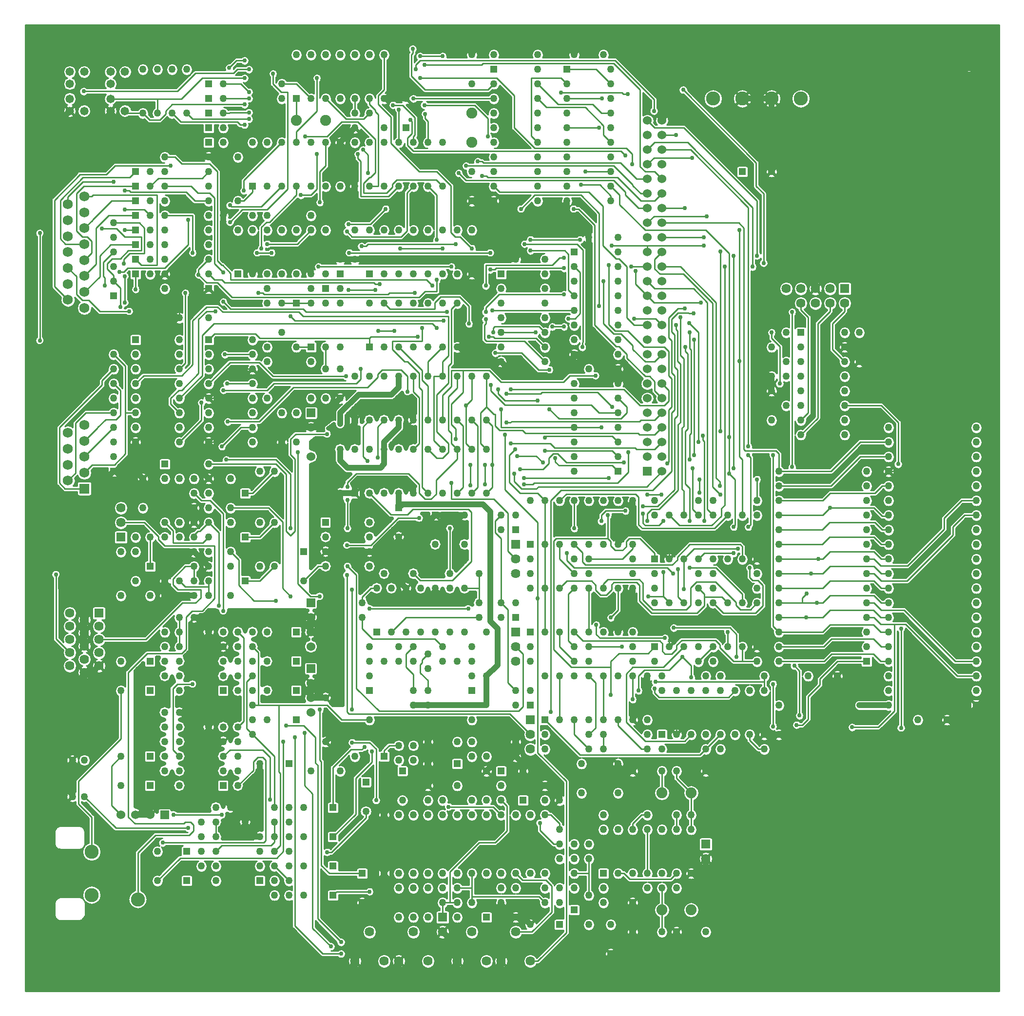
<source format=gbl>
G04*
G04  File:            TOPBOARD-V5.1.2.GBL, Thu Sep 04 00:59:02 2025*
G04  Source:          P-CAD 2006 PCB, Version 19.02.958, (D:\PCAD-2006\Projects\Pentagon-4096\Hardware\TopBoard-v5.1.2.PCB)*
G04  Format:          Gerber Format (RS-274-D), ASCII*
G04*
G04  Format Options:  Absolute Positioning*
G04                   Leading-Zero Suppression*
G04                   Scale Factor 1:1*
G04                   NO Circular Interpolation*
G04                   Inch Units*
G04                   Numeric Format: 4.4 (XXXX.XXXX)*
G04                   G54 NOT Used for Aperture Change*
G04                   Apertures Embedded*
G04*
G04  File Options:    Offset = (0.0mil,0.0mil)*
G04                   Drill Symbol Size = 80.0mil*
G04                   No Pad/Via Holes*
G04*
G04  File Contents:   Pads*
G04                   Vias*
G04                   No Designators*
G04                   No Types*
G04                   No Values*
G04                   No Drill Symbols*
G04                   Bottom*
G04*
%INTOPBOARD-V5.1.2.GBL*%
%ICAS*%
%MOIN*%
G04*
G04  Aperture MACROs for general use --- invoked via D-code assignment *
G04*
G04  General MACRO for flashed round with rotation and/or offset hole *
%AMROTOFFROUND*
1,1,$1,0.0000,0.0000*
1,0,$2,$3,$4*%
G04*
G04  General MACRO for flashed oval (obround) with rotation and/or offset hole *
%AMROTOFFOVAL*
21,1,$1,$2,0.0000,0.0000,$3*
1,1,$4,$5,$6*
1,1,$4,0-$5,0-$6*
1,0,$7,$8,$9*%
G04*
G04  General MACRO for flashed oval (obround) with rotation and no hole *
%AMROTOVALNOHOLE*
21,1,$1,$2,0.0000,0.0000,$3*
1,1,$4,$5,$6*
1,1,$4,0-$5,0-$6*%
G04*
G04  General MACRO for flashed rectangle with rotation and/or offset hole *
%AMROTOFFRECT*
21,1,$1,$2,0.0000,0.0000,$3*
1,0,$4,$5,$6*%
G04*
G04  General MACRO for flashed rectangle with rotation and no hole *
%AMROTRECTNOHOLE*
21,1,$1,$2,0.0000,0.0000,$3*%
G04*
G04  General MACRO for flashed rounded-rectangle *
%AMROUNDRECT*
21,1,$1,$2-$4,0.0000,0.0000,$3*
21,1,$1-$4,$2,0.0000,0.0000,$3*
1,1,$4,$5,$6*
1,1,$4,$7,$8*
1,1,$4,0-$5,0-$6*
1,1,$4,0-$7,0-$8*
1,0,$9,$10,$11*%
G04*
G04  General MACRO for flashed rounded-rectangle with rotation and no hole *
%AMROUNDRECTNOHOLE*
21,1,$1,$2-$4,0.0000,0.0000,$3*
21,1,$1-$4,$2,0.0000,0.0000,$3*
1,1,$4,$5,$6*
1,1,$4,$7,$8*
1,1,$4,0-$5,0-$6*
1,1,$4,0-$7,0-$8*%
G04*
G04  General MACRO for flashed regular polygon *
%AMREGPOLY*
5,1,$1,0.0000,0.0000,$2,$3+$4*
1,0,$5,$6,$7*%
G04*
G04  General MACRO for flashed regular polygon with no hole *
%AMREGPOLYNOHOLE*
5,1,$1,0.0000,0.0000,$2,$3+$4*%
G04*
G04  General MACRO for target *
%AMTARGET*
6,0,0,$1,$2,$3,4,$4,$5,$6*%
G04*
G04  General MACRO for mounting hole *
%AMMTHOLE*
1,1,$1,0,0*
1,0,$2,0,0*
$1=$1-$2*
$1=$1/2*
21,1,$2+$1,$3,0,0,$4*
21,1,$3,$2+$1,0,0,$4*%
G04*
G04*
G04  D10 : "Ellipse X10.0mil Y10.0mil H0.0mil 0.0deg (0.0mil,0.0mil) Draw"*
G04  Disc: OuterDia=0.0100*
%ADD10C, 0.0100*%
G04  D11 : "Ellipse X15.0mil Y15.0mil H0.0mil 0.0deg (0.0mil,0.0mil) Draw"*
G04  Disc: OuterDia=0.0150*
%ADD11C, 0.0150*%
G04  D12 : "Ellipse X16.0mil Y16.0mil H0.0mil 0.0deg (0.0mil,0.0mil) Draw"*
G04  Disc: OuterDia=0.0160*
%ADD12C, 0.0160*%
G04  D13 : "Ellipse X20.0mil Y20.0mil H0.0mil 0.0deg (0.0mil,0.0mil) Draw"*
G04  Disc: OuterDia=0.0200*
%ADD13C, 0.0200*%
G04  D14 : "Ellipse X25.0mil Y25.0mil H0.0mil 0.0deg (0.0mil,0.0mil) Draw"*
G04  Disc: OuterDia=0.0250*
%ADD14C, 0.0250*%
G04  D15 : "Ellipse X40.0mil Y40.0mil H0.0mil 0.0deg (0.0mil,0.0mil) Draw"*
G04  Disc: OuterDia=0.0400*
%ADD15C, 0.0400*%
G04  D16 : "Ellipse X5.0mil Y5.0mil H0.0mil 0.0deg (0.0mil,0.0mil) Draw"*
G04  Disc: OuterDia=0.0050*
%ADD16C, 0.0050*%
G04  D17 : "Ellipse X6.0mil Y6.0mil H0.0mil 0.0deg (0.0mil,0.0mil) Draw"*
G04  Disc: OuterDia=0.0060*
%ADD17C, 0.0060*%
G04  D18 : "Ellipse X9.8mil Y9.8mil H0.0mil 0.0deg (0.0mil,0.0mil) Draw"*
G04  Disc: OuterDia=0.0098*
%ADD18C, 0.0098*%
G04  D19 : "Ellipse X9.8mil Y9.8mil H0.0mil 0.0deg (0.0mil,0.0mil) Draw"*
G04  Disc: OuterDia=0.0098*
%ADD19C, 0.0098*%
G04  D20 : "Ellipse X111.0mil Y111.0mil H0.0mil 0.0deg (0.0mil,0.0mil) Flash"*
G04  Disc: OuterDia=0.1110*
%ADD20C, 0.1110*%
G04  D21 : "Ellipse X128.0mil Y128.0mil H0.0mil 0.0deg (0.0mil,0.0mil) Flash"*
G04  Disc: OuterDia=0.1280*
%ADD21C, 0.1280*%
G04  D22 : "Ellipse X143.0mil Y143.0mil H0.0mil 0.0deg (0.0mil,0.0mil) Flash"*
G04  Disc: OuterDia=0.1430*
%ADD22C, 0.1430*%
G04  D23 : "Ellipse X200.0mil Y200.0mil H0.0mil 0.0deg (0.0mil,0.0mil) Flash"*
G04  Disc: OuterDia=0.2000*
%ADD23C, 0.2000*%
G04  D24 : "Ellipse X215.0mil Y215.0mil H0.0mil 0.0deg (0.0mil,0.0mil) Flash"*
G04  Disc: OuterDia=0.2150*
%ADD24C, 0.2150*%
G04  D25 : "Ellipse X50.0mil Y50.0mil H0.0mil 0.0deg (0.0mil,0.0mil) Flash"*
G04  Disc: OuterDia=0.0500*
%ADD25C, 0.0500*%
G04  D26 : "Ellipse X58.0mil Y58.0mil H0.0mil 0.0deg (0.0mil,0.0mil) Flash"*
G04  Disc: OuterDia=0.0580*
%ADD26C, 0.0580*%
G04  D27 : "Ellipse X60.0mil Y60.0mil H0.0mil 0.0deg (0.0mil,0.0mil) Flash"*
G04  Disc: OuterDia=0.0600*
%ADD27C, 0.0600*%
G04  D28 : "Ellipse X64.0mil Y64.0mil H0.0mil 0.0deg (0.0mil,0.0mil) Flash"*
G04  Disc: OuterDia=0.0640*
%ADD28C, 0.0640*%
G04  D29 : "Ellipse X65.0mil Y65.0mil H0.0mil 0.0deg (0.0mil,0.0mil) Flash"*
G04  Disc: OuterDia=0.0650*
%ADD29C, 0.0650*%
G04  D30 : "Ellipse X69.0mil Y69.0mil H0.0mil 0.0deg (0.0mil,0.0mil) Flash"*
G04  Disc: OuterDia=0.0690*
%ADD30C, 0.0690*%
G04  D31 : "Ellipse X73.0mil Y73.0mil H0.0mil 0.0deg (0.0mil,0.0mil) Flash"*
G04  Disc: OuterDia=0.0730*
%ADD31C, 0.0730*%
G04  D32 : "Ellipse X75.0mil Y75.0mil H0.0mil 0.0deg (0.0mil,0.0mil) Flash"*
G04  Disc: OuterDia=0.0750*
%ADD32C, 0.0750*%
G04  D33 : "Ellipse X79.0mil Y79.0mil H0.0mil 0.0deg (0.0mil,0.0mil) Flash"*
G04  Disc: OuterDia=0.0790*
%ADD33C, 0.0790*%
G04  D34 : "Ellipse X84.0mil Y84.0mil H0.0mil 0.0deg (0.0mil,0.0mil) Flash"*
G04  Disc: OuterDia=0.0840*
%ADD34C, 0.0840*%
G04  D35 : "Ellipse X90.0mil Y90.0mil H0.0mil 0.0deg (0.0mil,0.0mil) Flash"*
G04  Disc: OuterDia=0.0900*
%ADD35C, 0.0900*%
G04  D36 : "Ellipse X96.0mil Y96.0mil H0.0mil 0.0deg (0.0mil,0.0mil) Flash"*
G04  Disc: OuterDia=0.0960*
%ADD36C, 0.0960*%
G04  D37 : "Rectangle X114.0mil Y114.0mil H0.0mil 0.0deg (0.0mil,0.0mil) Flash"*
G04  Square: Side=0.1140, Rotation=0.0, OffsetX=0.0000, OffsetY=0.0000, HoleDia=0.0000*
%ADD37R, 0.1140 X0.1140*%
G04  D38 : "Rectangle X50.0mil Y50.0mil H0.0mil 0.0deg (0.0mil,0.0mil) Flash"*
G04  Square: Side=0.0500, Rotation=0.0, OffsetX=0.0000, OffsetY=0.0000, HoleDia=0.0000*
%ADD38R, 0.0500 X0.0500*%
G04  D39 : "Rectangle X60.0mil Y60.0mil H0.0mil 0.0deg (0.0mil,0.0mil) Flash"*
G04  Square: Side=0.0600, Rotation=0.0, OffsetX=0.0000, OffsetY=0.0000, HoleDia=0.0000*
%ADD39R, 0.0600 X0.0600*%
G04  D40 : "Rectangle X64.0mil Y64.0mil H0.0mil 0.0deg (0.0mil,0.0mil) Flash"*
G04  Square: Side=0.0640, Rotation=0.0, OffsetX=0.0000, OffsetY=0.0000, HoleDia=0.0000*
%ADD40R, 0.0640 X0.0640*%
G04  D41 : "Rectangle X65.0mil Y65.0mil H0.0mil 0.0deg (0.0mil,0.0mil) Flash"*
G04  Square: Side=0.0650, Rotation=0.0, OffsetX=0.0000, OffsetY=0.0000, HoleDia=0.0000*
%ADD41R, 0.0650 X0.0650*%
G04  D42 : "Rectangle X69.0mil Y69.0mil H0.0mil 0.0deg (0.0mil,0.0mil) Flash"*
G04  Square: Side=0.0690, Rotation=0.0, OffsetX=0.0000, OffsetY=0.0000, HoleDia=0.0000*
%ADD42R, 0.0690 X0.0690*%
G04  D43 : "Rectangle X75.0mil Y75.0mil H0.0mil 0.0deg (0.0mil,0.0mil) Flash"*
G04  Square: Side=0.0750, Rotation=0.0, OffsetX=0.0000, OffsetY=0.0000, HoleDia=0.0000*
%ADD43R, 0.0750 X0.0750*%
G04  D44 : "Rectangle X79.0mil Y79.0mil H0.0mil 0.0deg (0.0mil,0.0mil) Flash"*
G04  Square: Side=0.0790, Rotation=0.0, OffsetX=0.0000, OffsetY=0.0000, HoleDia=0.0000*
%ADD44R, 0.0790 X0.0790*%
G04  D45 : "Rectangle X84.0mil Y84.0mil H0.0mil 0.0deg (0.0mil,0.0mil) Flash"*
G04  Square: Side=0.0840, Rotation=0.0, OffsetX=0.0000, OffsetY=0.0000, HoleDia=0.0000*
%ADD45R, 0.0840 X0.0840*%
G04  D46 : "Rectangle X99.0mil Y99.0mil H0.0mil 0.0deg (0.0mil,0.0mil) Flash"*
G04  Square: Side=0.0990, Rotation=0.0, OffsetX=0.0000, OffsetY=0.0000, HoleDia=0.0000*
%ADD46R, 0.0990 X0.0990*%
G04  D47 : "Ellipse X30.0mil Y30.0mil H0.0mil 0.0deg (0.0mil,0.0mil) Flash"*
G04  Disc: OuterDia=0.0300*
%ADD47C, 0.0300*%
G04  D48 : "Ellipse X45.0mil Y45.0mil H0.0mil 0.0deg (0.0mil,0.0mil) Flash"*
G04  Disc: OuterDia=0.0450*
%ADD48C, 0.0450*%
G04*
%FSLAX44Y44*%
%SFA1B1*%
%OFA0.0000B0.0000*%
G04*
G70*
G90*
G01*
D2*
%LNBottom*%
D15*
X100838Y182412*
X100750Y182500D1*
Y210500D2*
Y212500D1*
X100927Y212322D2*
X100750Y212500D1*
X100927Y217677D2*
X100750Y217500D1*
X104000Y155500D2*
Y153750D1*
D2*
D10*
X104100Y167800*
Y166250D1*
D2*
D15*
X103687Y169250*
X103687D1*
Y169249D2*
X103687Y169250D1*
X104500Y172575D2*
X104425Y172500D1*
X104500Y177950D2*
Y178850D1*
Y182412D2*
Y180250D1*
X103944Y185075D2*
X103869Y185000D1*
D2*
D10*
X103180Y187819*
X104501D1*
X102800Y188200D2*
X103180Y187819D1*
X103900Y188883D2*
X103381Y188364D1*
X104600Y193000D2*
X103900Y192300D1*
D2*
D15*
X103943Y197440*
X103883Y197500D1*
D2*
D10*
X104350Y200700*
X104800D1*
X103950Y202339D2*
Y201100D1*
X103379Y202910D2*
X103950Y202339D1*
X103205Y204544D2*
X104499D1*
X102850Y204900D2*
X103205Y204544D1*
X104350Y205050D2*
X103950Y205450D1*
X104700Y205050D2*
X104350D1*
X104400Y209100D2*
X102850Y207550D1*
X103950Y208000D2*
X104450Y208500D1*
X103379Y207779D2*
Y207269D1*
X104400Y208800D2*
X103379Y207779D1*
X104200Y209300D2*
X102450Y207550D1*
D2*
D15*
X103943Y210547*
X103896Y210500D1*
X103943Y210547D2*
X104519D1*
X102318Y212322D2*
Y212480D1*
D2*
D10*
X106350Y166150*
X107000Y165500D1*
Y169500D2*
X106350Y168850D1*
D2*
D15*
X105750Y186881*
Y188250D1*
D2*
D10*
X107300Y190200*
X106550Y189450D1*
X105800Y191300D2*
Y191298D1*
X106650Y192550D2*
X105950D1*
X106950Y192850D2*
X106650Y192550D1*
X106950Y194550D2*
Y192850D1*
X106500Y196000D2*
X105700Y195200D1*
X107300Y196200D2*
X106500Y197000D1*
X105550Y199950D2*
X107550D1*
X105550Y203750D2*
Y202325D1*
X107200Y203500D2*
Y203200D1*
X107600Y203900D2*
X107200Y203500D1*
X106500Y202000D2*
X106950Y201550D1*
X106400Y203550D2*
X106950D1*
X106050Y203200D2*
X106400Y203550D1*
X106050Y202850D2*
Y203200D1*
X106500Y202400D2*
X106050Y202850D1*
X106500Y202000D2*
Y202400D1*
X105900Y202250D2*
Y201700D1*
X105800Y202350D2*
X105900Y202250D1*
X105800Y203300D2*
Y202350D1*
X107200Y202650D2*
X106900D1*
X107450Y202900D2*
X107200Y202650D1*
X105050Y206200D2*
Y206184D1*
X106150Y206500D2*
X105300Y205650D1*
X106700Y205600D2*
X105700D1*
X107250Y205050D2*
X106700Y205600D1*
X107550Y208200D2*
X107250D1*
X107650Y208100D2*
X107550Y208200D1*
X106600Y209900D2*
X106000Y209300D1*
D2*
D15*
X106368Y212250*
X106295Y212322D1*
D2*
D10*
X107440Y213500*
X107279Y213661D1*
D2*
D15*
X106250Y219250*
X106295Y219204D1*
D2*
D10*
X109350Y164100*
X108149Y162899D1*
D2*
D15*
X109000Y165500*
Y166250D1*
D2*
D10*
X110550Y174150*
X110850Y174450D1*
D2*
D15*
X110000Y179750*
X109750Y179500D1*
X110000Y181500D2*
Y180500D1*
D2*
D10*
X110550Y181250*
X110900Y180900D1*
X110550Y181650D2*
Y181250D1*
Y184950D2*
X110000Y185500D1*
X110550Y184100D2*
Y184950D1*
X108600Y185500D2*
X109550Y184550D1*
Y184350*
X110000Y183900*
D2*
D15*
X108500Y187750*
Y188500D1*
X109000Y187250D2*
X108500Y187750D1*
X110500Y187250D2*
X109000D1*
D2*
D10*
X110400Y194000*
Y193600D1*
X108400Y203100D2*
X109450D1*
X108250Y206000D2*
X108600Y205650D1*
X108400Y204100D2*
Y205050D1*
X108600Y206900D2*
X109000Y206500D1*
X109550Y209050D2*
X109000Y208500D1*
X110700Y210500D2*
X110000D1*
X110050Y213650D2*
X110500Y214100D1*
X110050Y213450D2*
Y213650D1*
X109650Y213050D2*
X110050Y213450D1*
X108950Y213050D2*
X109650D1*
X108500Y213500D2*
X108950Y213050D1*
X109500Y214488D2*
Y213500D1*
X113500Y163000D2*
X113900Y163400D1*
X111950Y164800D2*
Y164400D1*
X111650Y164100*
D2*
D15*
X112750Y166750*
X113000D1*
X112250Y166250D2*
X112750Y166750D1*
X113000Y171500D2*
Y172500D1*
D2*
D10*
X111450Y176850*
X111150Y176550D1*
D2*
D15*
X113000Y178000*
Y179000D1*
X112000*
D2*
D10*
X112550Y179450*
X111850D1*
X111450Y179050*
X113000Y180500D2*
Y181100D1*
Y181500*
Y181100D2*
X111400D1*
X112450Y180900D2*
Y180350D1*
X112000Y182500D2*
X111400D1*
X112000D2*
Y181500D1*
X113000Y184500D2*
X112600Y184100D1*
X113000Y185500D2*
X113700Y184800D1*
X112000Y184650D2*
Y184500D1*
X112250Y184900D2*
X112000Y184650D1*
X112400Y184900D2*
X112250D1*
X113000Y185500D2*
X112400Y184900D1*
D2*
D15*
X112000Y186500*
X111250D1*
D2*
D10*
X112500Y187000*
X113100D1*
X112000Y187500D2*
X112500Y187000D1*
D2*
D15*
X113000Y191000*
Y190250D1*
X112250D2*
X113000D1*
D2*
D10*
X113450Y191000*
X113700Y191250D1*
X113000Y191000D2*
X113450D1*
D2*
D15*
X112250Y190250*
Y189250D1*
D2*
D10*
X112500Y193700*
Y192500D1*
X113700Y194000D2*
X113000D1*
X111900Y196300D2*
X111150Y195550D1*
X112850Y200250D2*
X111900Y199300D1*
X113600Y200250D2*
X112850D1*
X113350Y199100D2*
X112550Y198300D1*
X112850Y199950D2*
X112300Y199400D1*
X113450Y199950D2*
X112850D1*
X113400Y202100D2*
X113000Y202500D1*
X113900Y202100D2*
X113400D1*
X113900Y203100D2*
X113600Y203400D1*
X112850Y201900D2*
X113600D1*
X112300Y202450D2*
X112850Y201900D1*
X112300Y202800D2*
X113000Y203500D1*
X112300Y202450D2*
Y202800D1*
X111600Y206200D2*
Y204500D1*
X112250Y208050D2*
X111800Y208500D1*
X113050Y208050D2*
X112250D1*
X113400Y207700D2*
X113050Y208050D1*
X113000Y209500D2*
X112550Y209050D1*
X112050Y207500D2*
X111450Y208100D1*
X113000Y207500D2*
X112050D1*
X113050Y210050D2*
X111150D1*
D2*
D15*
X111500Y211000*
Y211750D1*
X112000Y210500D2*
X111500Y211000D1*
X113000Y210500D2*
X112000D1*
D2*
D10*
X111500Y213500*
X111900Y213100D1*
X112550Y215900D2*
X111138Y214488D1*
D2*
D15*
X115500Y164000*
X116500D1*
D2*
D10*
X116900Y163750*
X116750Y163600D1*
D2*
D15*
X114500Y166000*
X115500D1*
X114500Y166500D2*
X114250Y166750D1*
X114500Y166000D2*
Y166500D1*
X115500Y166000D2*
X116500D1*
D2*
D10*
X116050Y169150*
X116350Y169450D1*
X116050Y168550D2*
Y169150D1*
X116700Y169950D2*
X114450D1*
X116350Y169450D2*
X116700D1*
X116900Y169250*
X116400Y173000D2*
X116000D1*
X115400Y171900D2*
X115000Y171500D1*
X115600Y174600D2*
X116000Y175000D1*
X115000Y178000D2*
X115400Y177600D1*
X115050Y181200D2*
X116100Y180150D1*
X116500Y181500D2*
X115500D1*
X116500Y184500D2*
X115500D1*
X116000Y187500D2*
X115500D1*
X116450Y192400D2*
X114300D1*
X116450Y196450D2*
X114450D1*
X114650Y196000D2*
X116000D1*
Y197000D2*
X114100D1*
X116200Y198400D2*
X116500Y198100D1*
X114500Y202100D2*
Y202550D1*
D2*
D15*
X116000Y203500*
Y202500D1*
D2*
D10*
X116700Y201200*
X116800Y201100D1*
X116400Y201200D2*
X116700D1*
X115300Y206900D2*
X114450Y206050D1*
X116600Y204250D2*
Y205700D1*
X115400Y207500D2*
X115000D1*
X116000Y208100D2*
X115400Y207500D1*
X116000Y208500D2*
Y208100D1*
X114550Y207100D2*
X116600D1*
X114450Y207200D2*
X114550Y207100D1*
X115400Y208200D2*
Y208900D1*
X115150Y212700D2*
X115450D1*
X114950Y212900D2*
X115150Y212700D1*
X114450Y213550D2*
X114400Y213500D1*
X115750Y213550D2*
X114450D1*
X115750Y214950D2*
X115200Y215500D1*
X114700Y216250D2*
X114950Y216500D1*
X115750*
X114900Y217100D2*
X114400Y216600D1*
X114900Y217100D2*
X115450D1*
X117500Y163000D2*
X117900Y163400D1*
X118100Y163000D2*
X117650Y162550D1*
X117500Y163650D2*
Y164000D1*
X117250Y163400D2*
X117500Y163650D1*
X117900Y168350D2*
X117800Y168450D1*
X118300Y171600D2*
X119500D1*
X118050Y181000D2*
X118600Y180450D1*
Y184600D2*
X118300Y184900D1*
X118900D2*
X118600Y184600D1*
D2*
D15*
X118000Y191750*
Y191000D1*
Y190250*
D2*
D10*
X118600Y190150*
X118900Y189850D1*
X118600Y191200D2*
Y190150D1*
X118950Y191550D2*
X118600Y191200D1*
X119650Y199900D2*
X119450Y200100D1*
Y199600D2*
X119150Y199900D1*
X118900Y199300D2*
X118600Y199600D1*
X119000Y200500D2*
X118000D1*
X119000Y207900D2*
Y208500D1*
Y212250D2*
Y211500D1*
X117950Y214950D2*
X118400D1*
X117400Y215500D2*
X117950Y214950D1*
X119000Y215500D2*
X118000D1*
X120100Y157750D2*
X121350Y156500D1*
X120450Y158400D2*
X122050Y156800D1*
X121750Y160250D2*
X121500Y160000D1*
X121100Y162950D2*
X121400D1*
X120300Y169050D2*
X120450Y168900D1*
X120300Y170800D2*
Y169050D1*
X120600Y169250D2*
X120700Y169150D1*
X122725Y169975D2*
X121500Y168750D1*
X121100Y173000D2*
X122100Y172000D1*
X122450Y172550D2*
X122600Y172400D1*
D2*
D15*
X122000Y178000*
X121000D1*
D2*
D10*
Y182500*
X120500D1*
D2*
D15*
X122000Y183500*
X121000D1*
X121750Y187500D2*
X122000D1*
X121250Y188000D2*
X121750Y187500D1*
D2*
D10*
X122500Y188250*
Y187950D1*
D2*
D15*
X121750Y191500*
X121250Y191000D1*
X122500Y191500D2*
X121750D1*
X122000Y189750D2*
Y190500D1*
X122500Y189250D2*
X122000Y189750D1*
Y192250D2*
Y193000D1*
X121000D2*
X122000Y194000D1*
X121000Y192500D2*
Y193000D1*
D2*
D10*
Y197500*
Y196000D1*
X122450Y205400D2*
X122800Y205050D1*
X120600Y209500D2*
Y207400D1*
X121000Y209900D2*
X120600Y209500D1*
D2*
D15*
X122000Y211500*
Y210750D1*
D2*
D10*
X121100Y211900*
X122100Y212900D1*
X121000Y214500D2*
X122400Y213100D1*
X120400Y215900D2*
Y213650D1*
D2*
D15*
X125000Y159750*
X124750Y159500D1*
X125000Y161500D2*
Y159750D1*
X124750Y159500D2*
X123500D1*
X125000Y167000D2*
X125500Y167500D1*
X125000Y165500D2*
Y167000D1*
D2*
D10*
X123750Y165300*
Y165750D1*
X124150Y169850D2*
Y169100D1*
X125000Y169900D2*
Y169500D1*
X125350Y170250D2*
X125000Y169900D1*
X124000Y170450D2*
X124450Y170000D1*
X123650Y170150D2*
X123475Y169975D1*
X123500Y178250D2*
Y179000D1*
X124200Y177550D2*
X123500Y178250D1*
X124100Y181000D2*
X123500Y180400D1*
X124500Y181000D2*
X124100D1*
X124000Y187500D2*
X125450Y186050D1*
X123550Y190000D2*
X123850Y189700D1*
D2*
D15*
X125000Y191000*
Y190500D1*
Y189500D2*
X124750Y189250D1*
X125000Y190500D2*
Y189500D1*
X123250Y194250D2*
X125500D1*
D2*
D10*
X124000Y192500*
X123550Y192050D1*
X124550D2*
X125000Y192500D1*
X123400Y196000D2*
Y195300D1*
X124550Y195650D2*
Y195450D1*
X124850Y195950D2*
X124550Y195650D1*
X125550Y197900D2*
Y197350D1*
X124100Y198200D2*
X124000Y198100D1*
X125400Y200100D2*
X125000Y200500D1*
X124600Y198600D2*
X125700D1*
X124400Y201800D2*
X124300Y201900D1*
X124700Y201800D2*
X124400D1*
X125250Y201100D2*
X125350Y201200D1*
X123750Y204400D2*
X123450D1*
X123900Y204550D2*
X123750Y204400D1*
X125550Y208650D2*
X125850Y208950D1*
X125550Y208450D2*
Y208650D1*
X125150Y208050D2*
X125550Y208450D1*
X123600Y208050D2*
X125150D1*
X123600Y208700D2*
Y208050D1*
X124000Y209100D2*
X123600Y208700D1*
X124050Y209100D2*
X124000D1*
X124400Y209450D2*
X124050Y209100D1*
X124600Y208500D2*
X124000D1*
X123400Y207800D2*
X125300D1*
X123200Y212900D2*
X124400Y211700D1*
X123200Y210400D2*
X123400Y210200D1*
X123200Y210700D2*
Y210400D1*
X123550Y211000D2*
X123900Y210650D1*
X123600Y213100D2*
X124000Y213500D1*
X124400Y213600D2*
X124600Y213400D1*
X124400Y213700D2*
Y213600D1*
X124000Y214100D2*
X124400Y213700D1*
X124000Y214500D2*
Y214100D1*
X124600Y214700D2*
X125000Y215100D1*
X124600Y214100D2*
Y214700D1*
X125450Y213250D2*
X124600Y214100D1*
D2*
D15*
X128000Y169000*
Y170500D1*
Y173000D2*
X127000D1*
D2*
D10*
X128000Y176500*
X127600Y176100D1*
X126500Y176500D2*
Y175600D1*
X127000Y175100*
X127600Y176100D2*
Y175900D1*
X127475Y175775*
Y175225*
X128000Y174700*
D2*
D15*
X128500Y180500*
Y181000D1*
X128250Y180250D2*
X128500Y180500D1*
X126750Y180250D2*
X128250D1*
X126500Y180500D2*
X126750Y180250D1*
X126500Y181000D2*
Y180500D1*
D2*
D10*
X127450Y181550*
X127000Y182000D1*
D2*
D15*
X127750Y185250*
Y183500D1*
X127000Y188000D2*
Y187500D1*
X126500Y188500D2*
X127000Y188000D1*
D2*
D10*
X127400Y188100*
X126650Y188850D1*
X127400Y187500D2*
Y188100D1*
X127800Y187100D2*
X127400Y187500D1*
X128200Y187100D2*
X127800D1*
X128550Y187450D2*
X128200Y187100D1*
X128550Y188400D2*
Y187450D1*
X127600Y187900D2*
X128000Y187500D1*
X126600Y186050D2*
X126950Y186400D1*
X128600Y189900D2*
X128000Y190500D1*
X127000D2*
X127400Y190900D1*
D2*
D15*
X127000Y193000*
Y192500D1*
X126500Y193500D2*
X127000Y193000D1*
D2*
D10*
X128000Y194850*
Y192500D1*
X127400Y194750D2*
X127600Y194550D1*
X127400Y194050D2*
X127000Y194450D1*
X126600Y195500D2*
X126150Y195950D1*
X127600Y195900D2*
Y195250D1*
X126600Y196500D2*
X127400Y195700D1*
X126400Y196500D2*
X126600D1*
X128000Y195500D2*
Y196500D1*
X128450Y200550D2*
Y200100D1*
X128600Y198800D2*
X128300Y199100D1*
Y201700D2*
X127900Y202100D1*
X128600Y201300D2*
Y202100D1*
X127800Y201300D2*
X128600D1*
X126150Y205050D2*
X126550Y205450D1*
X128600Y209500D2*
X127400D1*
X126550Y208050D2*
X127000Y208500D1*
X128600Y207900D2*
X128000Y208500D1*
X127000Y211900D2*
Y211500D1*
X127100Y212000D2*
X127000Y211900D1*
X126600Y211800D2*
X126900Y212100D1*
X126600Y211300D2*
Y211800D1*
X127000Y210900D2*
X126600Y211300D1*
X127800Y213450D2*
Y213150D1*
X126250Y214050D2*
X127100Y213200D1*
X126850Y217500D2*
Y216050D1*
X126950Y217600D2*
X126850Y217500D1*
X126950Y217900D2*
Y217600D1*
X127150Y216800D2*
X127450Y217100D1*
X127150Y216500D2*
Y216800D1*
D2*
D15*
X130000Y153750*
Y155500D1*
D2*
D10*
X131000Y160500*
X130000D1*
X131000D2*
Y161500D1*
Y159900D2*
Y159500D1*
Y160500D2*
Y159900D1*
X129500Y159550D2*
Y161600D1*
X129550Y159500D2*
X129500Y159550D1*
X129550Y159500D2*
X130000D1*
X130950Y182850D2*
X129650Y181550D1*
X131500Y182000D2*
Y181000D1*
X130500*
X131400Y187900D2*
X131000Y187500D1*
X130400Y187900D2*
X130000Y187500D1*
X129600Y188200D2*
Y187100D1*
X130750Y186400D2*
X130950Y186200D1*
X129600Y191600D2*
X129400Y191800D1*
X129600Y190900D2*
Y191600D1*
X130000Y190500D2*
X129600Y190900D1*
X130000Y190500D2*
Y189850D1*
X131000Y190500D2*
X130600Y190900D1*
X129900Y191200D2*
Y191900D1*
X129400Y190900D2*
Y190300D1*
Y194100D2*
X130000Y194700D1*
X130600Y193500D2*
X131000Y193900D1*
Y192500D2*
X131400Y192100D1*
X130000Y192500D2*
X130400Y192100D1*
X129600Y193600D2*
X130400Y194400D1*
X129600Y192200D2*
Y193600D1*
Y195900D2*
X130400D1*
D2*
D15*
X131500Y197500*
X130000D1*
X131500Y197000D2*
Y197500D1*
D2*
D10*
X129400Y196200*
Y195050D1*
X129600Y196400D2*
X129400Y196200D1*
X130800Y199100D2*
Y200300D1*
X130000Y200500D2*
X129600Y200100D1*
X131850Y199000D2*
Y198050D1*
D2*
D15*
X131000Y202500*
Y203500D1*
Y202500D2*
X131500D1*
D2*
D10*
X129850Y205050*
X129550Y205350D1*
X130200Y205050D2*
X129850D1*
X131000Y204250D2*
X130200Y205050D1*
X130100Y209400D2*
X130600Y208900D1*
X131700Y210200D2*
X131800Y210100D1*
X131400Y210200D2*
X131700D1*
X131650Y216800D2*
X131750Y216900D1*
D2*
D15*
X133000Y155500*
Y153750D1*
X134000Y158500D2*
X133000D1*
X134000D2*
X134500D1*
D2*
D10*
X134000Y161500*
X134450Y161050D1*
X132600Y163600D2*
X133400Y164400D1*
X132450Y166050D2*
X133000Y165500D1*
X133400Y166100D2*
X133000Y166500D1*
D2*
D15*
X134000Y170500*
Y169500D1*
X133000*
X134500Y169000D2*
X134000Y169500D1*
X134500Y168500D2*
Y169000D1*
D2*
D10*
X134200Y172600*
X134500Y172900D1*
D2*
D15*
X132250Y178750*
X132750Y178250D1*
D2*
D10*
X132600Y184800*
X133000Y184400D1*
X132600Y185600D2*
Y184800D1*
X132500Y187100D2*
X133450Y186150D1*
X133550Y188250D2*
X134300Y187500D1*
X134400Y187800D2*
X133900Y188300D1*
Y188850*
X134450Y191800D2*
X132900D1*
X134650Y191600D2*
X134450Y191800D1*
X133950Y190500D2*
X133550Y190100D1*
X132800Y194300D2*
Y194600D1*
X133250Y193850D2*
X132800Y194300D1*
X132300Y194500D2*
Y194900D1*
X133250Y193550D2*
X132300Y194500D1*
X132600Y192900D2*
X132500D1*
X132600Y192100D2*
Y192900D1*
X133650Y192350D2*
X133350D1*
X133700Y192400D2*
X133650Y192350D1*
X134400Y197100D2*
X132600D1*
X133000Y195100D2*
X132200Y195900D1*
D2*
D15*
X133000Y196500*
X134000Y195500D1*
D2*
D10*
X132450Y198200*
X132150D1*
X132550Y198100D2*
X132450Y198200D1*
Y198800D2*
Y198500D1*
X132550Y198900D2*
X132450Y198800D1*
X132550Y202800D2*
X132250D1*
X132650Y202900D2*
X132550Y202800D1*
D2*
D15*
X132500Y206500*
X134000D1*
D2*
D10*
X132500Y208500*
X132900Y208100D1*
X132100Y215100D2*
X132500Y215500D1*
X132700Y215900D2*
X133900Y214700D1*
X136450Y158850D2*
X135100Y157500D1*
X136050Y161050D2*
X136450Y160650D1*
X135600Y159900D2*
X136000Y159500D1*
X137000Y164900D2*
Y164500D1*
X136600Y163500D2*
X137000D1*
X135650Y164450D2*
X136600Y163500D1*
D2*
D15*
X137000Y167250*
Y166500D1*
X136750Y167500D2*
X137000Y167250D1*
X136000Y167500D2*
X136750D1*
D2*
D10*
X136000Y165500*
X136400D1*
X137800Y175600D2*
X136600Y176800D1*
X137500Y181500D2*
X137000Y181000D1*
X136600Y184250D2*
X136750Y184400D1*
X135550Y187950D2*
X135400Y187800D1*
X137450Y187450D2*
X137000Y187000D1*
X136400D2*
X137100Y187700D1*
X135150Y188100D2*
X135250Y188200D1*
X135500Y187500D2*
X136000Y187000D1*
X136850Y190200D2*
X136550D1*
X137450Y189600D2*
X136850Y190200D1*
X136650Y190600D2*
X136350Y190900D1*
X136700Y189650D2*
Y189900D1*
X136950Y189400D2*
X136700Y189650D1*
X135950Y191350D2*
X136000Y191300D1*
X136100Y191400D2*
X136000Y191300D1*
X135400Y190050D2*
X135850Y189600D1*
X136250Y189900D2*
Y189550D1*
X135850Y189150*
X136550Y190200D2*
X136250Y189900D1*
X135800Y194400D2*
X135700Y194300D1*
X136950Y192600D2*
X136300Y193250D1*
X137700Y195550D2*
X137250Y195100D1*
X136300Y195950D2*
X135550D1*
X137300Y198900D2*
X136500D1*
X136000Y198500D2*
X135600Y198900D1*
X137000Y203600D2*
X137300D1*
X137000D2*
X136500Y203100D1*
X137600Y203850D2*
Y201400D1*
X135050Y211950D2*
X135500Y211500D1*
X137100Y215900D2*
X135050D1*
X137500Y215500D2*
X137100Y215900D1*
X135500Y214500D2*
X136100Y213900D1*
X135500Y215500D2*
X136900Y214100D1*
X139000Y161500D2*
Y160000D1*
Y175000D2*
X139450Y174550D1*
X140500Y176000D2*
Y175600D1*
X139750Y177600D2*
X139500Y177850D1*
Y178500*
X140200Y180550D2*
X139800D1*
X140550Y180900D2*
X140200Y180550D1*
X140550Y181250D2*
Y180900D1*
X140700Y181400D2*
X140550Y181250D1*
X140000Y181300D2*
Y181000D1*
X140300Y181600D2*
X140000Y181300D1*
X138750Y182600D2*
X138550Y182800D1*
X139800Y180550D2*
X139475Y180874D1*
Y181224*
X139200Y181500D2*
X139475Y181224D1*
X140500Y183900D2*
X140800Y183600D1*
X140500Y184200D2*
Y183900D1*
X140300Y184400D2*
X140500Y184200D1*
X140600Y193400D2*
X139600Y194400D1*
X139700Y193000D2*
X139150Y193550D1*
X138550Y197800D2*
X138600Y197850D1*
X138550Y197500D2*
Y197800D1*
D2*
D15*
X139500Y197000*
X139000D1*
X140500Y196000D2*
X139500Y197000D1*
D2*
D10*
X140350Y199050*
X140800Y198600D1*
X140000Y199100D2*
X140700Y198400D1*
X138050Y199450D2*
X138400Y199800D1*
X138600Y204150D2*
X138200Y204550D1*
D2*
D15*
X139000Y205750*
X138250Y206500D1*
X139000Y205000D2*
Y205750D1*
D2*
D10*
X138450Y208600*
X139750D1*
X138750Y209500D2*
X140500D1*
Y207850D2*
Y207500D1*
X139750Y208600D2*
X140500Y207850D1*
X139000Y208100D2*
X139950Y207150D1*
X140000Y212000D2*
X140500Y211500D1*
X140000Y212650D2*
Y212000D1*
X139250Y214100D2*
X139850Y213500D1*
X140500*
X141800Y161100D2*
X141400Y161500D1*
X142000Y164500D2*
Y164900D1*
X142600Y165500D2*
X143000D1*
D2*
D15*
X142000Y169000*
Y168500D1*
X142250Y169250D2*
X142000Y169000D1*
D2*
D10*
X142600Y170000*
X143000D1*
D2*
D15*
X142000Y172500*
Y172000D1*
X142250Y172750D2*
X142000Y172500D1*
X143000Y172750D2*
X142250D1*
D2*
D10*
X143800Y173550*
X143500Y173850D1*
X141050Y176550D2*
X143050D1*
X142800Y175400D2*
X142400Y175000D1*
X142000Y175600D2*
X141550Y175150D1*
D2*
D15*
X142000Y178750*
X141250D1*
D2*
D10*
X142450Y181200*
X142250Y181400D1*
X142450Y180150D2*
Y181200D1*
X142700Y181350D2*
X142450Y181600D1*
X142700Y180200D2*
Y181350D1*
D2*
D15*
X142000Y184750*
X141250D1*
D2*
D10*
X142500Y184400*
X143500Y183400D1*
X141300Y183600D2*
X141550Y183850D1*
X142000Y183700D2*
Y184000D1*
X141550Y183850D2*
Y184200D1*
X141750Y184400*
X142500*
X142850Y185300D2*
X142700Y185450D1*
X143800Y185300D2*
X142850D1*
X142650Y185100D2*
X142400Y185350D1*
X142700Y186600D2*
X143700D1*
X143300Y186400D2*
X143800D1*
X143000Y186100D2*
X143300Y186400D1*
X142400Y187250D2*
X142200Y187450D1*
X142250Y190500D2*
X142150Y190600D1*
X143500Y190500D2*
X142250D1*
X142450Y191500D2*
X142350Y191600D1*
X143500Y191500D2*
X142450D1*
X141600Y193000D2*
X141200Y192600D1*
X141600Y193400D2*
Y193000D1*
X142550Y192500D2*
X142450Y192400D1*
X143500Y192500D2*
X142550D1*
X142500Y193500D2*
X141400Y194600D1*
X141600Y197000D2*
X141050Y197550D1*
X141600Y196750D2*
Y197000D1*
X142850Y195500D2*
X141600Y196750D1*
X143150Y195500D2*
X142850D1*
X143500Y195150D2*
X143150Y195500D1*
X142850Y196500D2*
X143500D1*
X142000Y197350D2*
X142850Y196500D1*
X142000Y197600D2*
Y197350D1*
X142100Y199000D2*
X143000D1*
X141600Y199500D2*
X142100Y199000D1*
Y199450D2*
X143550D1*
X141050Y203550D2*
X141600Y203000D1*
X142200Y201800D2*
Y202700D1*
X143000Y202000D2*
X143500Y201500D1*
X141900Y203000D2*
X143000D1*
X143500Y202850D2*
Y203500D1*
X143850Y202500D2*
X143500Y202850D1*
X143450Y206450D2*
X143000Y206000D1*
X141100Y207250D2*
Y207900D1*
X142850Y209500D2*
X143500D1*
X142500Y209850D2*
X142850Y209500D1*
X142550Y208000D2*
X143000D1*
X142000Y208550D2*
X142550Y208000D1*
X142000Y208600D2*
Y208550D1*
X142550Y207500D2*
X143500D1*
X142250Y209000D2*
X143000D1*
X141500Y208100D2*
Y207900D1*
X143500Y211500D2*
X143000Y211000D1*
X141500Y210600D2*
X141200Y210900D1*
X141550Y211100D2*
X141950Y210700D1*
X141350Y214800D2*
X141650D1*
X141250Y214900D2*
X141350Y214800D1*
X143450Y214450D2*
Y213650D1*
X145000Y161500D2*
X144600Y161100D1*
X146000Y165500D2*
Y167000D1*
X144900Y172750D2*
X145000Y172650D1*
X146000Y175700D2*
X145400Y176300D1*
X146000Y174900D2*
Y175700D1*
X145400Y176300D2*
X144500Y175400D1*
X144675Y176525D2*
X144200D1*
X145000Y176850D2*
X144675Y176525D1*
X144550Y178750D2*
X144500Y178700D1*
X145950Y179850D2*
X145650Y179550D1*
X146900Y179800D2*
X146400Y179300D1*
X145350Y177450D2*
X145000Y177100D1*
X145100Y180400D2*
Y182300D1*
X144100Y182100D2*
Y180450D1*
X144750Y182000D2*
X144350Y182400D1*
X146350Y181450D2*
X145950Y181050D1*
X146900Y180600D2*
X146500Y181000D1*
X146900Y180400D2*
Y180600D1*
X144500Y180050D2*
X144100Y180450D1*
X144550Y184750D2*
X144500Y184700D1*
X145900Y184000D2*
X145050Y183150D1*
X145600Y188150D2*
X145900Y187850D1*
X145500Y187650D2*
X145350Y187800D1*
X146550Y188450D2*
Y187550D1*
X145750Y191900D2*
X145600Y191750D1*
X144450Y189650D2*
X144350Y189550D1*
X145900Y191500D2*
X146000Y191600D1*
X145900Y189800D2*
Y191500D1*
X146800Y191150D2*
Y191450D1*
X146900Y191050D2*
X146800Y191150D1*
X144650Y193400D2*
X144450Y193200D1*
Y193800D2*
X144150Y193500D1*
X144450Y194550D2*
Y193800D1*
X144850Y192600D2*
X145050Y192800D1*
X144650Y193000D2*
X144850Y193200D1*
X145100Y192200D2*
X145250Y192350D1*
X145600Y197200D2*
X145750Y197050D1*
X145600Y197500D2*
Y197200D1*
X144450Y195550D2*
X144650Y195350D1*
X144450Y197200D2*
Y195550D1*
X144150Y197500D2*
X144450Y197200D1*
X146000Y197300D2*
X145900Y197400D1*
X145050Y195950D2*
X144850Y196150D1*
X145500Y196700D2*
X145250Y196950D1*
X144850Y195550D2*
X144650Y195750D1*
X145250Y196350D2*
X145050Y196550D1*
X146500Y198500D2*
X145850Y199150D1*
Y199800D2*
X146150D1*
X145800Y199850D2*
X145850Y199800D1*
X145100Y199850D2*
X145800D1*
X144650Y199400D2*
X145100Y199850D1*
X144650Y198550D2*
Y199400D1*
X144850Y198350D2*
X144650Y198550D1*
X145100Y200150D2*
X145550D1*
X144450Y199500D2*
X145100Y200150D1*
X144450Y198150D2*
Y199500D1*
X144950Y198700D2*
Y199000D1*
X145050Y198600D2*
X144950Y198700D1*
X149500Y176000D2*
X148900D1*
X148650Y178300D2*
X149100Y177850D1*
X147950Y177150D2*
X147650Y177450D1*
X149350Y179550D2*
X149050Y179850D1*
X147700Y182400D2*
X149500Y180600D1*
X149050Y180050D2*
X147650Y181450D1*
X149000Y185300D2*
X148900Y185200D1*
X149500Y183850D2*
X149350Y184000D1*
X148000Y187400D2*
X147450Y187950D1*
X148050Y186450D2*
X148300Y186700D1*
X147950Y188300D2*
Y188000D1*
X147700Y188550D2*
X147950Y188300D1*
X148600Y188850D2*
X149000Y188450D1*
X149300Y190000D2*
X149500Y189800D1*
X149700Y190400D2*
X149600Y190500D1*
Y205650D2*
X149250Y206000D1*
X150600Y170000D2*
X151000D1*
D2*
D15*
Y172000*
X150250Y172750D1*
X152750Y174250D2*
X151250Y175750D1*
D2*
D10*
X151000Y174600*
Y175000D1*
X150900Y179800D2*
X150400Y179300D1*
X152000Y178000D2*
X151600Y178400D1*
X150550Y181550D2*
X150900Y181200D1*
X150200Y181550D2*
X150550D1*
X150500Y187000D2*
Y188450D1*
X152000Y190200D2*
X151800Y190400D1*
D2*
D15*
X150250Y196300*
X151050Y195500D1*
X151500D2*
X151050D1*
D2*
D10*
X151500Y198100*
Y198500D1*
D2*
D15*
X151950Y203000*
X150250Y201300D1*
D2*
D10*
X150950Y208000*
X150425Y208525D1*
D2*
D15*
X151500Y214500*
X150500D1*
D2*
D10*
X153200Y171650*
X153600D1*
X154000Y172050D2*
Y173600D1*
X153600Y171650D2*
X154000Y172050D1*
X155100Y176000D2*
X155600Y176500D1*
X154800Y174400D2*
Y174800D1*
X153050Y175700D2*
X153400Y175350D1*
X155000Y178000D2*
X155500Y178500D1*
X155000Y179000D2*
X155500Y179500D1*
X153850Y179000D2*
X155000D1*
X153900Y180650D2*
X153600Y180350D1*
X155000Y181000D2*
X155500Y181500D1*
X155000Y182000D2*
X155500Y182500D1*
X154200Y182000D2*
X155000D1*
X155450Y185500D2*
X154950Y185000D1*
Y184000D2*
X155450Y184500D1*
X155000Y187000D2*
X155500Y187500D1*
X153500Y192500D2*
X154000Y193000D1*
X155500Y200500D2*
Y199950D1*
X154650Y199100*
X153500Y200050D2*
Y200500D1*
X154000Y199550D2*
X153500Y200050D1*
D2*
D15*
X154500Y203000*
Y201500D1*
D2*
D10*
X158800Y171500*
X157000D1*
X158500Y179000D2*
X158000D1*
Y182000D2*
X158500D1*
D2*
D15*
X157000Y197500*
X156500D1*
X157500Y197000D2*
X157000Y197500D1*
X157500Y196500D2*
Y197000D1*
D2*
D10*
X156500Y200500*
Y199950D1*
X159900Y178550D2*
X160650D1*
X159500Y185000D2*
X159050D1*
Y188000D2*
X159500D1*
X160950Y196500D2*
X161000Y196450D1*
X163900Y184650D2*
Y185200D1*
X163300Y185050D2*
Y185800D1*
D2*
D15*
X165500Y173000*
X166750D1*
X165500D2*
Y172500D1*
X100750Y168000D2*
Y165500D1*
Y163000*
Y172500D2*
Y170500D1*
Y185000D2*
Y182500D1*
Y197500D2*
Y194750D1*
D2*
D10*
X101450Y205300*
Y197950D1*
D2*
D15*
X100750Y215000*
Y212500D1*
X103687Y168000D2*
Y166750D1*
Y168000D2*
Y169249D1*
X104500Y177950D2*
Y177050D1*
Y172575D2*
Y175250D1*
Y178850D2*
Y180250D1*
D2*
D10*
X102550Y177550*
X103500Y176600D1*
X102800Y192000D2*
Y188200D1*
X103900Y192300D2*
Y188883D1*
D2*
D15*
X103782Y194750*
X103944Y194912D1*
D2*
D10*
X103950Y201100*
X104350Y200700D1*
X102450Y201659D2*
X103379Y200730D1*
D2*
D15*
X102318Y212480*
X103500Y213661D1*
X102318Y219068D2*
X102500Y219250D1*
X106574Y158074D2*
Y158862D1*
D2*
D10*
X106350Y168850*
Y166150D1*
D2*
D15*
X106750Y179500*
X106000Y180250D1*
D2*
D10*
X107000Y174000*
Y170700D1*
D2*
D15*
X105750Y188250*
X106500Y189000D1*
D2*
D10*
X107300Y193000*
Y190200D1*
X106500Y192000D2*
X105800Y191300D1*
X105400Y192000D2*
Y191988D1*
X105950Y192550D2*
X105400Y192000D1*
X105700Y195200D2*
Y194900D1*
X106500Y195000D2*
X106950Y194550D1*
X106300Y204500D2*
X105550Y203750D1*
X107250Y202350D2*
Y200550D1*
X106950Y201550D2*
Y200250D1*
Y203550D2*
X107500Y204100D1*
X106500Y204000D2*
X105800Y203300D1*
D2*
D15*
X106295Y212322*
Y213661D1*
D2*
D10*
X106350Y207500*
X105050Y206200D1*
X108149Y162899D2*
Y159728D1*
D2*
D15*
X110000Y180500*
Y179750D1*
D2*
D10*
X110550Y169950*
Y174150D1*
X109000Y184500D2*
Y182500D1*
X113500Y164000D2*
Y165000D1*
X111300Y164900D2*
X111400Y165000D1*
X111750*
X111950Y164800*
D2*
D15*
X113000Y178000*
Y177000D1*
Y171500D2*
Y170500D1*
Y177000D2*
Y172500D1*
D2*
D10*
X112100Y180000*
X111200D1*
X112450Y180350D2*
X112100Y180000D1*
X113400Y180300D2*
X112550Y179450D1*
X111450Y179050D2*
Y176850D1*
D2*
D15*
X112000Y186500*
Y185500D1*
Y183500D2*
X113000Y182500D1*
X112250Y189250D2*
X113000Y188500D1*
D2*
D10*
Y198000*
X113400Y198400D1*
X111900Y199300D2*
Y196300D1*
X112550Y198300D2*
Y195550D1*
X113700Y194000D2*
Y195050D1*
X112300Y195700D2*
X111150Y194550D1*
X112300Y199400D2*
Y195700D1*
X111400Y201200D2*
Y196400D1*
X113600Y209500D2*
X113050Y210050D1*
D2*
D15*
X115500Y165000*
Y166000D1*
Y165000D2*
Y164000D1*
X116500Y166000D2*
Y169000D1*
D2*
D10*
X115000Y167500*
X116050Y168550D1*
X116900Y169250D2*
Y163750D1*
X116400Y176600D2*
X116000Y177000D1*
X116400Y173000D2*
Y176600D1*
X115600Y171400D2*
Y174600D1*
X116000Y171000D2*
X115600Y171400D1*
X115400Y177600D2*
Y171900D1*
X114500Y183500D2*
X115050Y182950D1*
X115200Y192000D2*
X116000D1*
X114250Y195000D2*
X116000D1*
X118500Y161000D2*
X117500Y162000D1*
X117900Y163400D2*
Y168350D1*
X117500Y165000D2*
Y164000D1*
X117100Y186500D2*
X118050Y185550D1*
X118600Y188800D2*
X117600Y189800D1*
X118600Y185100D2*
Y188800D1*
D2*
D15*
X118250Y192000*
X118000Y191750D1*
D2*
D10*
X118300Y188800*
X117600Y189500D1*
X118300Y184900D2*
Y188800D1*
X118900Y189850D2*
Y184900D1*
X118400Y214950D2*
Y208300D1*
X117400Y216200D2*
Y215500D1*
X117150Y206050D2*
X119000Y207900D1*
Y214500D2*
Y213000D1*
X120800Y156000D2*
X122050D1*
X120700Y162050D2*
X121250Y161500D1*
X120700Y169150D2*
Y162050D1*
X120100Y157750D2*
Y166950D1*
X120450Y168900D2*
Y158400D1*
X121500Y168750D2*
Y166000D1*
D2*
D15*
X121000Y174500*
Y178000D1*
X121750Y171250D2*
X121000Y170500D1*
D2*
D10*
X122800Y180900*
Y172700D1*
D2*
D15*
X122000Y187500*
Y183500D1*
X121250Y191000D2*
Y188000D1*
D2*
D10*
X122500Y187050*
Y185100D1*
D2*
D15*
X120500Y192000*
X121000Y192500D1*
D2*
D10*
X120400Y208300*
Y210700D1*
X121000Y211500D2*
Y209900D1*
X123050Y168000D2*
Y165550D1*
X124150Y169100D2*
X123050Y168000D1*
D2*
D15*
X125000Y165500*
Y161500D1*
X123500Y158500D2*
Y159500D1*
D2*
D10*
X123100Y174150*
X124650Y172600D1*
X123500Y180400D2*
Y180000D1*
X123550Y192050D2*
Y190000D1*
X124550Y189950D2*
Y192050D1*
X124000Y198100D2*
Y197500D1*
X123400Y195300D2*
X123100Y195000D1*
X124550Y195450D2*
X123850Y194750D1*
X124050Y205900D2*
X125100Y206950D1*
X124400Y211700D2*
Y209450D1*
X124600Y213400D2*
Y208500D1*
X125450Y211450D2*
Y213250D1*
X123400Y210200D2*
Y207800D1*
X123900Y210650D2*
Y209400D1*
D2*
D15*
X128000Y169000*
Y167500D1*
Y170500D2*
Y171250D1*
D2*
D10*
X127000Y175100*
Y174000D1*
Y177000D2*
X126500Y176500D1*
X128000Y174700D2*
Y174000D1*
D2*
D15*
X128500Y186000*
X127750Y185250D1*
D2*
D10*
X128850Y200950*
X128450Y200550D1*
X126600Y194450D2*
Y195500D1*
X127600Y195250D2*
X128000Y194850D1*
X127400Y195700D2*
Y194750D1*
X127600Y198800D2*
Y197900D1*
X127400Y200900D2*
X127800Y201300D1*
X127000Y194450D2*
Y195500D1*
X128000Y212950D2*
Y211500D1*
X127800Y213150D2*
X128000Y212950D1*
X127100Y213200D2*
Y212000D1*
X126850Y216050D2*
X127800Y215100D1*
X126900Y212950D2*
X126800Y213050D1*
X126900Y212100D2*
Y212950D1*
D2*
D15*
X130000Y156500*
Y155500D1*
D2*
D10*
X129500Y161600*
X131500Y163600D1*
Y181000D2*
Y180000D1*
X131600Y193000D2*
Y190900D1*
X131400Y192100D2*
Y187900D1*
X130400Y192100D2*
Y187900D1*
X129900Y191900D2*
X129600Y192200D1*
X129500Y182000D2*
Y185100D1*
X130900Y188050D2*
Y189450D1*
X131900D2*
Y188100D1*
X130950Y186200D2*
Y182850D1*
X130800Y200300D2*
X130150Y200950D1*
X129400Y196900D2*
Y199600D1*
X130000Y194700D2*
Y195500D1*
X131000Y193900D2*
Y195500D1*
X129600Y194800D2*
Y195900D1*
X130400Y194400D2*
Y195900D1*
D2*
D15*
X131500Y202500*
Y197500D1*
D2*
D10*
X129600Y200100*
Y196400D1*
D2*
D15*
X133000Y158500*
Y159500D1*
X134500Y168500D2*
Y168000D1*
D2*
D10*
X133400Y164400*
Y166100D1*
D2*
D15*
X134000Y170500*
Y171250D1*
D2*
D10*
X133450Y174550*
X134000Y174000D1*
X133450Y179550D2*
Y174550D1*
X133000Y180000D2*
X133450Y179550D1*
X134500Y176500D2*
X134000Y177000D1*
X134500Y172900D2*
Y176500D1*
D2*
D15*
X132750Y178250*
Y175750D1*
D2*
D10*
X133000Y192000*
Y193250D1*
X132900Y191800D2*
X132600Y192100D1*
X132400Y189450D2*
Y187900D1*
Y192100D2*
Y189450D1*
X133000Y186000D2*
X132600Y185600D1*
X133450Y183550D2*
X134000Y183000D1*
X133450Y186150D2*
Y183550D1*
X133250Y187750D2*
Y191500D1*
X133550Y190100D2*
Y188250D1*
X132100Y211900D2*
Y213150D1*
D2*
D15*
X132500Y207500*
Y206500D1*
D2*
D10*
X133900Y214700*
Y212500D1*
X136450Y160650D2*
Y158850D1*
X136400Y165500D2*
X137000Y164900D1*
X135650Y164950D2*
Y164450D1*
X136000Y181000D2*
Y178000D1*
X137000Y172000D2*
Y175000D1*
Y178000D2*
Y177000D1*
X137600Y177400D2*
Y180600D1*
X135500Y180300D2*
Y169750D1*
X137500Y182900D2*
Y183400D1*
X136000Y187000D2*
Y184000D1*
X137000D2*
Y183000D1*
X137350Y204100D2*
X137600Y203850D1*
X136000Y197500D2*
X135400Y198100D1*
D2*
D15*
X137500Y206500*
Y207500D1*
D2*
D10*
X135050Y215900*
Y211950D1*
D2*
D15*
X140500Y156000*
Y153750D1*
D2*
D10*
X139000Y161500*
Y162500D1*
Y181000D2*
Y178000D1*
X140000Y175000D2*
Y172000D1*
X139450Y171450D2*
X139000Y171000D1*
X139450Y174550D2*
Y171450D1*
X140000Y171000D2*
Y170000D1*
X140500Y173700D2*
Y175600D1*
X140300Y186000D2*
Y184400D1*
X139850Y186000D2*
Y185600D1*
X140150Y186300D2*
X139850Y186000D1*
X138550Y182800D2*
Y183450D1*
X138600Y197850D2*
Y204150D1*
X139950Y204450D2*
X140850Y203550D1*
X140350Y203100D2*
Y199050D1*
X140850Y197550D2*
X139400Y199000D1*
D2*
D15*
X139000Y205000*
Y197000D1*
D2*
D10*
X140000Y202000*
Y199100D1*
X138400Y199800D2*
Y202600D1*
X139400Y205850D2*
X138300Y206950D1*
X138750Y213900D2*
X140000Y212650D1*
X140500Y215500D2*
X139500Y216500D1*
X138450Y207900D2*
X139700Y206650D1*
X142000Y164900D2*
X142600Y165500D1*
X143000Y164500D2*
Y161500D1*
D2*
D15*
Y172750*
Y175000D1*
X142000Y178750D2*
Y181000D1*
D2*
D10*
X143050Y176550*
X143500Y177000D1*
X142400Y175000D2*
Y174000D1*
X141550Y171850D2*
X142850Y170550D1*
X141550Y175150D2*
Y171850D1*
X143350Y179550D2*
X142700Y180200D1*
X143300Y179300D2*
X142450Y180150D1*
X143500Y173850D2*
Y174150D1*
X142000Y173400D2*
Y175000D1*
D2*
D15*
Y184750*
Y187000D1*
D2*
D10*
X143500Y183400*
Y183000D1*
X141700Y188950D2*
Y190300D1*
X143000Y185600D2*
Y186100D1*
X141300Y183000D2*
X142000Y183700D1*
X142700Y185450D2*
Y186100D1*
X142400Y185350D2*
Y187250D1*
X141600Y203000D2*
Y199500D1*
X143000Y201000D2*
X142200Y201800D1*
X143000Y201000D2*
X143450Y200550D1*
X141650Y198600D2*
X142750Y197500D1*
X143000Y204450D2*
Y204000D1*
X143500Y194500D2*
Y195150D1*
X141200Y198400D2*
X142000Y197600D1*
X142500Y215100D2*
Y209850D1*
X143450Y210450D2*
X143000Y210000D1*
X143500Y212500D2*
X143000Y213000D1*
X141950Y210700D2*
Y210000D1*
X141150Y210100D2*
X142250Y209000D1*
X141500Y207900D2*
X142400Y207000D1*
X143000*
X146000Y164500D2*
Y165500D1*
X145000Y168000D2*
Y168500D1*
X146000Y167000D2*
X145000Y168000D1*
Y165500D2*
Y164500D1*
X144500Y178700D2*
Y177000D1*
X145000Y172650D2*
Y171000D1*
X145500Y180000D2*
X145100Y180400D1*
X145550Y170550D2*
X146000Y171000D1*
X145500Y177000D2*
X144100Y175600D1*
X145950Y181050D2*
Y179850D1*
X146900Y180400D2*
Y179800D1*
X144500Y180000D2*
Y180050D1*
X145000Y177100D2*
Y176850D1*
X145900Y187850D2*
Y185600D1*
X145600Y191750D2*
Y188150D1*
X144450Y193200D2*
Y189650D1*
X146900Y183400D2*
X146500Y183000D1*
X146900Y185600D2*
Y191050D1*
X144500Y184700D2*
Y183000D1*
X144850Y187750D2*
Y192600D1*
X146100Y186400D2*
Y189200D1*
X146500Y186000D2*
X146100Y186400D1*
X145350Y191950D2*
X145500Y192100D1*
X145350Y187800D2*
Y191950D1*
X145500Y186000D2*
Y187650D1*
X144500Y186000D2*
X145200Y185300D1*
X145500Y183000D2*
X146200Y183700D1*
X145050Y182950D2*
X144700Y182600D1*
X145050Y183150D2*
Y182950D1*
X144650Y189000D2*
Y193000D1*
X145100Y187700D2*
Y192200D1*
X145900Y197400D2*
Y198500D1*
X144850Y196150D2*
Y198350D1*
X145250Y196950D2*
Y199550D1*
X144650Y197950D2*
X144450Y198150D1*
X144650Y195750D2*
Y197950D1*
X145050Y196550D2*
Y198600D1*
X149500Y180600D2*
Y180000D1*
X148200Y179300D2*
X147500Y180000D1*
X148500Y178000D2*
Y177000D1*
X149100Y177850D2*
Y176300D1*
X149500Y176000D2*
Y177000D1*
X147950Y176950D2*
Y177150D1*
X148900Y176000D2*
X147950Y176950D1*
X149050Y179850D2*
Y180050D1*
X148100Y180400D2*
X148500Y180000D1*
X149000Y174000D2*
X148550Y173550D1*
X149500Y189800D2*
Y186000D1*
X147100Y186400D2*
X147500Y186000D1*
X148600Y191350D2*
Y188850D1*
X148050Y185950D2*
Y186450D1*
X147400Y185300D2*
X148050Y185950D1*
X148500Y186000D2*
X147600Y185100D1*
X149000Y188450D2*
Y185300D1*
X149500Y183000D2*
Y183850D1*
X150900Y181200D2*
Y179800D1*
D2*
D15*
X151000Y171000*
X152000D1*
X152750*
X150500Y177000D2*
X151250D1*
X150500D2*
Y178000D1*
X151000Y171000D2*
Y172000D1*
X151250Y175750D2*
Y177000D1*
X152750Y171000D2*
Y174250D1*
D2*
D10*
X150500Y180000*
X150050Y179550D1*
X151000Y174600D2*
Y174000D1*
X151600Y174450D2*
Y171550D1*
D2*
D15*
X150500Y183000*
Y184750D1*
X150750Y183000D2*
X151250Y182500D1*
X150500Y183000D2*
X150750D1*
D2*
D10*
X150050Y189950*
Y185350D1*
X152000Y189000D2*
Y190200D1*
X152050Y197550D2*
X151500Y198100D1*
X152050Y195000D2*
Y197550D1*
D2*
D15*
X151500Y195500*
Y194500D1*
X150250Y201300D2*
Y196300D1*
X151500Y214500D2*
Y209500D1*
D2*
D10*
X150425Y208525*
Y210125D1*
X155050Y177000D2*
X155600Y177550D1*
X155000Y180000D2*
X155500Y180500D1*
X154500Y180000D2*
X155000D1*
X153600Y180350D2*
Y180000D1*
X154500D2*
X153600D1*
X154000Y173600D2*
X154800Y174400D1*
X154600Y180000D2*
X154500D1*
X153400Y172300D2*
Y175350D1*
X155500Y186500D2*
X155000Y186000D1*
Y183000D2*
X155500Y183500D1*
X154700Y183000D2*
X155000D1*
X154650Y192650D2*
X153500Y191500D1*
X155650Y199100D2*
Y197350D1*
X158000Y180000D2*
X158500D1*
X158000Y183000D2*
X158500D1*
X160350Y171450D2*
Y178250D1*
X159900Y178550D2*
Y172600D1*
X159450Y185950D2*
X159500Y186000D1*
X159050Y185950D2*
X159450D1*
X160250Y189000D2*
X159500D1*
X161000Y189750D2*
X160250Y189000D1*
X160150Y189500D2*
Y192350D1*
X163900Y185200D2*
X164700Y186000D1*
X163300Y185800D2*
X164500Y187000D1*
D2*
D15*
X166750Y171000*
Y173000D1*
Y203000D2*
Y196500D1*
X100750Y194750D2*
Y185000D1*
Y172500D2*
Y182500D1*
Y168000D2*
Y170500D1*
Y153750D2*
Y163000D1*
Y217500D2*
Y215000D1*
D2*
D10*
X102550Y181950*
Y177550D1*
D2*
D15*
X102318Y217677*
Y219068D1*
D2*
D10*
X102850Y207550*
Y204900D1*
X103950Y205450D2*
Y208000D1*
X102450Y207550D2*
Y201659D1*
X107300Y193000D2*
Y196200D1*
X107500Y175250D2*
Y165350D1*
D2*
D15*
X106295Y219204*
Y217677D1*
D2*
D10*
X105300Y205650*
Y203165D1*
D2*
D15*
X110000Y183500*
Y181500D1*
D2*
D10*
X109450Y203100*
Y207900D1*
X108600Y205650D2*
Y203900D1*
D2*
D15*
X113000Y170500*
Y166750D1*
D2*
D10*
X113700Y191250*
Y194000D1*
Y184800D2*
Y179800D1*
X113400Y183900D2*
Y180300D1*
X113600Y203400D2*
Y209500D1*
X113400Y203200D2*
Y207700D1*
X111900Y203950D2*
Y206500D1*
D2*
D15*
X113000Y219250*
Y217500D1*
D2*
D10*
X115050Y182950*
Y181200D1*
D2*
D15*
X116250Y219250*
Y212750D1*
D2*
D10*
X118050Y185550*
Y181000D1*
X119550Y171100D2*
Y167500D1*
X117800Y168450D2*
Y173000D1*
X117500Y169500D2*
Y166000D1*
X117200Y166550D2*
Y169450D1*
X118100Y170500D2*
Y163000D1*
X119100Y190300D2*
Y181300D1*
X118900Y170800D2*
Y157900D1*
D2*
D15*
X122000Y183500*
Y178000D1*
D2*
D10*
X120600Y172700*
Y169250D1*
X122450Y181900D2*
Y172550D1*
D2*
D15*
X122000Y203500*
Y206250D1*
D2*
D10*
X123100Y181900*
Y174150D1*
X124450Y170000D2*
Y166500D1*
X125000Y215100D2*
Y217500D1*
X128400Y195500D2*
Y191100D1*
X127600Y194550D2*
Y187900D1*
X128600Y194250D2*
Y191700D1*
X127400Y190900D2*
Y194050D1*
D2*
D15*
X126500Y214500*
Y219250D1*
D2*
D10*
X126550Y205450*
Y208050D1*
X128600Y204850D2*
Y207900D1*
X129400Y191800D2*
Y194100D1*
X130600Y190900D2*
Y193500D1*
D2*
D15*
X131000Y219250*
Y217500D1*
D2*
D10*
X129550Y205350*
Y208550D1*
D2*
D15*
X133000Y155500*
Y158500D1*
D2*
D10*
Y184400*
Y180000D1*
D2*
D15*
X132250Y186250*
Y178750D1*
X134000Y203500D2*
Y206500D1*
D2*
D10*
X136000Y184000*
Y181000D1*
X136400Y172550D2*
Y187000D1*
X135500Y180300D2*
Y185500D1*
X137450Y157450D2*
X135500Y155500D1*
X137450Y167800D2*
Y157450D1*
X135500Y169750D2*
X137450Y167800D1*
X136600Y176800D2*
Y184250D1*
X139700Y206650D2*
Y200300D1*
X139950Y207150D2*
Y204450D1*
D2*
D15*
X142000Y157500*
Y159500D1*
Y156000D2*
Y157500D1*
D2*
D10*
X142850Y205500*
X141100Y207250D1*
X145750Y197050D2*
Y191900D1*
X144650Y195350D2*
Y193400D1*
X146000Y191600D2*
Y197300D1*
X146500Y191000D2*
Y198500D1*
D2*
D15*
X145000Y153750*
Y157500D1*
D2*
D10*
X145050Y192800*
Y195950D1*
X145500Y192100D2*
Y196700D1*
Y183000D2*
Y180950D1*
X146200Y190100D2*
Y198000D1*
X144850Y193200D2*
Y195550D1*
X145250Y192350D2*
Y196350D1*
X149300Y196550D2*
Y190000D1*
D2*
D15*
X148000Y153750*
Y161500D1*
D2*
D10*
X151600Y178400*
Y190100D1*
D2*
D15*
X152750Y168500*
Y171000D1*
X151250Y182500D2*
Y177000D1*
X150500Y219250D2*
Y214500D1*
D2*
D10*
Y203750*
Y207500D1*
X150200Y203000D2*
Y207050D1*
X150950Y203250D2*
Y208000D1*
X154650Y199100D2*
Y192650D1*
X161000Y196450D2*
Y189750D1*
D2*
D15*
X166750Y196500*
Y173000D1*
Y153750D2*
Y171000D1*
Y219250D2*
Y203000D1*
X100750Y210500D2*
Y197500D1*
D2*
D10*
X139400Y199000*
Y205850D1*
X149300Y196550D2*
Y205500D1*
X147100Y200550D2*
Y186400D1*
X147450Y187950D2*
Y200500D1*
X148600Y191350D2*
Y203900D1*
X148000Y191750D2*
Y204050D1*
X148900Y189200D2*
Y203750D1*
X147700Y200550D2*
Y188550D1*
X149900Y190700D2*
Y207050D1*
X149600Y190500D2*
Y205650D1*
X148300Y186700D2*
Y203000D1*
X152900Y199900D2*
Y189300D1*
X154000Y193000D2*
Y199550D1*
D2*
D15*
X104000Y153750*
X100750D1*
X102023Y163000D2*
X102047Y162976D1*
X100750Y163000D2*
X102023D1*
X109000Y165500D2*
X108000D1*
X102062D2*
X102125Y165562D1*
X100750Y165500D2*
X102062D1*
D2*
D10*
X104100Y166250*
X105000Y165350D1*
D2*
D15*
X102062Y170500*
X102125Y170437D1*
X100750Y170500D2*
X102062D1*
X104425Y172500D2*
X100750D1*
X105050Y175250D2*
X105500Y175700D1*
X104500Y175250D2*
X105050D1*
D2*
D10*
X108800Y176550*
X107500Y175250D1*
X108699Y177499D2*
X105500D1*
D2*
D15*
X106000Y180250*
X104500D1*
Y182412D2*
X100838D1*
X103869Y185000D2*
X100750D1*
D2*
D10*
X107000Y185500*
X108600D1*
D2*
D15*
X108000Y190250*
Y191000D1*
D2*
D10*
X106550Y189450*
X105041D1*
X105800Y191298D2*
X104501Y189999D1*
D2*
D15*
X100750Y194750*
X103782D1*
D2*
D10*
X107300Y193000*
X108000D1*
X106500D2*
X104600D1*
D2*
D15*
X103883Y197500*
X100750D1*
D2*
D10*
X104800Y200700*
X105550Y199950D1*
X108000Y203500D2*
X108400Y203100D1*
X105300Y203165D2*
X104499Y202365D1*
X105550Y202325D2*
X104499Y201275D1*
X108000Y201450D2*
Y202500D1*
X108600Y203900D2*
X107600D1*
X107250Y205500D2*
X108000D1*
X105050Y206184D2*
X104499Y205634D1*
X105000Y204750D2*
X104700Y205050D1*
X108000Y206500D2*
X106150D1*
X108000Y204500D2*
X106300D1*
X106500Y206000D2*
X108250D1*
X108400Y205050D2*
X107250D1*
X107500Y204100D2*
X108400D1*
X107250Y206900D2*
X108600D1*
X105000Y207814D2*
X104499D1*
X105085Y207900D2*
X105000Y207814D1*
X108000Y207500D2*
X106350D1*
X107600Y209100D2*
X104400D1*
X108000Y209500D2*
X107600Y209100D1*
X104450Y208500D2*
X108000D1*
X106500Y208800D2*
X104400D1*
X106000Y209300D2*
X104200D1*
D2*
D15*
X103896Y210500*
X100750D1*
X102318Y212322D2*
X100927D1*
X104519Y210547D2*
X106295Y212322D1*
X100750Y215000D2*
X102003D1*
D2*
D10*
X108500Y213500*
X107440D1*
D2*
D15*
X102318Y217677*
X100927D1*
X102500Y219250D2*
X106250D1*
D2*
D10*
X117650Y162550*
X111050D1*
X113900Y163400D2*
X117250D1*
X116750Y163600D2*
X109850D1*
D2*
D15*
X114250Y166750*
X113000D1*
D2*
D10*
X119550Y167500*
X120100Y166950D1*
X110600Y165500D2*
X113900D1*
D2*
D15*
X113000Y170500*
X114000D1*
D2*
D10*
X111000Y169500*
X110550Y169950D1*
X114450D2*
X114000Y169500D1*
X117200Y169450D2*
X116700Y169950D1*
D2*
D15*
X113000Y172500*
X111000D1*
X120000Y173500D2*
X121000D1*
D2*
D10*
X117800Y173000*
X121100D1*
X117800D2*
X116400D1*
D2*
D15*
X120000Y174500*
X121000D1*
D2*
D10*
X110850Y174450*
X111900D1*
D2*
D15*
X120000Y178000*
Y179000D1*
Y178000D2*
X121000D1*
X120000Y179000D2*
X113000D1*
D2*
D10*
X111000Y178000*
Y179000D1*
X111400Y181100D2*
X111000Y181500D1*
X116100Y180150D2*
X117600D1*
D2*
D15*
X110000Y180500*
X112000D1*
D2*
D10*
X117500Y182500*
X116500Y181500D1*
X120500Y182500D2*
X119500Y181500D1*
X119950Y180450D2*
X120600D1*
X119100Y181300D2*
X119950Y180450D1*
X110900Y180900D2*
X112450D1*
X111400Y182500D2*
X110550Y181650D1*
X112600Y184100D2*
X110550D1*
D2*
D15*
X112000Y183500*
X110000D1*
D2*
D10*
X117500Y185500*
X116500Y184500D1*
X110000Y183900D2*
X113400D1*
X114500Y186500D2*
X117100D1*
D2*
D15*
X111250*
X110500Y187250D1*
D2*
D10*
X113100Y187000*
X114000Y186100D1*
X117600Y189800D2*
X114200D1*
D2*
D15*
X118000Y190250*
X113000D1*
D2*
D10*
X117600Y189500*
X113000D1*
X121100Y191550D2*
X118950D1*
X117000Y194550D2*
X114000D1*
X118800Y194750D2*
X116450Y192400D1*
X110400Y193600D2*
X111000Y193000D1*
X110950Y194550D2*
X110400Y194000D1*
X111150Y194550D2*
X110950D1*
X117400Y195500D2*
X116450Y196450D1*
X113700Y195050D2*
X114650Y196000D1*
X111400Y196400D2*
X111000Y196000D1*
X120000Y197500D2*
X119000D1*
X113400Y198400D2*
X116200D1*
X114500Y200100D2*
X114000Y200600D1*
X119450Y200100D2*
X114500D1*
X113950Y199900D2*
X113600Y200250D1*
X119150Y199900D2*
X113950D1*
X120000Y200500D2*
X119000D1*
X114100Y201900D2*
X113900Y202100D1*
X113950Y203100D2*
X113900D1*
X114500Y202550D2*
X113950Y203100D1*
X114000Y202600D2*
X113400Y203200D1*
D2*
D15*
X120000Y203500*
Y202500D1*
Y203500D2*
X116000D1*
D2*
D10*
X111000Y201500*
X110000Y202500D1*
X111000Y201500D2*
X113000D1*
D2*
D15*
X114000Y203500*
X116000D1*
D2*
D10*
X117000Y206900*
X115300D1*
X111900Y206500D2*
X110000D1*
X116950Y206050D2*
X117150D1*
X116600Y205700D2*
X116950Y206050D1*
X119050Y204550D2*
X117000D1*
X120000Y205500D2*
X119050Y204550D1*
X111800Y208500D2*
X110000D1*
X116600Y207100D2*
X118000Y208500D1*
X112550Y209050D2*
X109550D1*
X120000Y207900D2*
X120400Y208300D1*
X119300Y207900D2*
X120000D1*
X111150Y210050D2*
X110700Y210500D1*
D2*
D15*
X113000*
X114000D1*
X111500Y211750D2*
X111000Y212250D1*
X116250Y212750D2*
X114000Y210500D1*
D2*
D10*
X111100Y212900*
X114950D1*
X119600Y211900D2*
X121100D1*
X111900Y213100D2*
X115750D1*
X114400Y213500D2*
X114000D1*
X115750Y214500D2*
X114000D1*
X115200Y215500D2*
X114000D1*
X110500Y214100D2*
X115450D1*
Y215900D2*
X112550D1*
X120000Y214500D2*
X119000Y215500D1*
D2*
D14*
X114000Y218500*
X112000D1*
Y216534*
X112003Y216525*
X114000*
Y217085*
X113994Y217100*
X114000Y217114*
Y218500*
X112003Y216525D2*
X114000D1*
X112000Y216712D2*
X114000D1*
X112000Y216900D2*
X114000D1*
X112000Y217087D2*
X113999D1*
X112000Y217275D2*
X114000D1*
X112000Y217462D2*
X114000D1*
X112000Y217650D2*
X114000D1*
X112000Y217837D2*
X114000D1*
X112000Y218025D2*
X114000D1*
X112000Y218212D2*
X114000D1*
X112000Y218400D2*
X114000D1*
D2*
D10*
X112100Y216250*
X114700D1*
D2*
D15*
X116250Y219250*
X113000D1*
X133000Y153750D2*
X130000D1*
X126000D2*
Y155500D1*
Y153750D2*
X130000D1*
X123000Y155500D2*
Y153750D1*
X126000*
X129000Y157500D2*
X130000Y156500D1*
X123000Y158000D2*
X123500Y158500D1*
D2*
D10*
X129000Y159500*
X129550D1*
X124000Y160250D2*
X121750D1*
X131500Y163600D2*
X132600D1*
D2*
D15*
X125500Y167500*
X128000D1*
D2*
D10*
X129400Y166050*
X132450D1*
D2*
D15*
X133000Y169500*
X132000Y168500D1*
D2*
D10*
X122800Y170450*
X124000D1*
X126000Y170250D2*
X125350D1*
X123475Y169975D2*
X122725D1*
D2*
D15*
X128000Y171250*
X121750D1*
D2*
D10*
X122100Y172000*
X124000D1*
D2*
D15*
X132000Y173000*
X128000D1*
X132750Y175750D2*
X132000Y175000D1*
D2*
D10*
X126500Y179000*
X131500D1*
X125500Y178000D2*
X126500Y179000D1*
X128450Y177550D2*
X124200D1*
X130750Y179600D2*
X124000D1*
D2*
D15*
X126500Y181000*
X126000Y181500D1*
D2*
D10*
X122500Y182500*
X123100Y181900D1*
X129650Y181550D2*
X127450D1*
D2*
D15*
X124000Y183500*
X122000D1*
X124000D2*
X126000D1*
Y184500*
X127750Y183500D2*
X126000D1*
D2*
D10*
X124100Y183950*
X122450D1*
X125950Y185800D2*
X124100Y183950D1*
X127400Y185800D2*
X125950D1*
D2*
D15*
X123000Y187500*
X122000D1*
X123500Y188500D2*
X126500D1*
X123000Y188000D2*
X123500Y188500D1*
X123000Y187500D2*
Y188000D1*
D2*
D10*
X123100Y188850*
X122500Y188250D1*
X126650Y188850D2*
X123100D1*
X132400Y187900D2*
X132000Y187500D1*
X129600Y187100D2*
X132500D1*
X125450Y186050D2*
X126600D1*
D2*
D15*
X126000Y186500*
Y187500D1*
X131750Y186750D2*
X132250Y186250D1*
X126250Y186750D2*
X131750D1*
X126000Y186500D2*
X126250Y186750D1*
D2*
D10*
X126950Y186400*
X130750D1*
X128400Y191100D2*
X129000Y190500D1*
X131600Y190900D2*
X132000Y190500D1*
D2*
D15*
X124750Y189250*
X122500D1*
D2*
D10*
X129000Y189900*
X128600D1*
X129400Y190300D2*
X129000Y189900D1*
X128600Y191700D2*
X129400Y190900D1*
D2*
D15*
X125500Y194250*
X126000Y194750D1*
X122000Y193000D2*
X123250Y194250D1*
X123500Y193500D2*
X126500D1*
X123000Y193000D2*
X123500Y193500D1*
X123000Y192500D2*
Y193000D1*
D2*
D10*
X132500Y192900*
X132000Y193400D1*
X131600Y193000*
X132000Y192500D2*
X132400Y192100D1*
X129000Y194200D2*
X129600Y194800D1*
X129000Y192500D2*
Y194200D1*
Y195500D2*
X128400D1*
X129000Y196500D2*
X129400Y196900D1*
X129000Y195500D2*
Y196500D1*
X126150Y195950D2*
X124850D1*
X132200Y195900D2*
X130400D1*
X126000Y197500D2*
X127600Y195900D1*
X125550Y197350D2*
X126400Y196500D1*
X127600Y197900D2*
X125550D1*
D2*
D15*
X132000Y196500*
X131500Y197000D1*
X133000Y196500D2*
X132000D1*
D2*
D10*
X128000*
X129000Y197500D1*
X127300Y198200D2*
X124100D1*
X128450Y200100D2*
X125400D1*
X131950Y200200D2*
Y199900D1*
Y199100D2*
X131850Y199000D1*
X131950Y199400D2*
Y199100D1*
Y203100D2*
Y201700D1*
D2*
D15*
X122000Y203500*
X123000D1*
X131000*
D2*
D10*
X122550Y201400*
X124400D1*
X125350Y201200D2*
X127100D1*
X129900Y204550D2*
X123900D1*
X122550Y205900D2*
X124050D1*
X126100Y204250D2*
X129000D1*
X122800Y205050D2*
X126150D1*
D2*
D15*
X132500Y207500*
X131000D1*
X123000Y209750D2*
Y208500D1*
Y207250D2*
Y208500D1*
D2*
D10*
X128550Y208950*
X129000Y208500D1*
X125850Y208950D2*
X128550D1*
X129550Y208550D2*
X128600Y209500D1*
X125300Y207800D2*
X126000Y208500D1*
X132000Y209200D2*
X132100Y209100D1*
X131700Y209200D2*
X132000D1*
D2*
D15*
X122000Y211500*
X123000Y212500D1*
D2*
D10*
X122100Y212900*
X123200D1*
X131200Y214050D2*
X127750D1*
X132100Y213150D2*
X131200Y214050D1*
D2*
D15*
X126500Y214500*
X125000D1*
D2*
D10*
X125600Y214050*
X126250D1*
X127000Y214500D2*
X132500D1*
X127800Y215100D2*
X132100D1*
X123000Y214500D2*
Y213500D1*
X122400Y213100D2*
X123600D1*
X127450Y215900D2*
X132700D1*
X127750Y216800D2*
X131650D1*
X127450Y217400D2*
X129000D1*
D2*
D15*
X126500Y219250*
X131000D1*
X145000Y153750D2*
X140500D1*
D2*
D10*
X135500Y155500*
X135000D1*
D2*
D15*
X134500Y158500*
X135000Y158000D1*
D2*
D10*
X135100Y157500*
X134000D1*
X134450Y161050D2*
X136050D1*
X139000Y161500D2*
X138000D1*
X141400D2*
X141000D1*
X144600Y161100D2*
X141800D1*
D2*
D15*
X135000Y167500*
X136000D1*
X141000Y168500D2*
Y169000D1*
X142000Y168500D2*
X141000D1*
X144900Y172750D2*
X143000D1*
D2*
D10*
X141000Y172000*
Y171600D1*
X144500Y175400D2*
X142800D1*
X144100Y175600D2*
X142000D1*
X144200Y176525D2*
X144025Y176700D1*
X140500Y176000D2*
X141050Y176550D1*
X140500Y175600D2*
X137800D1*
D2*
D15*
X144550Y178750*
X142000D1*
X141000Y178500D2*
Y178000D1*
X141250Y178750D2*
X141000Y178500D1*
D2*
D10*
X138600Y177400*
X138000Y178000D1*
X143850Y177400D2*
X138600D1*
X144025Y177225D2*
X143850Y177400D1*
X144200Y177600D2*
X139750D1*
X141000Y179500D2*
X140500Y179000D1*
X143050Y180450D2*
X144100D1*
X138000Y182400D2*
X137500Y182900D1*
X144350Y182400D2*
X138000D1*
X137600Y180600D2*
X138000Y181000D1*
X142250Y181400D2*
X140700D1*
X142450Y181600D2*
X140300D1*
X144700Y182600D2*
X138750D1*
X139200Y181500D2*
X137500D1*
D2*
D15*
X144550Y184750*
X142000D1*
X141000Y184500D2*
Y184000D1*
X141250Y184750D2*
X141000Y184500D1*
D2*
D10*
X140800Y183600*
X141300D1*
X144100Y185600D2*
X143800Y185300D1*
X138550Y183450D2*
X138000Y184000D1*
X136750Y184400D2*
X140300D1*
X135400Y187800D2*
X134400D1*
X142950Y187950D2*
X135550D1*
X134550Y188550D2*
X140350D1*
X143700Y186600D2*
X144850Y187750D1*
X141500Y186300D2*
X140150D1*
X143950Y187400D2*
X143000D1*
X137100Y187700D2*
X143350D1*
X135250Y188200D2*
X140950D1*
X134550Y188100D2*
X135150D1*
X143800Y186400D2*
X145100Y187700D1*
X134300Y187500D2*
X135500D1*
X142200Y187450D2*
X137450D1*
X141000Y190000D2*
X140600Y190400D1*
X141000Y191000D2*
X140600Y191400D1*
X141400Y189600D2*
X137450D1*
X136350Y190900D2*
X133650D1*
X142150Y190600D2*
X136650D1*
X144000Y191000D2*
X143500Y190500D1*
X142350Y191600D2*
X134650D1*
X140600Y189400D2*
X136950D1*
X140600Y190400D2*
X136000D1*
X140600Y191400D2*
X136100D1*
X134100Y190050D2*
X135400D1*
X135850Y189150D2*
X134300D1*
X139600Y194400D2*
X135800D1*
X141000Y193000D2*
X139700D1*
X141000Y194000D2*
X141600Y193400D1*
X142450Y192400D2*
X133700D1*
X144000Y193000D2*
X143500Y192500D1*
X144000Y194000D2*
X143500Y194500D1*
X141400Y194600D2*
X133650D1*
X144150Y193500D2*
X142500D1*
X141200Y192600D2*
X136950D1*
X135550Y195950D2*
X134400Y197100D1*
X142750Y197500D2*
X144150D1*
X141050Y197550D2*
X140850D1*
X139450Y195550D2*
X137700D1*
D2*
D15*
X141000Y196000*
X140500D1*
D2*
D10*
X134600Y197900*
X136000Y196500D1*
X143500D2*
X144000Y197000D1*
D2*
D15*
X138000*
X139000D1*
X136700Y195500D2*
X134000D1*
X138000Y196800D2*
Y197000D1*
X136700Y195500D2*
X138000Y196800D1*
D2*
D10*
X140800Y198600*
X141650D1*
X140700Y198400D2*
X141200D1*
X143550Y199450D2*
X144000Y199000D1*
X137600Y199450D2*
X138050D1*
X140850Y203550D2*
X141050D1*
X144000Y203000D2*
X145250D1*
X138400Y202600D2*
X138000Y203000D1*
X138400Y204850D2*
X135000D1*
X140550Y204450D2*
X143000D1*
D2*
D15*
X137500Y206500*
X134000D1*
X138250D2*
X137500D1*
D2*
D10*
X138200Y204550*
X134600D1*
X135000Y204100D2*
X137350D1*
X141100Y207900D2*
X140500Y208500D1*
X143500Y209500D2*
X144000Y209000D1*
X140700Y209900D2*
X142000Y208600D1*
X143500Y207500D2*
X144000Y208000D1*
X140950Y209100D2*
X142550Y207500D1*
X140700Y208900D2*
X141500Y208100D1*
X135300Y207900D2*
X138450D1*
X139700Y212500D2*
X137500D1*
X144950Y212000D2*
X144000D1*
X135300Y211100D2*
X141550D1*
X133900Y212500D2*
X135300Y211100D1*
X137100Y214900D2*
X141250D1*
X139900Y214500D2*
X137500D1*
X136100Y213900D2*
X138750D1*
X136900Y214100D2*
X139250D1*
X139500Y216500D2*
X137500D1*
D2*
D15*
X144000Y219250*
X138000D1*
X147000Y161500D2*
X146000D1*
X148000D2*
X147000D1*
Y168500D2*
Y169250D1*
Y168500D2*
X152750D1*
D2*
D10*
X147000Y170000*
X146600Y169600D1*
X150000Y170600D2*
X150600Y170000D1*
X152000Y176000D2*
X155100D1*
X149500D2*
X150500D1*
X154800Y174800D2*
X156000Y176000D1*
X150400Y179300D2*
X148200D1*
X152000Y178000D2*
X155000D1*
D2*
D15*
X150500*
X149750Y178750D1*
D2*
D10*
X150050Y179550*
X149350D1*
X153850Y179000D2*
X152000D1*
X145900Y182400D2*
X147700D1*
X152000Y181000D2*
X155000D1*
X152000Y182000D2*
X154200D1*
X147650Y181450D2*
X146350D1*
X146900Y180400D2*
X148100D1*
X150000Y182400D2*
Y181750D1*
X150200Y181550*
X154950Y185000D2*
X152000D1*
Y184000D2*
X154950D1*
X148900Y183400D2*
X146900D1*
X146200Y183700D2*
X149200D1*
X150050Y185350D2*
X149900Y185200D1*
X149350Y184000D2*
X145900D1*
X152000Y187000D2*
X155000D1*
X152000Y188000D2*
X155550D1*
X149900Y190100D2*
X150050Y189950D1*
X151800Y190400D2*
X149700D1*
X155650Y197350D2*
X156500Y196500D1*
Y199950D2*
X155650Y199100D1*
D2*
D15*
X154500Y203000*
X151950D1*
X150500Y214500D2*
X149500D1*
X165000Y153750D2*
Y155500D1*
Y153750D2*
X166750D1*
X165000Y172000D2*
X163500D1*
X165500Y172500D2*
X165000Y172000D1*
D2*
D10*
X159900Y172600*
X158800Y171500D1*
X164050Y176000D2*
X165500D1*
X164200Y175000D2*
X165500D1*
X158950Y176000D2*
X159500D1*
X158450Y176500D2*
X158950Y176000D1*
X159000Y179500D2*
X160550D1*
X158950Y178550D2*
X158500Y179000D1*
X159900Y178550D2*
X158950D1*
Y178000D2*
X159500D1*
X158450Y178500D2*
X158950Y178000D1*
Y179000D2*
X159500D1*
X158450Y179500D2*
X158950Y179000D1*
X159000Y181500D2*
X160750D1*
X158500Y182000D2*
X159000Y181500D1*
X158950Y182550D2*
X160800D1*
X159000Y181000D2*
X159500D1*
X158500Y181500D2*
X159000Y181000D1*
Y182000D2*
X159500D1*
X158500Y182500D2*
X159000Y182000D1*
X159050Y185000D2*
X158550Y185500D1*
X159000Y184000D2*
X159500D1*
X158500Y184500D2*
X159000Y184000D1*
X158550Y187500D2*
X159050Y188000D1*
X164500Y187000D2*
X165500D1*
X157550Y191000D2*
X159500D1*
X157550Y190000D2*
X159500D1*
X160150Y192350D2*
X159000Y193500D1*
D2*
D15*
X160950Y196500*
X166750D1*
D2*
D14*
X166000Y218500*
X164000D1*
Y216500*
X166000*
Y218500*
X164000Y216500D2*
X166000D1*
X164000Y216687D2*
X166000D1*
X164000Y216875D2*
X166000D1*
X164000Y217062D2*
X166000D1*
X164000Y217250D2*
X166000D1*
X164000Y217437D2*
X166000D1*
X164000Y217625D2*
X166000D1*
X164000Y217812D2*
X166000D1*
X164000Y218000D2*
X166000D1*
X164000Y218187D2*
X166000D1*
X164000Y218375D2*
X166000D1*
D2*
D15*
X165000Y219250*
X166750D1*
D2*
D14*
X105000Y156500*
X103000D1*
Y154500*
X105000*
Y156500*
X103000Y154500D2*
X105000D1*
X103000Y154687D2*
X105000D1*
X103000Y154875D2*
X105000D1*
X103000Y155062D2*
X105000D1*
X103000Y155250D2*
X105000D1*
X103000Y155437D2*
X105000D1*
X103000Y155625D2*
X105000D1*
X103000Y155812D2*
X105000D1*
X103000Y156000D2*
X105000D1*
X103000Y156187D2*
X105000D1*
X103000Y156375D2*
X105000D1*
D2*
D15*
X102125Y168000*
X100750D1*
X102125D2*
X103687D1*
D2*
D10*
X106650Y164600*
X104500Y166750D1*
X107500Y165350D2*
X107950Y164900D1*
X105000Y165350D2*
Y162976D1*
D2*
D15*
X106500Y189000*
X108000D1*
Y190250D2*
Y189000D1*
X108500Y188500D2*
X108000Y189000D1*
X103944Y185075D2*
X105750Y186881D1*
D2*
D10*
X105041Y189450*
X104501Y188909D1*
X105400Y191988D2*
X104501Y191089D1*
X108550Y195550D2*
X108000Y195000D1*
D2*
D15*
X103943Y197440*
X106003Y199500D1*
D2*
D10*
X105000Y203955*
Y204750D1*
X104499Y203454D2*
X105000Y203955D1*
D2*
D15*
X120000Y173500*
Y174500D1*
X113000Y177000D2*
X114000D1*
D2*
D10*
X119500Y171600*
X120300Y170800D1*
X111000Y177000D2*
Y178000D1*
X112500Y192500D2*
X111000Y191000D1*
D2*
D15*
X120000Y192000*
X118250D1*
X120000D2*
X120500D1*
D2*
D10*
X113900Y190700*
X115200Y192000D1*
X117500Y189000D2*
X116000Y187500D1*
X117300Y203950D2*
X116300D1*
X117450Y195000D2*
X117000Y194550D1*
X112550Y195550D2*
X111000Y194000D1*
X114450Y196450D2*
X113000Y195000D1*
X111000Y199500D2*
Y201500D1*
X113600Y201900D2*
X114600Y200900D1*
X111600Y204500D2*
X110000Y202900D1*
X118400Y208300D2*
X117000Y206900D1*
D2*
D15*
X114000Y206500*
Y210500D1*
D2*
D10*
X110500Y213500*
X111100Y212900D1*
X115400Y208900D2*
X118000Y211500D1*
X120400Y213650D2*
X119000Y212250D1*
X110850Y215000D2*
X112100Y216250D1*
X129000Y159500D2*
Y158500D1*
Y177000D2*
X128450Y177550D1*
D2*
D15*
X132000Y175000*
Y173000D1*
X128500Y186000D2*
X130500D1*
X123000Y192000D2*
X122500Y191500D1*
X123000Y192500D2*
Y192000D1*
D2*
D10*
X130000Y189850*
X128550Y188400D1*
D2*
D15*
X126000Y192000*
X125000Y191000D1*
X126000Y192500D2*
Y192000D1*
Y194750D2*
Y195500D1*
D2*
D10*
X130150Y200950*
X128850D1*
X132850Y201100D2*
X131950Y200200D1*
X132250Y203950D2*
X122600D1*
X129400Y195050D2*
X128600Y194250D1*
X131850Y198050D2*
X132000Y197900D1*
D2*
D15*
X122000Y210750*
X123000Y209750D1*
X122000Y206250D2*
X123000Y207250D1*
D2*
D10*
X126000Y213750*
Y211500D1*
X127400Y209500D2*
X125450Y211450D1*
D2*
D15*
X140500Y156000*
X142000D1*
X134500Y168000D2*
X135000Y167500D1*
D2*
D10*
X144000Y167000*
Y168500D1*
Y159000D2*
Y160500D1*
X138400Y169600D2*
X136000Y172000D1*
X137000Y177000D2*
X138000Y176000D1*
Y177000D2*
X137600Y177400D1*
X138000Y171000D2*
X139000Y170000D1*
X138000Y172000D2*
Y171000D1*
X141000Y171600D2*
X142600Y170000D1*
X133600Y172400D2*
X135000Y171000D1*
X144025Y176700D2*
Y177225D1*
X139000Y177000D2*
X141250D1*
X141000Y179500D2*
Y181000D1*
Y189000D2*
X140600Y189400D1*
X138000Y192000D2*
X139850D1*
X144000Y189000D2*
X142950Y187950D1*
X144000Y192000D2*
X143500Y191500D1*
X137000Y183000D2*
X138000Y182000D1*
Y185100D2*
Y187000D1*
X139000Y183000D2*
X141300D1*
X143350Y187700D2*
X144650Y189000D1*
X140950Y188200D2*
X141700Y188950D1*
X143500Y203500D2*
X144000Y204000D1*
Y195000D2*
X144450Y194550D1*
D2*
D15*
X141000Y196000*
Y195000D1*
D2*
D10*
X137600Y201400*
X138000Y201000D1*
X134350Y206950D2*
X135300Y207900D1*
X138300Y206950D2*
X137950D1*
X140700Y216900D2*
X142500Y215100D1*
X140800Y217100D2*
X143450Y214450D1*
D2*
D15*
X147000Y161500*
Y162500D1*
D2*
D10*
X152000Y177000*
X155050D1*
X153600Y180000D2*
X152000D1*
D2*
D15*
X156000Y171000*
X152750D1*
X156000Y175000D2*
Y171000D1*
D2*
D10*
X146500Y176000*
X147500Y177000D1*
X150000Y171000D2*
Y170600D1*
X147000Y170000D2*
X148000Y171000D1*
X155000Y186000D2*
X152000D1*
Y189000D2*
X155550D1*
X154700Y183000D2*
X152000D1*
X146150Y201500D2*
X147100Y200550D1*
X150200Y207050D2*
X145750Y211500D1*
X149900Y207050D2*
X145950Y211000D1*
D2*
D14*
X166000Y156500*
X164000D1*
Y154500*
X166000*
Y156500*
X164000Y154500D2*
X166000D1*
X164000Y154687D2*
X166000D1*
X164000Y154875D2*
X166000D1*
X164000Y155062D2*
X166000D1*
X164000Y155250D2*
X166000D1*
X164000Y155437D2*
X166000D1*
X164000Y155625D2*
X166000D1*
X164000Y155812D2*
X166000D1*
X164000Y156000D2*
X166000D1*
X164000Y156187D2*
X166000D1*
X164000Y156375D2*
X166000D1*
D2*
D10*
X160550Y179500*
X164050Y176000D1*
X158500Y180000D2*
X159000Y179500D1*
X160650Y178550D2*
X164200Y175000D1*
X159000Y177000D2*
X159500D1*
X158450Y177550D2*
X159000Y177000D1*
Y180000D2*
X159500D1*
X158500Y180500D2*
X159000Y180000D1*
X158500Y186500D2*
X159050Y185950D1*
X164700Y186000D2*
X165500D1*
X160800Y182550D2*
X163300Y185050D1*
X158500Y183000D2*
X158950Y182550D1*
X159000Y183000D2*
X159500D1*
X158500Y183500D2*
X159000Y183000D1*
D2*
D15*
X104000Y155500*
X106574Y158074D1*
D2*
D10*
X105700Y194900*
X102800Y192000D1*
X107000Y170700D2*
X104100Y167800D1*
X116000Y171000D2*
X117500Y169500D1*
X114000Y186100D2*
Y179450D1*
X118900Y157900D2*
X120800Y156000D1*
D2*
D15*
X114000Y206500*
Y203500D1*
X126000Y181500D2*
Y183500D1*
D2*
D10*
X132000Y195500*
Y193400D1*
D2*
D15*
X123000Y155500*
Y158000D1*
D2*
D10*
X144000Y159000*
Y157500D1*
D2*
D15*
X138000Y219250*
Y217500D1*
X144000Y219250D2*
Y213000D1*
D2*
D10*
X148600Y203900*
X147000Y205500D1*
X160750Y181500D2*
X163900Y184650D1*
D2*
D15*
X165000Y219250*
Y217500D1*
D2*
D14*
X107000Y218500*
X101250D1*
Y205623*
X101450Y205705*
X101737Y205587*
X101855Y205300*
X101737Y205012*
X101725Y205008*
Y198241*
X101737Y198237*
X101855Y197950*
X101737Y197662*
X101450Y197544*
X101250Y197626*
Y158000*
X107500*
Y159250*
X107000Y159750*
X106000*
X104750Y158500*
X104586*
X104545Y158400*
X104397Y158252*
X104204Y158172*
X102808*
X102615Y158252*
X102467Y158400*
X102387Y158593*
Y159520*
X102467Y159713*
X102500Y159746*
Y162250*
X103000Y162750*
Y163055*
X102911*
X102809Y163054*
X102807Y163055*
X102805*
X102710Y163094*
X102615Y163132*
X102614Y163134*
X102612Y163134*
X102540Y163207*
X102467Y163279*
X102466Y163281*
X102464Y163282*
X102425Y163377*
X102385Y163471*
X102385Y163473*
X102385Y163475*
Y163578*
X102380Y164188*
X102380Y164190*
Y164293*
X102379Y164395*
X102380Y164397*
Y164399*
X102419Y164494*
X102457Y164589*
X102459Y164590*
X102459Y164592*
X102500Y164632*
Y164750*
X102631*
X102702Y164779*
X102796Y164819*
X102798Y164819*
X102800Y164820*
X102903*
X103000Y164820*
Y171250*
X105000*
X105750Y172000*
Y173250*
X105000Y174000*
X102750*
Y176961*
X102394Y177316*
X102316Y177394*
X102275Y177495*
Y177604*
Y181658*
X102262Y181662*
X102144Y181950*
X102262Y182237*
X102550Y182355*
X102837Y182237*
X102955Y181950*
X102837Y181662*
X102825Y181658*
Y181000*
X105250*
X105750Y181500*
Y186500*
X102500*
Y193750*
X104161*
X105250Y194838*
Y198000*
X104500Y198750*
X102500*
Y201220*
X102294Y201426*
X102216Y201503*
X102175Y201605*
Y201714*
Y207495*
Y207604*
X102216Y207705*
X102294Y207783*
X102500Y207988*
Y209250*
X103761*
X103966Y209455*
X104044Y209533*
X104145Y209575*
X104788*
X106500Y211500*
X107000*
Y213000*
X103000*
X102750Y213250*
Y214647*
X102712Y214662*
X102594Y214950*
X102712Y215237*
X102750Y215252*
Y216750*
X103000Y217000*
X107000*
Y218500*
X101250Y158000D2*
X107500D1*
X101250Y158187D2*
X102772D1*
X104240D2*
X107500D1*
X101250Y158375D2*
X102492D1*
X104520D2*
X107500D1*
X101250Y158562D2*
X102400D1*
X104812D2*
X107500D1*
X101250Y158750D2*
X102387D1*
X105000D2*
X107500D1*
X101250Y158937D2*
X102387D1*
X105187D2*
X107500D1*
X101250Y159125D2*
X102387D1*
X105375D2*
X107500D1*
X101250Y159312D2*
X102387D1*
X105562D2*
X107437D1*
X101250Y159500D2*
X102387D1*
X105750D2*
X107250D1*
X101250Y159687D2*
X102456D1*
X105937D2*
X107062D1*
X101250Y159875D2*
X102500D1*
X101250Y160062D2*
X102500D1*
X101250Y160250D2*
X102500D1*
X101250Y160437D2*
X102500D1*
X101250Y160625D2*
X102500D1*
X101250Y160812D2*
X102500D1*
X101250Y161000D2*
X102500D1*
X101250Y161187D2*
X102500D1*
X101250Y161375D2*
X102500D1*
X101250Y161562D2*
X102500D1*
X101250Y161750D2*
X102500D1*
X101250Y161937D2*
X102500D1*
X101250Y162125D2*
X102500D1*
X101250Y162312D2*
X102562D1*
X101250Y162500D2*
X102750D1*
X101250Y162687D2*
X102937D1*
X101250Y162875D2*
X103000D1*
X101250Y163062D2*
X102787D1*
X101250Y163250D2*
X102496D1*
X101250Y163437D2*
X102400D1*
X101250Y163625D2*
X102384D1*
X101250Y163812D2*
X102383D1*
X101250Y164000D2*
X102382D1*
X101250Y164187D2*
X102380D1*
X101250Y164375D2*
X102379D1*
X101250Y164562D2*
X102446D1*
X101250Y164750D2*
X102631D1*
X101250Y164937D2*
X103000D1*
X101250Y165125D2*
X103000D1*
X101250Y165312D2*
X103000D1*
X101250Y165500D2*
X103000D1*
X101250Y165687D2*
X103000D1*
X101250Y165875D2*
X103000D1*
X101250Y166062D2*
X103000D1*
X101250Y166250D2*
X103000D1*
X101250Y166437D2*
X103000D1*
X101250Y166625D2*
X103000D1*
X101250Y166812D2*
X103000D1*
X101250Y167000D2*
X103000D1*
X101250Y167187D2*
X103000D1*
X101250Y167375D2*
X103000D1*
X101250Y167562D2*
X103000D1*
X101250Y167750D2*
X103000D1*
X101250Y167937D2*
X103000D1*
X101250Y168125D2*
X103000D1*
X101250Y168312D2*
X103000D1*
X101250Y168500D2*
X103000D1*
X101250Y168687D2*
X103000D1*
X101250Y168875D2*
X103000D1*
X101250Y169062D2*
X103000D1*
X101250Y169250D2*
X103000D1*
X101250Y169437D2*
X103000D1*
X101250Y169625D2*
X103000D1*
X101250Y169812D2*
X103000D1*
X101250Y170000D2*
X103000D1*
X101250Y170187D2*
X103000D1*
X101250Y170375D2*
X103000D1*
X101250Y170562D2*
X103000D1*
X101250Y170750D2*
X103000D1*
X101250Y170937D2*
X103000D1*
X101250Y171125D2*
X103000D1*
X101250Y171312D2*
X105062D1*
X101250Y171500D2*
X105250D1*
X101250Y171687D2*
X105437D1*
X101250Y171875D2*
X105625D1*
X101250Y172062D2*
X105750D1*
X101250Y172250D2*
X105750D1*
X101250Y172437D2*
X105750D1*
X101250Y172625D2*
X105750D1*
X101250Y172812D2*
X105750D1*
X101250Y173000D2*
X105750D1*
X101250Y173187D2*
X105750D1*
X101250Y173375D2*
X105625D1*
X101250Y173562D2*
X105437D1*
X101250Y173750D2*
X105250D1*
X101250Y173937D2*
X105062D1*
X101250Y174125D2*
X102750D1*
X101250Y174312D2*
X102750D1*
X101250Y174500D2*
X102750D1*
X101250Y174687D2*
X102750D1*
X101250Y174875D2*
X102750D1*
X101250Y175062D2*
X102750D1*
X101250Y175250D2*
X102750D1*
X101250Y175437D2*
X102750D1*
X101250Y175625D2*
X102750D1*
X101250Y175812D2*
X102750D1*
X101250Y176000D2*
X102750D1*
X101250Y176187D2*
X102750D1*
X101250Y176375D2*
X102750D1*
X101250Y176562D2*
X102750D1*
X101250Y176750D2*
X102750D1*
X101250Y176937D2*
X102750D1*
X101250Y177125D2*
X102586D1*
X101250Y177312D2*
X102398D1*
X101250Y177500D2*
X102275D1*
X101250Y177687D2*
X102275D1*
X101250Y177875D2*
X102275D1*
X101250Y178062D2*
X102275D1*
X101250Y178250D2*
X102275D1*
X101250Y178437D2*
X102275D1*
X101250Y178625D2*
X102275D1*
X101250Y178812D2*
X102275D1*
X101250Y179000D2*
X102275D1*
X101250Y179187D2*
X102275D1*
X101250Y179375D2*
X102275D1*
X101250Y179562D2*
X102275D1*
X101250Y179750D2*
X102275D1*
X101250Y179937D2*
X102275D1*
X101250Y180125D2*
X102275D1*
X101250Y180312D2*
X102275D1*
X101250Y180500D2*
X102275D1*
X101250Y180687D2*
X102275D1*
X101250Y180875D2*
X102275D1*
X101250Y181062D2*
X102275D1*
X102825D2*
X105312D1*
X101250Y181250D2*
X102275D1*
X102825D2*
X105500D1*
X101250Y181437D2*
X102275D1*
X102825D2*
X105687D1*
X101250Y181625D2*
X102275D1*
X102825D2*
X105750D1*
X101250Y181812D2*
X102201D1*
X102898D2*
X105750D1*
X101250Y182000D2*
X102164D1*
X102935D2*
X105750D1*
X101250Y182187D2*
X102242D1*
X102857D2*
X105750D1*
X101250Y182375D2*
X105750D1*
X101250Y182562D2*
X105750D1*
X101250Y182750D2*
X105750D1*
X101250Y182937D2*
X105750D1*
X101250Y183125D2*
X105750D1*
X101250Y183312D2*
X105750D1*
X101250Y183500D2*
X105750D1*
X101250Y183687D2*
X105750D1*
X101250Y183875D2*
X105750D1*
X101250Y184062D2*
X105750D1*
X101250Y184250D2*
X105750D1*
X101250Y184437D2*
X105750D1*
X101250Y184625D2*
X105750D1*
X101250Y184812D2*
X105750D1*
X101250Y185000D2*
X105750D1*
X101250Y185187D2*
X105750D1*
X101250Y185375D2*
X105750D1*
X101250Y185562D2*
X105750D1*
X101250Y185750D2*
X105750D1*
X101250Y185937D2*
X105750D1*
X101250Y186125D2*
X105750D1*
X101250Y186312D2*
X105750D1*
X101250Y186500D2*
X102500D1*
X101250Y186687D2*
X102500D1*
X101250Y186875D2*
X102500D1*
X101250Y187062D2*
X102500D1*
X101250Y187250D2*
X102500D1*
X101250Y187437D2*
X102500D1*
X101250Y187625D2*
X102500D1*
X101250Y187812D2*
X102500D1*
X101250Y188000D2*
X102500D1*
X101250Y188187D2*
X102500D1*
X101250Y188375D2*
X102500D1*
X101250Y188562D2*
X102500D1*
X101250Y188750D2*
X102500D1*
X101250Y188937D2*
X102500D1*
X101250Y189125D2*
X102500D1*
X101250Y189312D2*
X102500D1*
X101250Y189500D2*
X102500D1*
X101250Y189687D2*
X102500D1*
X101250Y189875D2*
X102500D1*
X101250Y190062D2*
X102500D1*
X101250Y190250D2*
X102500D1*
X101250Y190437D2*
X102500D1*
X101250Y190625D2*
X102500D1*
X101250Y190812D2*
X102500D1*
X101250Y191000D2*
X102500D1*
X101250Y191187D2*
X102500D1*
X101250Y191375D2*
X102500D1*
X101250Y191562D2*
X102500D1*
X101250Y191750D2*
X102500D1*
X101250Y191937D2*
X102500D1*
X101250Y192125D2*
X102500D1*
X101250Y192312D2*
X102500D1*
X101250Y192500D2*
X102500D1*
X101250Y192687D2*
X102500D1*
X101250Y192875D2*
X102500D1*
X101250Y193062D2*
X102500D1*
X101250Y193250D2*
X102500D1*
X101250Y193437D2*
X102500D1*
X101250Y193625D2*
X102500D1*
X101250Y193812D2*
X104223D1*
X101250Y194000D2*
X104411D1*
X101250Y194187D2*
X104598D1*
X101250Y194375D2*
X104786D1*
X101250Y194562D2*
X104973D1*
X101250Y194750D2*
X105161D1*
X101250Y194937D2*
X105250D1*
X101250Y195125D2*
X105250D1*
X101250Y195312D2*
X105250D1*
X101250Y195500D2*
X105250D1*
X101250Y195687D2*
X105250D1*
X101250Y195875D2*
X105250D1*
X101250Y196062D2*
X105250D1*
X101250Y196250D2*
X105250D1*
X101250Y196437D2*
X105250D1*
X101250Y196625D2*
X105250D1*
X101250Y196812D2*
X105250D1*
X101250Y197000D2*
X105250D1*
X101250Y197187D2*
X105250D1*
X101250Y197375D2*
X105250D1*
X101250Y197562D2*
X101405D1*
X101494D2*
X105250D1*
X101773Y197750D2*
X105250D1*
X101850Y197937D2*
X105250D1*
X101783Y198125D2*
X105125D1*
X101725Y198312D2*
X104937D1*
X101725Y198500D2*
X104750D1*
X101725Y198687D2*
X104562D1*
X101725Y198875D2*
X102500D1*
X101725Y199062D2*
X102500D1*
X101725Y199250D2*
X102500D1*
X101725Y199437D2*
X102500D1*
X101725Y199625D2*
X102500D1*
X101725Y199812D2*
X102500D1*
X101725Y200000D2*
X102500D1*
X101725Y200187D2*
X102500D1*
X101725Y200375D2*
X102500D1*
X101725Y200562D2*
X102500D1*
X101725Y200750D2*
X102500D1*
X101725Y200937D2*
X102500D1*
X101725Y201125D2*
X102500D1*
X101725Y201312D2*
X102408D1*
X101725Y201500D2*
X102220D1*
X101725Y201687D2*
X102175D1*
X101725Y201875D2*
X102175D1*
X101725Y202062D2*
X102175D1*
X101725Y202250D2*
X102175D1*
X101725Y202437D2*
X102175D1*
X101725Y202625D2*
X102175D1*
X101725Y202812D2*
X102175D1*
X101725Y203000D2*
X102175D1*
X101725Y203187D2*
X102175D1*
X101725Y203375D2*
X102175D1*
X101725Y203562D2*
X102175D1*
X101725Y203750D2*
X102175D1*
X101725Y203937D2*
X102175D1*
X101725Y204125D2*
X102175D1*
X101725Y204312D2*
X102175D1*
X101725Y204500D2*
X102175D1*
X101725Y204687D2*
X102175D1*
X101725Y204875D2*
X102175D1*
X101757Y205062D2*
X102175D1*
X101835Y205250D2*
X102175D1*
X101798Y205437D2*
X102175D1*
X101250Y205625D2*
X101254D1*
X101645D2*
X102175D1*
X101250Y205812D2*
X102175D1*
X101250Y206000D2*
X102175D1*
X101250Y206187D2*
X102175D1*
X101250Y206375D2*
X102175D1*
X101250Y206562D2*
X102175D1*
X101250Y206750D2*
X102175D1*
X101250Y206937D2*
X102175D1*
X101250Y207125D2*
X102175D1*
X101250Y207312D2*
X102175D1*
X101250Y207500D2*
X102175D1*
X101250Y207687D2*
X102209D1*
X101250Y207875D2*
X102386D1*
X101250Y208062D2*
X102500D1*
X101250Y208250D2*
X102500D1*
X101250Y208437D2*
X102500D1*
X101250Y208625D2*
X102500D1*
X101250Y208812D2*
X102500D1*
X101250Y209000D2*
X102500D1*
X101250Y209187D2*
X102500D1*
X101250Y209375D2*
X103886D1*
X101250Y209562D2*
X104115D1*
X101250Y209750D2*
X104944D1*
X101250Y209937D2*
X105111D1*
X101250Y210125D2*
X105277D1*
X101250Y210312D2*
X105444D1*
X101250Y210500D2*
X105611D1*
X101250Y210687D2*
X105777D1*
X101250Y210875D2*
X105944D1*
X101250Y211062D2*
X106111D1*
X101250Y211250D2*
X106277D1*
X101250Y211437D2*
X106444D1*
X101250Y211625D2*
X107000D1*
X101250Y211812D2*
X107000D1*
X101250Y212000D2*
X107000D1*
X101250Y212187D2*
X107000D1*
X101250Y212375D2*
X107000D1*
X101250Y212562D2*
X107000D1*
X101250Y212750D2*
X107000D1*
X101250Y212937D2*
X107000D1*
X101250Y213125D2*
X102875D1*
X101250Y213312D2*
X102750D1*
X101250Y213500D2*
X102750D1*
X101250Y213687D2*
X102750D1*
X101250Y213875D2*
X102750D1*
X101250Y214062D2*
X102750D1*
X101250Y214250D2*
X102750D1*
X101250Y214437D2*
X102750D1*
X101250Y214625D2*
X102750D1*
X101250Y214812D2*
X102651D1*
X101250Y215000D2*
X102614D1*
X101250Y215187D2*
X102692D1*
X101250Y215375D2*
X102750D1*
X101250Y215562D2*
X102750D1*
X101250Y215750D2*
X102750D1*
X101250Y215937D2*
X102750D1*
X101250Y216125D2*
X102750D1*
X101250Y216312D2*
X102750D1*
X101250Y216500D2*
X102750D1*
X101250Y216687D2*
X102750D1*
X101250Y216875D2*
X102875D1*
X101250Y217062D2*
X107000D1*
X101250Y217250D2*
X107000D1*
X101250Y217437D2*
X107000D1*
X101250Y217625D2*
X107000D1*
X101250Y217812D2*
X107000D1*
X101250Y218000D2*
X107000D1*
X101250Y218187D2*
X107000D1*
X101250Y218375D2*
X107000D1*
D2*
D15*
X133000Y153750*
X140500D1*
X148000D2*
X145000D1*
X104000D2*
X123000D1*
D2*
D10*
X121250Y161500*
X123500D1*
X131000Y159900D2*
X135600D1*
X111600Y164600D2*
X106650D1*
X107950Y164900D2*
X111300D1*
X111650Y164100D2*
X109350D1*
D2*
D15*
X109000Y166250*
X112250D1*
X147000Y169250D2*
X142250D1*
D2*
D10*
X142850Y170550*
X145550D1*
X146600Y169600D2*
X138400D1*
D2*
D15*
X134000Y171250*
X128000D1*
X150250Y172750D2*
X144900D1*
D2*
D10*
X148550Y173550*
X143800D1*
X124650Y172600D2*
X134200D1*
X122600Y172400D2*
X133600D1*
X143550Y174600D2*
X151000D1*
X111150Y176550D2*
X108800D1*
D2*
D15*
X109750Y179500*
X106750D1*
X149750Y178750D2*
X144550D1*
D2*
D10*
X144800Y178300*
X148650D1*
X147650Y177450D2*
X145350D1*
X145650Y179550D2*
X143350D1*
X146400Y179300D2*
X143300D1*
D2*
D15*
X150500Y184750*
X144550D1*
D2*
D10*
X145200Y185300*
X147400D1*
X147600Y185100D2*
X142650D1*
D2*
D15*
X108000Y190250*
X112250D1*
D2*
D10*
X135700Y194300*
X133350D1*
X139150Y193550D2*
X133250D1*
X123850Y194750D2*
X118800D1*
X135500Y193850D2*
X133250D1*
X111150Y195550D2*
X108550D1*
X122400Y195500D2*
X117400D1*
X137250Y195100D2*
X133000D1*
X132000Y197900D2*
X134600D1*
X116500Y198100D2*
X124000D1*
X143450Y200550D2*
X146650D1*
X129300Y199900D2*
X119650D1*
X129400Y199600D2*
X119450D1*
X128300Y199100D2*
X113350D1*
X138000Y200000D2*
X132400D1*
D2*
D15*
X106003Y199500*
X111000D1*
D2*
D10*
X129050Y199300*
X118900D1*
X114600Y200900D2*
X127400D1*
X135400Y198100D2*
X132550D1*
X135600Y198900D2*
X132550D1*
X135350Y198500D2*
X133000D1*
X124300Y201900D2*
X114100D1*
X136500Y203100D2*
X131950D1*
X127900Y202100D2*
X114500D1*
X143500Y201500D2*
X146150D1*
X137300Y201100D2*
X132850D1*
X137300Y202900D2*
X132650D1*
X129600Y203000D2*
X120500D1*
X145450Y202500D2*
X143850D1*
D2*
D15*
X134000Y203500*
X131000D1*
X122000D2*
X120000D1*
D2*
D10*
X116800Y201100*
X125250D1*
X110000Y202900D2*
X107450D1*
X146850Y204450D2*
X143000D1*
X146850Y205000D2*
X144000D1*
X149250Y206000D2*
X144000D1*
X147000Y205500D2*
X142850D1*
X147050Y206450D2*
X143450D1*
X109450Y207900D2*
X105085D1*
X111450Y208100D2*
X107650D1*
X130600Y209900D2*
X140700D1*
X132100Y209100D2*
X140950D1*
X130600Y208900D2*
X140700D1*
X110400Y209900D2*
X106600D1*
X132900Y208100D2*
X139000D1*
D2*
D15*
X111000Y212250*
X106368D1*
D2*
D10*
X146050Y210450*
X143450D1*
X145500Y212500D2*
X143500D1*
X145750Y211500D2*
X143500D1*
X141200Y210900D2*
X127000D1*
X145950Y211000D2*
X144000D1*
X131800Y210100D2*
X141150D1*
X109500Y214488D2*
X106295D1*
X111138D2*
X109500D1*
X104450Y215000D2*
X110850D1*
X131750Y216900D2*
X140700D1*
X127450Y217100D2*
X140800D1*
D2*
D15*
X106250Y219250*
X113000D1*
X138000D2*
X131000D1*
X126500D2*
X116250D1*
X150500D2*
X144000D1*
X159500Y173000D2*
X157500D1*
D2*
D10*
X155600Y176500*
X158450D1*
X156000Y176000D2*
X158000D1*
X155600Y177550D2*
X158450D1*
X155500Y178500D2*
X158450D1*
X155500Y179500D2*
X158450D1*
X155500Y180500D2*
X158500D1*
X155500Y181500D2*
X158500D1*
X155500Y182500D2*
X158500D1*
X158550Y185500D2*
X155450D1*
Y184500D2*
X158500D1*
X155500Y183500D2*
X158500D1*
X155500Y187500D2*
X158550D1*
X155500Y186500D2*
X158500D1*
X159000Y193500D2*
X156500D1*
D2*
D15*
X157500Y196500*
X160950D1*
X166750Y203000D2*
X154500D1*
D2*
D10*
X123050Y165550*
X121500Y164000D1*
X111050Y162550D2*
X109500Y161000D1*
X121400Y162950D2*
X123750Y165300D1*
X111200Y180000D2*
X108699Y177499D1*
X138000Y192000D2*
X133000D1*
X135500Y185500D2*
X133250Y187750D1*
X147450Y200500D2*
X145450Y202500D1*
X123100Y195000D2*
X117450D1*
X145250Y203000D2*
X147700Y200550D1*
X150500Y207500D2*
X145500Y212500D1*
X145550Y207000D2*
X144000D1*
X150425Y210125D2*
X145450Y215100D1*
D2*
D15*
X166750Y171000*
X156000D1*
D2*
D10*
X155550Y189000*
X157550Y191000D1*
X155550Y188000D2*
X157550Y190000D1*
D2*
D14*
X114500Y177965*
X114363Y177636D1*
X114034Y177500*
X114363Y177363*
X114500Y177034*
X114636Y177363*
X114965Y177500*
X114636Y177636*
X114500Y177965*
X114422Y177221D2*
X114577D1*
X114253Y177409D2*
X114746D1*
X114267Y177596D2*
X114732D1*
X114424Y177784D2*
X114575D1*
D2*
D11*
X114125Y177125*
X114363Y177363D1*
X114125Y177125D2*
X114363Y177363D1*
X114125Y177125D2*
X114363Y177363D1*
X114125Y177125D2*
X114363Y177363D1*
X114125Y177125D2*
X114363Y177363D1*
X114125Y177125D2*
X114363Y177363D1*
X114125Y177125D2*
X114363Y177363D1*
X114125Y177125D2*
X114363Y177363D1*
X114125Y177125D2*
X114363Y177363D1*
X114125Y177125D2*
X114363Y177363D1*
X114125Y177125D2*
X114363Y177363D1*
X114125Y177125D2*
X114363Y177363D1*
X114125Y177125D2*
X114363Y177363D1*
X114125Y177125D2*
X114363Y177363D1*
X114125Y177125D2*
X114363Y177363D1*
X114125Y177125D2*
X114363Y177363D1*
X114125Y177125D2*
X114363Y177363D1*
X114125Y177125D2*
X114363Y177363D1*
D2*
D14*
X114500Y176965*
X114363Y176636D1*
X114034Y176500*
X114363Y176363*
X114500Y176034*
X114636Y176363*
X114965Y176500*
X114636Y176636*
X114500Y176965*
X114422Y176221D2*
X114577D1*
X114253Y176409D2*
X114746D1*
X114267Y176596D2*
X114732D1*
X114424Y176784D2*
X114575D1*
D2*
D11*
X114125Y176875*
X114363Y176636D1*
X114125Y176875D2*
X114363Y176636D1*
X114125Y176875D2*
X114363Y176636D1*
X114125Y176875D2*
X114363Y176636D1*
X114125Y176875D2*
X114363Y176636D1*
X114125Y176875D2*
X114363Y176636D1*
X114125Y176875D2*
X114363Y176636D1*
X114125Y176875D2*
X114363Y176636D1*
X114125Y176875D2*
X114363Y176636D1*
X114125Y176875D2*
X114363Y176636D1*
X114125Y176875D2*
X114363Y176636D1*
X114125Y176875D2*
X114363Y176636D1*
X114125Y176875D2*
X114363Y176636D1*
X114125Y176875D2*
X114363Y176636D1*
X114125Y176875D2*
X114363Y176636D1*
X114125Y176875D2*
X114363Y176636D1*
X114125Y176875D2*
X114363Y176636D1*
X114125Y176875D2*
X114363Y176636D1*
D2*
D14*
X114500Y171465*
X114363Y171136D1*
X114034Y171000*
X114363Y170863*
X114500Y170534*
X114636Y170863*
X114965Y171000*
X114636Y171136*
X114500Y171465*
X114422Y170721D2*
X114577D1*
X114253Y170909D2*
X114746D1*
X114267Y171096D2*
X114732D1*
X114424Y171284D2*
X114575D1*
D2*
D11*
X114125Y170625*
X114363Y170863D1*
X114125Y170625D2*
X114363Y170863D1*
X114125Y170625D2*
X114363Y170863D1*
X114125Y170625D2*
X114363Y170863D1*
X114125Y170625D2*
X114363Y170863D1*
X114125Y170625D2*
X114363Y170863D1*
X114125Y170625D2*
X114363Y170863D1*
X114125Y170625D2*
X114363Y170863D1*
X114125Y170625D2*
X114363Y170863D1*
X114125Y170625D2*
X114363Y170863D1*
X114125Y170625D2*
X114363Y170863D1*
X114125Y170625D2*
X114363Y170863D1*
X114125Y170625D2*
X114363Y170863D1*
X114125Y170625D2*
X114363Y170863D1*
X114125Y170625D2*
X114363Y170863D1*
X114125Y170625D2*
X114363Y170863D1*
X114125Y170625D2*
X114363Y170863D1*
X114125Y170625D2*
X114363Y170863D1*
D2*
D14*
X130000Y180965*
X129863Y180636D1*
X129500Y180485*
X129136Y180636*
X129000Y180965*
X128863Y180636*
X128500Y180485*
X128136Y180636*
X128000Y180965*
X127863Y180636*
X127500Y180485*
X127136Y180636*
X127000Y180965*
X126863Y180636*
X126500Y180485*
X126136Y180636*
X126000Y180965*
X125863Y180636*
X125500Y180485*
X125136Y180636*
X125000Y180965*
X124863Y180636*
X124500Y180485*
X124136Y180636*
X124133Y180644*
X123855Y180366*
X123863Y180363*
X124014Y180000*
X124287Y179887*
X124291Y179875*
X130458*
X130462Y179887*
X130750Y180005*
X131031Y179889*
X130985Y180000*
X131136Y180363*
X131225Y180400*
Y180725*
X130900*
X130863Y180636*
X130500Y180485*
X130136Y180636*
X130000Y180965*
X124291Y179875D2*
X130458D1*
X123988Y180062D2*
X131011D1*
X123910Y180250D2*
X131089D1*
X123926Y180437D2*
X131225D1*
X124113Y180625D2*
X124164D1*
X124835D2*
X125164D1*
X125835D2*
X126164D1*
X126835D2*
X127164D1*
X127835D2*
X128164D1*
X128835D2*
X129164D1*
X129835D2*
X130164D1*
X130835D2*
X131225D1*
X124936Y180812D2*
X125063D1*
X125936D2*
X126063D1*
X126936D2*
X127063D1*
X127936D2*
X128063D1*
X128936D2*
X129063D1*
X129936D2*
X130063D1*
D2*
D11*
X128375Y180875*
X128136Y180636D1*
X128625Y180875D2*
X128863Y180636D1*
X126375Y180875D2*
X126136Y180636D1*
X126625Y180875D2*
X126863Y180636D1*
X126375Y180875D2*
X126136Y180636D1*
X126625Y180875D2*
X126863Y180636D1*
X126375Y180875D2*
X126136Y180636D1*
X126625Y180875D2*
X126863Y180636D1*
X126375Y180875D2*
X126136Y180636D1*
X126625Y180875D2*
X126863Y180636D1*
X126375Y180875D2*
X126136Y180636D1*
X126625Y180875D2*
X126863Y180636D1*
X126375Y180875D2*
X126136Y180636D1*
X126625Y180875D2*
X126863Y180636D1*
X126375Y180875D2*
X126136Y180636D1*
X126625Y180875D2*
X126863Y180636D1*
X126375Y180875D2*
X126136Y180636D1*
X126625Y180875D2*
X126863Y180636D1*
X126375Y180875D2*
X126136Y180636D1*
X126625Y180875D2*
X126863Y180636D1*
X126375Y180875D2*
X126136Y180636D1*
X126625Y180875D2*
X126863Y180636D1*
X126375Y180875D2*
X126136Y180636D1*
X126625Y180875D2*
X126863Y180636D1*
X126375Y180875D2*
X126136Y180636D1*
X126625Y180875D2*
X126863Y180636D1*
X126375Y180875D2*
X126136Y180636D1*
X126625Y180875D2*
X126863Y180636D1*
X126375Y180875D2*
X126136Y180636D1*
X126625Y180875D2*
X126863Y180636D1*
X126375Y180875D2*
X126136Y180636D1*
X126625Y180875D2*
X126863Y180636D1*
X126375Y180875D2*
X126136Y180636D1*
X126625Y180875D2*
X126863Y180636D1*
X126375Y180875D2*
X126136Y180636D1*
X126625Y180875D2*
X126863Y180636D1*
X126375Y180875D2*
X126136Y180636D1*
X126625Y180875D2*
X126863Y180636D1*
D2*
D14*
X126500Y192465*
X126425Y192284D1*
Y191915*
X126360Y191759*
X126240Y191639*
X126240Y191639*
X125425Y190823*
Y190715*
X125500Y190534*
X125636Y190863*
X126000Y191014*
X126363Y190863*
X126500Y190534*
X126636Y190863*
X127000Y191014*
X127088Y190977*
X127125Y191013*
Y192037*
X127000Y191985*
X126636Y192136*
X126500Y192465*
X125425Y190721D2*
X125577D1*
X126422D2*
X126577D1*
X125510Y190909D2*
X125746D1*
X126253D2*
X126746D1*
X125697Y191096D2*
X127125D1*
X125885Y191284D2*
X127125D1*
X126072Y191471D2*
X127125D1*
X126260Y191659D2*
X127125D1*
X126396Y191846D2*
X127125D1*
X126425Y192034D2*
X126883D1*
X127116D2*
X127125D1*
X126425Y192221D2*
X126601D1*
X126476Y192409D2*
X126523D1*
D2*
D11*
X126875Y192375*
X126636Y192136D1*
X126875Y192375D2*
X126636Y192136D1*
X126875Y192375D2*
X126636Y192136D1*
X126875Y192375D2*
X126636Y192136D1*
X126875Y192375D2*
X126636Y192136D1*
X126875Y192375D2*
X126636Y192136D1*
X126875Y192375D2*
X126636Y192136D1*
X126875Y192375D2*
X126636Y192136D1*
X126875Y192375D2*
X126636Y192136D1*
X126875Y192375D2*
X126636Y192136D1*
X126875Y192375D2*
X126636Y192136D1*
X126875Y192375D2*
X126636Y192136D1*
X126875Y192375D2*
X126636Y192136D1*
X126875Y192375D2*
X126636Y192136D1*
X126875Y192375D2*
X126636Y192136D1*
X126875Y192375D2*
X126636Y192136D1*
X126875Y192375D2*
X126636Y192136D1*
X126875Y192375D2*
X126636Y192136D1*
D2*
D14*
X126225Y194374*
X125860Y194009D1*
Y194009*
X125740Y193889*
X125584Y193825*
X123426*
X122425Y192823*
Y192165*
X122360Y192009*
X122240Y191889*
X122084Y191825*
X121915*
X121759Y191889*
X121639Y192009*
X121575Y192165*
Y192260*
X121162Y191930*
X121387Y191837*
X121505Y191550*
X121387Y191262*
X121100Y191144*
X120812Y191262*
X120808Y191275*
X120343*
X120000Y191000*
Y190568*
X120401Y190401*
X120568Y190000*
X120401Y189598*
X120000Y189431*
Y182388*
X120266Y182655*
X120344Y182733*
X120445Y182775*
X120599*
X120636Y182863*
X120965Y183000*
X120636Y183136*
X120485Y183500*
X120636Y183863*
X120965Y184000*
X120636Y184136*
X120485Y184500*
X120636Y184863*
X121000Y185014*
X121363Y184863*
X121514Y184500*
X121363Y184136*
X121034Y184000*
X121363Y183863*
X121514Y183500*
X121363Y183136*
X121034Y183000*
X121363Y182863*
X121514Y182500*
X121363Y182136*
X121000Y181985*
X120636Y182136*
X120603Y182215*
X120000Y181611*
Y181534*
X120014Y181500*
X120000Y181465*
Y180788*
X120063Y180725*
X120308*
X120312Y180737*
X120600Y180855*
X120887Y180737*
X121005Y180450*
X120887Y180162*
X120600Y180044*
X120525Y180075*
Y179655*
X120472Y179527*
X120344Y179475*
X120225*
X120401Y179401*
X120568Y179000*
X120401Y178598*
X120164Y178500*
X120401Y178401*
X120568Y178000*
X120401Y177598*
X120164Y177500*
X120401Y177401*
X120568Y177000*
X120401Y176598*
X120000Y176431*
X119598Y176598*
X119431Y177000*
X119598Y177401*
X119835Y177500*
X119598Y177598*
X119475Y177895*
Y177705*
X119422Y177577*
X119294Y177525*
X118705*
X118577Y177577*
X118525Y177705*
Y178294*
X118577Y178422*
X118705Y178475*
X119294*
X119422Y178422*
X119475Y178294*
Y178104*
X119598Y178401*
X119835Y178500*
X119598Y178598*
X119431Y179000*
X119598Y179401*
X119774Y179475*
X119655*
X119594Y179500*
X114385*
X114405Y179450*
X114287Y179162*
X114000Y179044*
X113712Y179162*
X113600Y179435*
X113444Y179500*
X112988*
X112783Y179294*
X112705Y179216*
X112604Y179175*
X112441*
X112514Y179000*
X112363Y178636*
X112000Y178485*
X111725Y178599*
Y176904*
Y176795*
X111683Y176694*
X111383Y176394*
X111355Y176366*
X111363Y176363*
X111514Y176000*
X111363Y175636*
X111034Y175500*
X111363Y175363*
X111514Y175000*
X111400Y174725*
X111608*
X111612Y174737*
X111900Y174855*
X112187Y174737*
X112305Y174450*
X112187Y174162*
X111900Y174044*
X111612Y174162*
X111608Y174175*
X111441*
X111514Y174000*
X111363Y173636*
X111000Y173485*
X110825Y173558*
Y172941*
X111000Y173014*
X111363Y172863*
X111514Y172500*
X111363Y172136*
X111034Y172000*
X111363Y171863*
X111514Y171500*
X111363Y171136*
X111034Y171000*
X111363Y170863*
X111514Y170500*
X111363Y170136*
X111034Y170000*
X111363Y169863*
X111514Y169500*
X111363Y169136*
X111034Y169000*
X111363Y168863*
X111514Y168500*
X111363Y168136*
X111034Y168000*
X111363Y167863*
X111514Y167500*
X111363Y167136*
X111000Y166985*
X110636Y167136*
X110485Y167500*
X110636Y167863*
X110965Y168000*
X110636Y168136*
X110500Y168465*
X110363Y168136*
X110000Y167985*
X109636Y168136*
X109485Y168500*
X109636Y168863*
X109965Y169000*
X109636Y169136*
X109485Y169500*
X109636Y169863*
X109965Y170000*
X109636Y170136*
X109485Y170500*
X109636Y170863*
X109965Y171000*
X109636Y171136*
X109485Y171500*
X109636Y171863*
X109965Y172000*
X109636Y172136*
X109485Y172500*
X109636Y172863*
X110000Y173014*
X110275Y172900*
Y174095*
Y174204*
X110316Y174305*
X110394Y174383*
X110616Y174605*
X110644Y174633*
X110636Y174636*
X110500Y174965*
X110363Y174636*
X110000Y174485*
X109636Y174636*
X109485Y175000*
X109636Y175363*
X109965Y175500*
X109636Y175636*
X109485Y176000*
X109599Y176275*
X109475*
Y175705*
X109422Y175577*
X109294Y175525*
X108705*
X108577Y175577*
X108525Y175705*
Y175886*
X108000Y175361*
Y166068*
X108401Y165901*
X108500Y165664*
X108598Y165901*
X109000Y166068*
X109401Y165901*
X109475Y165725*
Y165844*
X109527Y165972*
X109655Y166025*
X110344*
X110472Y165972*
X110514Y165870*
X110600Y165905*
X110887Y165787*
X110891Y165775*
X113079*
X112985Y166000*
X113136Y166363*
X113500Y166514*
X113863Y166363*
X114000Y166034*
X114136Y166363*
X114500Y166514*
X114863Y166363*
X115014Y166000*
X114863Y165636*
X114500Y165485*
X114272Y165579*
X114305Y165500*
X114187Y165212*
X113964Y165120*
X114014Y165000*
X113863Y164636*
X113775Y164599*
Y164400*
X113863Y164363*
X114014Y164000*
X113962Y163875*
X116037*
X115985Y164000*
X116136Y164363*
X116500Y164514*
X116625Y164462*
Y168537*
X116500Y168485*
X116325Y168558*
Y168495*
X116283Y168394*
X115477Y167588*
X115514Y167500*
X115363Y167136*
X115000Y166985*
X114636Y167136*
X114485Y167500*
X114636Y167863*
X114965Y168000*
X114636Y168136*
X114500Y168465*
X114363Y168136*
X114000Y167985*
X113636Y168136*
X113485Y168500*
X113636Y168863*
X113965Y169000*
X113636Y169136*
X113485Y169500*
X113636Y169863*
X113965Y170000*
X113636Y170136*
X113485Y170500*
X113636Y170863*
X113965Y171000*
X113636Y171136*
X113500Y171465*
X113363Y171136*
X113000Y170985*
X112636Y171136*
X112485Y171500*
X112636Y171863*
X113000Y172014*
X113363Y171863*
X113500Y171534*
X113636Y171863*
X114000Y172014*
X114363Y171863*
X114500Y171534*
X114636Y171863*
X115000Y172014*
X115088Y171977*
X115125Y172013*
Y173537*
X115000Y173485*
X114636Y173636*
X114485Y174000*
X114636Y174363*
X114965Y174500*
X114636Y174636*
X114500Y174965*
X114363Y174636*
X114000Y174485*
X113636Y174636*
X113485Y175000*
X113636Y175363*
X113965Y175500*
X113636Y175636*
X113485Y176000*
X113636Y176363*
X113965Y176500*
X113636Y176636*
X113485Y177000*
X113636Y177363*
X113965Y177500*
X113636Y177636*
X113500Y177965*
X113363Y177636*
X113000Y177485*
X112636Y177636*
X112485Y178000*
X112636Y178363*
X113000Y178514*
X113363Y178363*
X113500Y178034*
X113636Y178363*
X114000Y178514*
X114363Y178363*
X114500Y178034*
X114636Y178363*
X115000Y178514*
X115363Y178363*
X115500Y178034*
X115636Y178363*
X116000Y178514*
X116363Y178363*
X116500Y178034*
X116636Y178363*
X117000Y178514*
X117363Y178363*
X117514Y178000*
X117363Y177636*
X117000Y177485*
X116636Y177636*
X116500Y177965*
X116363Y177636*
X116034Y177500*
X116363Y177363*
X116514Y177000*
X116477Y176911*
X116555Y176833*
X116633Y176755*
X116675Y176654*
Y176379*
X117000Y176514*
X117363Y176363*
X117514Y176000*
X117363Y175636*
X117000Y175485*
X116675Y175620*
Y174379*
X117000Y174514*
X117363Y174363*
X117514Y174000*
X117363Y173636*
X117000Y173485*
X116675Y173620*
Y173275*
X119524*
X119431Y173500*
X119598Y173901*
X119835Y174000*
X119598Y174098*
X119431Y174500*
X119598Y174901*
X119774Y174975*
X119655*
X119527Y175027*
X119475Y175155*
Y175705*
X119422Y175577*
X119294Y175525*
X118705*
X118577Y175577*
X118525Y175705*
Y176294*
X118577Y176422*
X118705Y176475*
X119294*
X119422Y176422*
X119475Y176294*
Y175844*
X119527Y175972*
X119655Y176025*
X120344*
X120472Y175972*
X120525Y175844*
Y175155*
X120472Y175027*
X120344Y174975*
X120225*
X120401Y174901*
X120568Y174500*
X120401Y174098*
X120164Y174000*
X120401Y173901*
X120527Y173599*
X120636Y173863*
X121000Y174014*
X121363Y173863*
X121514Y173500*
X121363Y173136*
X121355Y173133*
X121488Y173000*
X122175*
Y181608*
X122162Y181612*
X122044Y181900*
X122162Y182187*
X122219Y182210*
X122212Y182212*
X122094Y182500*
X122212Y182787*
X122500Y182905*
X122787Y182787*
X122905Y182500*
X122900Y182487*
X123255Y182133*
X123333Y182055*
X123375Y181954*
Y180663*
X123866Y181155*
X123944Y181233*
X124045Y181275*
X124099*
X124136Y181363*
X124500Y181514*
X124863Y181363*
X125000Y181034*
X125136Y181363*
X125500Y181514*
X125863Y181363*
X126000Y181034*
X126136Y181363*
X126500Y181514*
X126863Y181363*
X127000Y181034*
X127136Y181363*
X127215Y181396*
X127088Y181522*
X127000Y181485*
X126636Y181636*
X126485Y182000*
X126636Y182363*
X127000Y182514*
X127363Y182363*
X127514Y182000*
X127477Y181911*
X127563Y181825*
X129058*
X128985Y182000*
X129136Y182363*
X129225Y182400*
Y184808*
X129212Y184812*
X129094Y185100*
X129212Y185387*
X129500Y185505*
X129787Y185387*
X129905Y185100*
X129787Y184812*
X129775Y184808*
Y182400*
X129863Y182363*
X129925Y182214*
X130675Y182963*
Y183558*
X130500Y183485*
X130136Y183636*
X129985Y184000*
X130136Y184363*
X130500Y184514*
X130675Y184441*
Y185558*
X130500Y185485*
X130136Y185636*
X129985Y186000*
X130037Y186125*
X128975*
Y185705*
X128922Y185577*
X128794Y185525*
X128205*
X128077Y185577*
X128025Y185705*
Y186125*
X127595*
X127687Y186087*
X127805Y185800*
X127687Y185512*
X127400Y185394*
X127112Y185512*
X127108Y185525*
X126063*
X124374Y183836*
X124514Y183500*
X124363Y183136*
X124034Y183000*
X124363Y182863*
X124514Y182500*
X124363Y182136*
X124000Y181985*
X123636Y182136*
X123485Y182500*
X123636Y182863*
X123965Y183000*
X123636Y183136*
X123485Y183500*
X123558Y183675*
X122741*
X122737Y183662*
X122450Y183544*
X122162Y183662*
X122044Y183950*
X122162Y184237*
X122450Y184355*
X122737Y184237*
X122741Y184225*
X123599*
X123485Y184500*
X123636Y184863*
X123965Y185000*
X123636Y185136*
X123485Y185500*
X123636Y185863*
X124000Y186014*
X124363Y185863*
X124514Y185500*
X124363Y185136*
X124034Y185000*
X124363Y184863*
X124440Y184678*
X125536Y185775*
X125395*
X125294Y185816*
X125216Y185894*
X124088Y187022*
X124000Y186985*
X123636Y187136*
X123485Y187500*
X123636Y187863*
X124000Y188014*
X124363Y187863*
X124500Y187534*
X124636Y187863*
X125000Y188014*
X125363Y187863*
X125500Y187534*
X125636Y187863*
X126000Y188014*
X126363Y187863*
X126500Y187534*
X126636Y187863*
X127000Y188014*
X127125Y187962*
Y187986*
X126536Y188575*
X123213*
X122813Y188174*
X122895Y187975*
X123294*
X123422Y187922*
X123475Y187794*
Y187205*
X123422Y187077*
X123294Y187025*
X122895*
X122787Y186762*
X122775Y186758*
Y185391*
X122787Y185387*
X122905Y185100*
X122787Y184812*
X122500Y184694*
X122212Y184812*
X122094Y185100*
X122212Y185387*
X122225Y185391*
Y186758*
X122212Y186762*
X122102Y187028*
X122000Y186985*
X121636Y187136*
X121485Y187500*
X121636Y187863*
X122000Y188014*
X122102Y187971*
X122212Y188237*
X122225Y188241*
Y188304*
X122266Y188405*
X122344Y188483*
X122686Y188825*
X122415*
X122259Y188889*
X122139Y189009*
X122139Y189009*
X121759Y189389*
X121759Y189389*
X121639Y189509*
X121575Y189665*
Y189834*
Y190284*
X121485Y190500*
X121636Y190863*
X122000Y191014*
X122363Y190863*
X122500Y190534*
X122636Y190863*
X123000Y191014*
X123275Y190900*
Y191995*
Y192025*
X122705*
X122577Y192077*
X122525Y192205*
Y192794*
X122577Y192922*
X122705Y192975*
X123294*
X123422Y192922*
X123475Y192794*
Y192363*
X123522Y192411*
X123485Y192500*
X123636Y192863*
X124000Y193014*
X124363Y192863*
X124500Y192534*
X124636Y192863*
X125000Y193014*
X125363Y192863*
X125500Y192534*
X125636Y192863*
X126000Y193014*
X126363Y192863*
X126500Y192534*
X126636Y192863*
X127000Y193014*
X127125Y192962*
Y193936*
X126890Y194170*
X126887Y194162*
X126600Y194044*
X126312Y194162*
X126225Y194374*
X121422Y185922D2*
X121475Y185794D1*
Y185205*
X121422Y185077*
X121294Y185025*
X120705*
X120577Y185077*
X120525Y185205*
Y185794*
X120577Y185922*
X120705Y185975*
X121294*
X121422Y185922*
X126363Y184863D2*
X126514Y184500D1*
X126363Y184136*
X126000Y183985*
X125636Y184136*
X125485Y184500*
X125636Y184863*
X126000Y185014*
X126363Y184863*
X128863Y184363D2*
X129014Y184000D1*
X128863Y183636*
X128500Y183485*
X128136Y183636*
X127985Y184000*
X128136Y184363*
X128500Y184514*
X128863Y184363*
X125363Y182363D2*
X125514Y182000D1*
X125363Y181636*
X125000Y181485*
X124636Y181636*
X124485Y182000*
X124636Y182363*
X125000Y182514*
X125363Y182363*
X119422Y174422D2*
X119475Y174294D1*
Y173705*
X119422Y173577*
X119294Y173525*
X118705*
X118577Y173577*
X118525Y173705*
Y174294*
X118577Y174422*
X118705Y174475*
X119294*
X119422Y174422*
X114422D2*
X114475Y174294D1*
Y173705*
X114422Y173577*
X114294Y173525*
X113705*
X113577Y173577*
X113525Y173705*
Y174294*
X113577Y174422*
X113705Y174475*
X114294*
X114422Y174422*
X109422D2*
X109475Y174294D1*
Y173705*
X109422Y173577*
X109294Y173525*
X108705*
X108577Y173577*
X108525Y173705*
Y174294*
X108577Y174422*
X108705Y174475*
X109294*
X109422Y174422*
Y169922D2*
X109475Y169794D1*
Y169205*
X109422Y169077*
X109294Y169025*
X108705*
X108577Y169077*
X108525Y169205*
Y169794*
X108577Y169922*
X108705Y169975*
X109294*
X109422Y169922*
X114422Y167922D2*
X114475Y167794D1*
Y167205*
X114422Y167077*
X114294Y167025*
X113705*
X113577Y167077*
X113525Y167205*
Y167794*
X113577Y167922*
X113705Y167975*
X114294*
X114422Y167922*
X109422D2*
X109475Y167794D1*
Y167205*
X109422Y167077*
X109294Y167025*
X108705*
X108577Y167077*
X108525Y167205*
Y167794*
X108577Y167922*
X108705Y167975*
X109294*
X109422Y167922*
X115863Y165363D2*
X116014Y165000D1*
X115863Y164636*
X115500Y164485*
X115136Y164636*
X114985Y165000*
X115136Y165363*
X115500Y165514*
X115863Y165363*
X113962Y163875D2*
X116037D1*
X113988Y164062D2*
X116011D1*
X113910Y164250D2*
X116089D1*
X113775Y164437D2*
X116314D1*
X113835Y164625D2*
X115164D1*
X115835D2*
X116625D1*
X113936Y164812D2*
X115063D1*
X115936D2*
X116625D1*
X114014Y165000D2*
X114985D1*
X116014D2*
X116625D1*
X114125Y165187D2*
X115063D1*
X115936D2*
X116625D1*
X114254Y165375D2*
X115164D1*
X115835D2*
X116625D1*
X114280Y165562D2*
X114314D1*
X114685D2*
X116625D1*
X108464Y165750D2*
X108535D1*
X109464D2*
X109475D1*
X114910D2*
X116625D1*
X108315Y165937D2*
X108684D1*
X109315D2*
X109513D1*
X110486D2*
X113011D1*
X114988D2*
X116625D1*
X108000Y166125D2*
X113037D1*
X113962D2*
X114037D1*
X114962D2*
X116625D1*
X108000Y166312D2*
X113115D1*
X113884D2*
X114115D1*
X114884D2*
X116625D1*
X108000Y166500D2*
X113465D1*
X113534D2*
X114465D1*
X114534D2*
X116625D1*
X108000Y166687D2*
X116625D1*
X108000Y166875D2*
X116625D1*
X108000Y167062D2*
X108614D1*
X109385D2*
X110814D1*
X111185D2*
X113614D1*
X114385D2*
X114814D1*
X115185D2*
X116625D1*
X108000Y167250D2*
X108525D1*
X109475D2*
X110589D1*
X111410D2*
X113525D1*
X114475D2*
X114589D1*
X115410D2*
X116625D1*
X108000Y167437D2*
X108525D1*
X109475D2*
X110511D1*
X111488D2*
X113525D1*
X114475D2*
X114511D1*
X115488D2*
X116625D1*
X108000Y167625D2*
X108525D1*
X109475D2*
X110537D1*
X111462D2*
X113525D1*
X114475D2*
X114537D1*
X115513D2*
X116625D1*
X108000Y167812D2*
X108532D1*
X109467D2*
X110615D1*
X111384D2*
X113532D1*
X114467D2*
X114615D1*
X115701D2*
X116625D1*
X108000Y168000D2*
X109965D1*
X110034D2*
X110965D1*
X111034D2*
X113965D1*
X114034D2*
X114965D1*
X115888D2*
X116625D1*
X108000Y168187D2*
X109615D1*
X110384D2*
X110615D1*
X111384D2*
X113615D1*
X114384D2*
X114615D1*
X116076D2*
X116625D1*
X108000Y168375D2*
X109537D1*
X110462D2*
X110537D1*
X111462D2*
X113537D1*
X114462D2*
X114537D1*
X116263D2*
X116625D1*
X108000Y168562D2*
X109511D1*
X111488D2*
X113511D1*
X108000Y168750D2*
X109589D1*
X111410D2*
X113589D1*
X108000Y168937D2*
X109814D1*
X111185D2*
X113814D1*
X108000Y169125D2*
X108558D1*
X109441D2*
X109664D1*
X111335D2*
X113664D1*
X108000Y169312D2*
X108525D1*
X109475D2*
X109563D1*
X111436D2*
X113563D1*
X108000Y169500D2*
X108525D1*
X109475D2*
X109485D1*
X111514D2*
X113485D1*
X108000Y169687D2*
X108525D1*
X109475D2*
X109563D1*
X111436D2*
X113563D1*
X108000Y169875D2*
X108558D1*
X109441D2*
X109664D1*
X111335D2*
X113664D1*
X108000Y170062D2*
X109814D1*
X111185D2*
X113814D1*
X108000Y170250D2*
X109589D1*
X111410D2*
X113589D1*
X108000Y170437D2*
X109511D1*
X111488D2*
X113511D1*
X108000Y170625D2*
X109537D1*
X111462D2*
X113537D1*
X108000Y170812D2*
X109615D1*
X111384D2*
X113615D1*
X108000Y171000D2*
X109965D1*
X111034D2*
X112965D1*
X113034D2*
X113965D1*
X108000Y171187D2*
X109615D1*
X111384D2*
X112615D1*
X113384D2*
X113615D1*
X108000Y171375D2*
X109537D1*
X111462D2*
X112537D1*
X113462D2*
X113537D1*
X108000Y171562D2*
X109511D1*
X111488D2*
X112511D1*
X113488D2*
X113511D1*
X114488D2*
X114511D1*
X108000Y171750D2*
X109589D1*
X111410D2*
X112589D1*
X113410D2*
X113589D1*
X114410D2*
X114589D1*
X108000Y171937D2*
X109814D1*
X111185D2*
X112814D1*
X113185D2*
X113814D1*
X114185D2*
X114814D1*
X108000Y172125D2*
X109664D1*
X111335D2*
X115125D1*
X108000Y172312D2*
X109563D1*
X111436D2*
X115125D1*
X108000Y172500D2*
X109485D1*
X111514D2*
X115125D1*
X108000Y172687D2*
X109563D1*
X111436D2*
X115125D1*
X108000Y172875D2*
X109664D1*
X111335D2*
X115125D1*
X108000Y173062D2*
X110275D1*
X110825D2*
X115125D1*
X121426D2*
X122175D1*
X108000Y173250D2*
X110275D1*
X110825D2*
X115125D1*
X121410D2*
X122175D1*
X108000Y173437D2*
X110275D1*
X110825D2*
X115125D1*
X116675D2*
X119457D1*
X121488D2*
X122175D1*
X108000Y173625D2*
X108558D1*
X109441D2*
X110275D1*
X111335D2*
X113558D1*
X114441D2*
X114664D1*
X117335D2*
X118558D1*
X119441D2*
X119483D1*
X120516D2*
X120537D1*
X121462D2*
X122175D1*
X108000Y173812D2*
X108525D1*
X109475D2*
X110275D1*
X111436D2*
X113525D1*
X114475D2*
X114563D1*
X117436D2*
X118525D1*
X119475D2*
X119561D1*
X120438D2*
X120615D1*
X121384D2*
X122175D1*
X108000Y174000D2*
X108525D1*
X109475D2*
X110275D1*
X111514D2*
X113525D1*
X114475D2*
X114485D1*
X117514D2*
X118525D1*
X119475D2*
X119835D1*
X120164D2*
X120965D1*
X121034D2*
X122175D1*
X108000Y174187D2*
X108525D1*
X109475D2*
X110275D1*
X112197D2*
X113525D1*
X114475D2*
X114563D1*
X117436D2*
X118525D1*
X119475D2*
X119561D1*
X120438D2*
X122175D1*
X108000Y174375D2*
X108558D1*
X109441D2*
X110386D1*
X112274D2*
X113558D1*
X114441D2*
X114664D1*
X117335D2*
X118558D1*
X119441D2*
X119483D1*
X120516D2*
X122175D1*
X108000Y174562D2*
X109814D1*
X110185D2*
X110573D1*
X112259D2*
X113814D1*
X114185D2*
X114814D1*
X116675D2*
X119457D1*
X120542D2*
X122175D1*
X108000Y174750D2*
X109589D1*
X110410D2*
X110589D1*
X111410D2*
X111644D1*
X112155D2*
X113589D1*
X114410D2*
X114589D1*
X116675D2*
X119535D1*
X120464D2*
X122175D1*
X108000Y174937D2*
X109511D1*
X110488D2*
X110511D1*
X111488D2*
X113511D1*
X114488D2*
X114511D1*
X116675D2*
X119684D1*
X120315D2*
X122175D1*
X108000Y175125D2*
X109537D1*
X111462D2*
X113537D1*
X116675D2*
X119487D1*
X120512D2*
X122175D1*
X108000Y175312D2*
X109615D1*
X111384D2*
X113615D1*
X116675D2*
X119475D1*
X120525D2*
X122175D1*
X108138Y175500D2*
X109965D1*
X111034D2*
X113965D1*
X116675D2*
X116965D1*
X117034D2*
X119475D1*
X120525D2*
X122175D1*
X108326Y175687D2*
X108532D1*
X109467D2*
X109615D1*
X111384D2*
X113615D1*
X117384D2*
X118532D1*
X119467D2*
X119475D1*
X120525D2*
X122175D1*
X108513Y175875D2*
X108525D1*
X109475D2*
X109537D1*
X111462D2*
X113537D1*
X117462D2*
X118525D1*
X119475D2*
X119487D1*
X120512D2*
X122175D1*
X109475Y176062D2*
X109511D1*
X111488D2*
X113511D1*
X117488D2*
X118525D1*
X119475D2*
X122175D1*
X109475Y176250D2*
X109589D1*
X111410D2*
X113589D1*
X117410D2*
X118525D1*
X119475D2*
X122175D1*
X111426Y176437D2*
X113814D1*
X116675D2*
X116814D1*
X117185D2*
X118614D1*
X119385D2*
X119986D1*
X120013D2*
X122175D1*
X111613Y176625D2*
X113664D1*
X116675D2*
X119587D1*
X120412D2*
X122175D1*
X111725Y176812D2*
X113563D1*
X116576D2*
X119509D1*
X120490D2*
X122175D1*
X111725Y177000D2*
X113485D1*
X116514D2*
X119431D1*
X120568D2*
X122175D1*
X111725Y177187D2*
X113563D1*
X116436D2*
X119509D1*
X120490D2*
X122175D1*
X111725Y177375D2*
X113664D1*
X116335D2*
X119587D1*
X120412D2*
X122175D1*
X111725Y177562D2*
X112814D1*
X113185D2*
X113814D1*
X116185D2*
X116814D1*
X117185D2*
X118614D1*
X119385D2*
X119684D1*
X120315D2*
X122175D1*
X111725Y177750D2*
X112589D1*
X113410D2*
X113589D1*
X116410D2*
X116589D1*
X117410D2*
X118525D1*
X119475D2*
X119535D1*
X120464D2*
X122175D1*
X111725Y177937D2*
X112511D1*
X113488D2*
X113511D1*
X116488D2*
X116511D1*
X117488D2*
X118525D1*
X120542D2*
X122175D1*
X111725Y178125D2*
X112537D1*
X113462D2*
X113537D1*
X114462D2*
X114537D1*
X115462D2*
X115537D1*
X116462D2*
X116537D1*
X117462D2*
X118525D1*
X119475D2*
X119483D1*
X120516D2*
X122175D1*
X111725Y178312D2*
X112615D1*
X113384D2*
X113615D1*
X114384D2*
X114615D1*
X115384D2*
X115615D1*
X116384D2*
X116615D1*
X117384D2*
X118532D1*
X119467D2*
X119561D1*
X120438D2*
X122175D1*
X111725Y178500D2*
X111965D1*
X112034D2*
X112965D1*
X113034D2*
X113965D1*
X114034D2*
X114965D1*
X115034D2*
X115965D1*
X116034D2*
X116965D1*
X117034D2*
X119835D1*
X120164D2*
X122175D1*
X112384Y178687D2*
X119561D1*
X120438D2*
X122175D1*
X112462Y178875D2*
X119483D1*
X120516D2*
X122175D1*
X112488Y179062D2*
X113955D1*
X114044D2*
X119457D1*
X120542D2*
X122175D1*
X112738Y179250D2*
X113676D1*
X114323D2*
X119535D1*
X120464D2*
X122175D1*
X112926Y179437D2*
X113595D1*
X114400D2*
X119684D1*
X120315D2*
X122175D1*
X120512Y179625D2*
X122175D1*
X120525Y179812D2*
X122175D1*
X120525Y180000D2*
X122175D1*
X120897Y180187D2*
X122175D1*
X120974Y180375D2*
X122175D1*
X120959Y180562D2*
X122175D1*
X120038Y180750D2*
X120344D1*
X120855D2*
X122175D1*
X123375D2*
X123461D1*
X120000Y180937D2*
X122175D1*
X123375D2*
X123648D1*
X120000Y181125D2*
X122175D1*
X123375D2*
X123836D1*
X124962D2*
X125037D1*
X125962D2*
X126037D1*
X126962D2*
X127037D1*
X120000Y181312D2*
X122175D1*
X123375D2*
X124115D1*
X124884D2*
X125115D1*
X125884D2*
X126115D1*
X126884D2*
X127115D1*
X120014Y181500D2*
X122175D1*
X123375D2*
X124465D1*
X124534D2*
X124965D1*
X125034D2*
X125465D1*
X125534D2*
X126465D1*
X126534D2*
X126965D1*
X127034D2*
X127111D1*
X120076Y181687D2*
X122132D1*
X123375D2*
X124615D1*
X125384D2*
X126615D1*
X120263Y181875D2*
X122054D1*
X123375D2*
X124537D1*
X125462D2*
X126537D1*
X127513D2*
X129037D1*
X120451Y182062D2*
X120814D1*
X121185D2*
X122111D1*
X123326D2*
X123814D1*
X124185D2*
X124511D1*
X125488D2*
X126511D1*
X127488D2*
X129011D1*
X121410Y182250D2*
X122197D1*
X123138D2*
X123589D1*
X124410D2*
X124589D1*
X125410D2*
X126589D1*
X127410D2*
X129089D1*
X129910D2*
X129961D1*
X120000Y182437D2*
X120048D1*
X121488D2*
X122119D1*
X122951D2*
X123511D1*
X124488D2*
X124814D1*
X125185D2*
X126814D1*
X127185D2*
X129225D1*
X129775D2*
X130148D1*
X120000Y182625D2*
X120236D1*
X121462D2*
X122145D1*
X122854D2*
X123537D1*
X124462D2*
X129225D1*
X129775D2*
X130336D1*
X120000Y182812D2*
X120615D1*
X121384D2*
X122274D1*
X122725D2*
X123615D1*
X124384D2*
X129225D1*
X129775D2*
X130523D1*
X120000Y183000D2*
X120965D1*
X121034D2*
X123965D1*
X124034D2*
X129225D1*
X129775D2*
X130675D1*
X120000Y183187D2*
X120615D1*
X121384D2*
X123615D1*
X124384D2*
X129225D1*
X129775D2*
X130675D1*
X120000Y183375D2*
X120537D1*
X121462D2*
X123537D1*
X124462D2*
X129225D1*
X129775D2*
X130675D1*
X120000Y183562D2*
X120511D1*
X121488D2*
X122405D1*
X122494D2*
X123511D1*
X124488D2*
X128314D1*
X128685D2*
X129225D1*
X129775D2*
X130314D1*
X120000Y183750D2*
X120589D1*
X121410D2*
X122126D1*
X124410D2*
X128089D1*
X128910D2*
X129225D1*
X129775D2*
X130089D1*
X120000Y183937D2*
X120814D1*
X121185D2*
X122049D1*
X124476D2*
X128011D1*
X128988D2*
X129225D1*
X129775D2*
X130011D1*
X120000Y184125D2*
X120664D1*
X121335D2*
X122116D1*
X124663D2*
X125664D1*
X126335D2*
X128037D1*
X128962D2*
X129225D1*
X129775D2*
X130037D1*
X120000Y184312D2*
X120563D1*
X121436D2*
X122345D1*
X122554D2*
X123563D1*
X124851D2*
X125563D1*
X126436D2*
X128115D1*
X128884D2*
X129225D1*
X129775D2*
X130115D1*
X120000Y184500D2*
X120485D1*
X121514D2*
X123485D1*
X125038D2*
X125485D1*
X126514D2*
X128465D1*
X128534D2*
X129225D1*
X129775D2*
X130465D1*
X130534D2*
X130675D1*
X120000Y184687D2*
X120563D1*
X121436D2*
X123563D1*
X124436D2*
X124448D1*
X125226D2*
X125563D1*
X126436D2*
X129225D1*
X129775D2*
X130675D1*
X120000Y184875D2*
X120664D1*
X121335D2*
X122187D1*
X122812D2*
X123664D1*
X124335D2*
X124636D1*
X125413D2*
X125664D1*
X126335D2*
X129187D1*
X129812D2*
X130675D1*
X120000Y185062D2*
X120614D1*
X121385D2*
X122109D1*
X122890D2*
X123814D1*
X124185D2*
X124823D1*
X125601D2*
X129109D1*
X129890D2*
X130675D1*
X120000Y185250D2*
X120525D1*
X121475D2*
X122156D1*
X122843D2*
X123589D1*
X124410D2*
X125011D1*
X125788D2*
X129156D1*
X129843D2*
X130675D1*
X120000Y185437D2*
X120525D1*
X121475D2*
X122225D1*
X122775D2*
X123511D1*
X124488D2*
X125198D1*
X125976D2*
X127295D1*
X127504D2*
X129334D1*
X129665D2*
X130675D1*
X120000Y185625D2*
X120525D1*
X121475D2*
X122225D1*
X122775D2*
X123537D1*
X124462D2*
X125386D1*
X127733D2*
X128058D1*
X128941D2*
X130164D1*
X120000Y185812D2*
X120532D1*
X121467D2*
X122225D1*
X122775D2*
X123615D1*
X124384D2*
X125304D1*
X127800D2*
X128025D1*
X128975D2*
X130063D1*
X120000Y186000D2*
X122225D1*
X122775D2*
X123965D1*
X124034D2*
X125111D1*
X127723D2*
X128025D1*
X128975D2*
X129985D1*
X120000Y186187D2*
X122225D1*
X122775D2*
X124923D1*
X120000Y186375D2*
X122225D1*
X122775D2*
X124736D1*
X120000Y186562D2*
X122225D1*
X122775D2*
X124548D1*
X120000Y186750D2*
X122225D1*
X122775D2*
X124361D1*
X120000Y186937D2*
X122140D1*
X122859D2*
X124173D1*
X120000Y187125D2*
X121664D1*
X123441D2*
X123664D1*
X120000Y187312D2*
X121563D1*
X123475D2*
X123563D1*
X120000Y187500D2*
X121485D1*
X123475D2*
X123485D1*
X120000Y187687D2*
X121563D1*
X123475D2*
X123563D1*
X124436D2*
X124563D1*
X125436D2*
X125563D1*
X126436D2*
X126563D1*
X120000Y187875D2*
X121664D1*
X123441D2*
X123664D1*
X124335D2*
X124664D1*
X125335D2*
X125664D1*
X126335D2*
X126664D1*
X120000Y188062D2*
X122140D1*
X122859D2*
X127048D1*
X120000Y188250D2*
X122225D1*
X122888D2*
X126861D1*
X120000Y188437D2*
X122298D1*
X123076D2*
X126673D1*
X120000Y188625D2*
X122486D1*
X120000Y188812D2*
X122673D1*
X120000Y189000D2*
X122148D1*
X120000Y189187D2*
X121961D1*
X120000Y189375D2*
X121773D1*
X120315Y189562D2*
X121617D1*
X120464Y189750D2*
X121575D1*
X120542Y189937D2*
X121575D1*
X120516Y190125D2*
X121575D1*
X120438Y190312D2*
X121563D1*
X120164Y190500D2*
X121485D1*
X120000Y190687D2*
X121563D1*
X122436D2*
X122563D1*
X120000Y190875D2*
X121664D1*
X122335D2*
X122664D1*
X120078Y191062D2*
X123275D1*
X120312Y191250D2*
X120844D1*
X121355D2*
X123275D1*
X121459Y191437D2*
X123275D1*
X121474Y191625D2*
X123275D1*
X121397Y191812D2*
X123275D1*
X121250Y192000D2*
X121648D1*
X122351D2*
X123275D1*
X121484Y192187D2*
X121575D1*
X122425D2*
X122532D1*
X122425Y192375D2*
X122525D1*
X123475D2*
X123486D1*
X122425Y192562D2*
X122525D1*
X123475D2*
X123511D1*
X124488D2*
X124511D1*
X125488D2*
X125511D1*
X126488D2*
X126511D1*
X122425Y192750D2*
X122525D1*
X123475D2*
X123589D1*
X124410D2*
X124589D1*
X125410D2*
X125589D1*
X126410D2*
X126589D1*
X122538Y192937D2*
X122614D1*
X123385D2*
X123814D1*
X124185D2*
X124814D1*
X125185D2*
X125814D1*
X126185D2*
X126814D1*
X122726Y193125D2*
X127125D1*
X122913Y193312D2*
X127125D1*
X123101Y193500D2*
X127125D1*
X123288Y193687D2*
X127125D1*
X125705Y193875D2*
X127125D1*
X125913Y194062D2*
X126555D1*
X126644D2*
X126998D1*
X126101Y194250D2*
X126276D1*
D2*
D11*
X109150Y165650*
X109401Y165901D1*
X108850Y165650D2*
X108598Y165901D1*
X113125Y171625D2*
X113363Y171863D1*
X112875Y171625D2*
X112636Y171863D1*
X112875Y171375D2*
X112636Y171136D1*
X113125Y171375D2*
X113363Y171136D1*
X112875Y177875D2*
X112636Y177636D1*
X113125Y177875D2*
X113363Y177636D1*
X113125Y178125D2*
X113363Y178363D1*
X112875Y178125D2*
X112636Y178363D1*
X111875Y178875D2*
X111725Y178599D1*
X112125Y178875D2*
X112363Y178636D1*
X116375Y164125D2*
X116136Y164363D1*
X114625Y166125D2*
X114863Y166363D1*
X114375Y166125D2*
X114136Y166363D1*
X114625Y165875D2*
X114863Y165636D1*
X120875Y173625D2*
X120636Y173863D1*
X121125Y173375D2*
X121363Y173136D1*
X121125Y173625D2*
X121363Y173863D1*
X121125Y183625D2*
X121363Y183863D1*
X120875Y183625D2*
X120636Y183863D1*
X120875Y183375D2*
X120636Y183136D1*
X121125Y183375D2*
X121363Y183136D1*
X121875Y187625D2*
X121636Y187863D1*
X121875Y187375D2*
X121636Y187136D1*
X124125Y183625D2*
X124374Y183836D1*
X123875Y183375D2*
X123636Y183136D1*
X124125Y183375D2*
X124363Y183136D1*
X126375Y181125D2*
X126136Y181363D1*
X126625Y181125D2*
X126863Y181363D1*
X126875Y187625D2*
X126636Y187863D1*
X126875Y192625D2*
X126636Y192863D1*
X115375Y164875D2*
X115136Y164636D1*
X115625Y164875D2*
X115863Y164636D1*
X115625Y165125D2*
X115863Y165363D1*
X115375Y165125D2*
X115136Y165363D1*
X128675Y185825D2*
X128922Y185577D1*
X128325Y185825D2*
X128077Y185577D1*
X130375Y185875D2*
X130136Y185636D1*
X108150Y165650D2*
X108401Y165901D1*
X113875Y170375D2*
X113636Y170136D1*
X113875Y170625D2*
X113636Y170863D1*
X111125Y172625D2*
X111363Y172863D1*
X111125Y172375D2*
X111363Y172136D1*
X120150Y173650D2*
X120401Y173901D1*
X119850Y173650D2*
X119598Y173901D1*
X120150Y174350D2*
X120401Y174098D1*
X120150Y174650D2*
X120401Y174901D1*
X119850Y174650D2*
X119598Y174901D1*
X119850Y174350D2*
X119598Y174098D1*
X120150Y178850D2*
X120401Y178598D1*
X120150Y179150D2*
X120401Y179401D1*
X119850Y179150D2*
X119598Y179401D1*
X119850Y178850D2*
X119598Y178598D1*
X120150Y177850D2*
X120401Y177598D1*
X120150Y178150D2*
X120401Y178401D1*
X119850Y178150D2*
X119598Y178401D1*
X119850Y177850D2*
X119598Y177598D1*
X126125Y184375D2*
X126363Y184136D1*
X126125Y184625D2*
X126363Y184863D1*
X125875Y184625D2*
X125636Y184863D1*
X125875Y184375D2*
X125636Y184136D1*
X123175Y187325D2*
X123422Y187077D1*
X123175Y187675D2*
X123422Y187922D1*
X122825Y192675D2*
X122577Y192922D1*
X122825Y192325D2*
X122577Y192077D1*
X123175Y192675D2*
X123422Y192922D1*
X113875Y176875D2*
X113636Y176636D1*
X113875Y177125D2*
X113636Y177363D1*
D2*
D15*
X148000Y153750*
X165000D1*
X150500Y219250D2*
X165000D1*
D2*
D10*
X127584Y214300*
X127227D1*
X127216Y214283*
X127117Y214217*
X127000Y214194*
X126882Y214217*
X126820Y214259*
X126788Y214211*
X126656Y214123*
X126500Y214092*
X126488Y214094*
X127213Y213369*
X127269Y213313*
X127300Y213239*
Y211960*
X127269Y211886*
X127218Y211835*
X127288Y211788*
X127376Y211656*
X127407Y211500*
X127376Y211343*
X127288Y211211*
X127156Y211123*
X127075Y211107*
X127082Y211100*
X127960*
X127843Y211123*
X127711Y211211*
X127623Y211343*
X127592Y211500*
X127623Y211656*
X127711Y211788*
X127800Y211847*
Y212867*
X127686Y212980*
X127630Y213036*
X127600Y213110*
Y213189*
Y213222*
X127583Y213233*
X127517Y213332*
X127494Y213450*
X127517Y213567*
X127583Y213666*
X127682Y213732*
X127745Y213745*
X127632Y213767*
X127533Y213833*
X127467Y213932*
X127444Y214050*
X127467Y214167*
X127533Y214266*
X127584Y214300*
X127082Y211100D2*
X127960D1*
X127233Y211175D2*
X127766D1*
X127314Y211250D2*
X127685D1*
X127364Y211325D2*
X127635D1*
X127387Y211400D2*
X127612D1*
X127402Y211475D2*
X127597D1*
X127397Y211550D2*
X127602D1*
X127382Y211625D2*
X127617D1*
X127347Y211700D2*
X127652D1*
X127297Y211775D2*
X127702D1*
X127232Y211850D2*
X127800D1*
X127285Y211925D2*
X127800D1*
X127300Y212000D2*
X127800D1*
X127300Y212075D2*
X127800D1*
X127300Y212150D2*
X127800D1*
X127300Y212225D2*
X127800D1*
X127300Y212300D2*
X127800D1*
X127300Y212375D2*
X127800D1*
X127300Y212450D2*
X127800D1*
X127300Y212525D2*
X127800D1*
X127300Y212600D2*
X127800D1*
X127300Y212675D2*
X127800D1*
X127300Y212750D2*
X127800D1*
X127300Y212825D2*
X127800D1*
X127300Y212900D2*
X127767D1*
X127300Y212975D2*
X127692D1*
X127300Y213050D2*
X127624D1*
X127300Y213125D2*
X127600D1*
X127300Y213200D2*
X127600D1*
X127285Y213275D2*
X127556D1*
X127232Y213350D2*
X127514D1*
X127157Y213425D2*
X127499D1*
X127082Y213500D2*
X127504D1*
X127007Y213575D2*
X127522D1*
X126932Y213650D2*
X127572D1*
X126857Y213725D2*
X127671D1*
X126782Y213800D2*
X127584D1*
X126707Y213875D2*
X127506D1*
X126632Y213950D2*
X127464D1*
X126557Y214025D2*
X127449D1*
X126539Y214100D2*
X127454D1*
X126733Y214175D2*
X127472D1*
X126814Y214250D2*
X126834D1*
X127165D2*
X127522D1*
D2*
D13*
X126625Y214375*
X126788Y214211D1*
D2*
D10*
X122652Y212700*
X122182D1*
X121278Y211795*
X121288Y211788*
X121376Y211656*
X121407Y211500*
X121376Y211343*
X121288Y211211*
X121200Y211152*
Y209939*
Y209860*
X121169Y209786*
X120800Y209417*
Y208847*
X120843Y208876*
X121000Y208907*
X121156Y208876*
X121288Y208788*
X121376Y208656*
X121407Y208500*
X121376Y208343*
X121288Y208211*
X121156Y208123*
X121000Y208092*
X120843Y208123*
X120800Y208152*
Y207627*
X120816Y207616*
X120882Y207517*
X120905Y207400*
X120882Y207282*
X120816Y207183*
X120717Y207117*
X120600Y207094*
X120482Y207117*
X120383Y207183*
X120317Y207282*
X120294Y207400*
X120317Y207517*
X120383Y207616*
X120400Y207627*
Y208017*
X120113Y207730*
X120039Y207700*
X119527*
X119516Y207683*
X119417Y207617*
X119300Y207594*
X119182Y207617*
X119083Y207683*
X119076Y207693*
X117319Y205936*
X117263Y205880*
X117193Y205851*
X117288Y205788*
X117376Y205656*
X117407Y205500*
X117376Y205343*
X117288Y205211*
X117156Y205123*
X117000Y205092*
X116843Y205123*
X116800Y205152*
Y204777*
X116882Y204832*
X117000Y204855*
X117117Y204832*
X117216Y204766*
X117227Y204750*
X118967*
X119612Y205395*
X119592Y205500*
X119623Y205656*
X119711Y205788*
X119843Y205876*
X120000Y205907*
X120156Y205876*
X120288Y205788*
X120376Y205656*
X120407Y205500*
X120376Y205343*
X120288Y205211*
X120156Y205123*
X120000Y205092*
X119895Y205112*
X119163Y204380*
X119089Y204350*
X117227*
X117216Y204333*
X117117Y204267*
X117000Y204244*
X116903Y204263*
X116905Y204250*
X116885Y204150*
X117072*
X117083Y204166*
X117182Y204232*
X117300Y204255*
X117417Y204232*
X117516Y204166*
X117582Y204067*
X117605Y203950*
X117582Y203832*
X117516Y203733*
X117417Y203667*
X117300Y203644*
X117182Y203667*
X117083Y203733*
X117072Y203750*
X116527*
X116516Y203733*
X116417Y203667*
X116300Y203644*
X116182Y203667*
X116083Y203733*
X116017Y203832*
X115994Y203950*
X116017Y204067*
X116083Y204166*
X116182Y204232*
X116295Y204254*
X116317Y204367*
X116383Y204466*
X116400Y204477*
Y205460*
X116376Y205343*
X116288Y205211*
X116156Y205123*
X116000Y205092*
X115843Y205123*
X115711Y205211*
X115623Y205343*
X115592Y205500*
X115623Y205656*
X115711Y205788*
X115843Y205876*
X116000Y205907*
X116156Y205876*
X116288Y205788*
X116376Y205656*
X116400Y205539*
Y205660*
Y205739*
X116430Y205813*
X116486Y205869*
X116780Y206163*
X116781Y206164*
X116711Y206211*
X116623Y206343*
X116592Y206500*
X116623Y206656*
X116652Y206700*
X116347*
X116376Y206656*
X116407Y206500*
X116376Y206343*
X116288Y206211*
X116156Y206123*
X116000Y206092*
X115843Y206123*
X115711Y206211*
X115623Y206343*
X115592Y206500*
X115623Y206656*
X115652Y206700*
X115382*
X114752Y206069*
X114755Y206050*
X114732Y205932*
X114666Y205833*
X114567Y205767*
X114450Y205744*
X114332Y205767*
X114233Y205833*
X114167Y205932*
X114144Y206050*
X114159Y206125*
X114156Y206123*
X114000Y206092*
X113843Y206123*
X113800Y206152*
Y203482*
X113982Y203300*
X113989*
X114063Y203269*
X114600Y202732*
Y202764*
X114608Y202808*
X114641Y202858*
X114691Y202891*
X114735Y202900*
X115264*
X115308Y202891*
X115358Y202858*
X115391Y202808*
X115400Y202764*
Y202300*
X115652*
X115623Y202343*
X115592Y202500*
X115623Y202656*
X115711Y202788*
X115843Y202876*
X116000Y202907*
X116156Y202876*
X116288Y202788*
X116376Y202656*
X116407Y202500*
X116376Y202343*
X116347Y202300*
X116652*
X116623Y202343*
X116592Y202500*
X116623Y202656*
X116711Y202788*
X116843Y202876*
X117000Y202907*
X117156Y202876*
X117288Y202788*
X117376Y202656*
X117407Y202500*
X117376Y202343*
X117347Y202300*
X117652*
X117623Y202343*
X117592Y202500*
X117623Y202656*
X117711Y202788*
X117843Y202876*
X118000Y202907*
X118156Y202876*
X118288Y202788*
X118376Y202656*
X118407Y202500*
X118376Y202343*
X118347Y202300*
X118652*
X118623Y202343*
X118592Y202500*
X118623Y202656*
X118711Y202788*
X118843Y202876*
X119000Y202907*
X119156Y202876*
X119288Y202788*
X119376Y202656*
X119407Y202500*
X119376Y202343*
X119347Y202300*
X119652*
X119623Y202343*
X119592Y202500*
X119623Y202656*
X119711Y202788*
X119843Y202876*
X120000Y202907*
X120156Y202876*
X120274Y202797*
X120217Y202882*
X120194Y203000*
X120217Y203117*
X120283Y203216*
X120382Y203282*
X120500Y203305*
X120617Y203282*
X120716Y203216*
X120727Y203200*
X121729*
X121711Y203211*
X121623Y203343*
X121592Y203500*
X121623Y203656*
X121711Y203788*
X121843Y203876*
X122000Y203907*
X122156Y203876*
X122288Y203788*
X122376Y203656*
X122407Y203500*
X122376Y203343*
X122288Y203211*
X122270Y203200*
X122729*
X122711Y203211*
X122623Y203343*
X122592Y203500*
X122621Y203648*
X122600Y203644*
X122482Y203667*
X122383Y203733*
X122317Y203832*
X122294Y203950*
X122317Y204067*
X122383Y204166*
X122482Y204232*
X122600Y204255*
X122717Y204232*
X122816Y204166*
X122827Y204150*
X123284*
X123233Y204183*
X123167Y204282*
X123144Y204400*
X123167Y204517*
X123233Y204616*
X123332Y204682*
X123450Y204705*
X123567Y204682*
X123666Y204616*
X123673Y204606*
X123730Y204663*
X123786Y204719*
X123860Y204750*
X128314*
X128294Y204850*
X128317Y204967*
X128383Y205066*
X128400Y205077*
Y205460*
X128376Y205343*
X128288Y205211*
X128156Y205123*
X128000Y205092*
X127843Y205123*
X127711Y205211*
X127623Y205343*
X127592Y205500*
X127623Y205656*
X127711Y205788*
X127843Y205876*
X128000Y205907*
X128156Y205876*
X128288Y205788*
X128376Y205656*
X128400Y205539*
Y207817*
X128104Y208112*
X128000Y208092*
X127843Y208123*
X127711Y208211*
X127623Y208343*
X127592Y208500*
X127623Y208656*
X127685Y208750*
X127314*
X127376Y208656*
X127407Y208500*
X127376Y208343*
X127288Y208211*
X127156Y208123*
X127000Y208092*
X126895Y208112*
X126750Y207967*
Y205814*
X126843Y205876*
X127000Y205907*
X127156Y205876*
X127288Y205788*
X127376Y205656*
X127407Y205500*
X127376Y205343*
X127288Y205211*
X127156Y205123*
X127000Y205092*
X126843Y205123*
X126711Y205211*
X126664Y205281*
X126263Y204880*
X126189Y204850*
X122760*
X122686Y204880*
X122630Y204936*
X122469Y205097*
X122450Y205094*
X122332Y205117*
X122233Y205183*
X122167Y205282*
X122144Y205400*
X122167Y205517*
X122233Y205616*
X122332Y205682*
X122334Y205682*
X122333Y205683*
X122267Y205782*
X122244Y205900*
X122267Y206017*
X122333Y206116*
X122432Y206182*
X122550Y206205*
X122667Y206182*
X122766Y206116*
X122777Y206100*
X123967*
X124797Y206930*
X124794Y206950*
X124817Y207067*
X124883Y207166*
X124982Y207232*
X125100Y207255*
X125217Y207232*
X125316Y207166*
X125382Y207067*
X125405Y206950*
X125382Y206832*
X125316Y206733*
X125217Y206667*
X125100Y206644*
X125080Y206647*
X124248Y205815*
X124288Y205788*
X124376Y205656*
X124407Y205500*
X124376Y205343*
X124314Y205250*
X124685*
X124623Y205343*
X124592Y205500*
X124623Y205656*
X124711Y205788*
X124843Y205876*
X125000Y205907*
X125156Y205876*
X125288Y205788*
X125376Y205656*
X125407Y205500*
X125376Y205343*
X125314Y205250*
X125685*
X125623Y205343*
X125592Y205500*
X125623Y205656*
X125711Y205788*
X125843Y205876*
X126000Y205907*
X126156Y205876*
X126288Y205788*
X126350Y205696*
Y208010*
Y208089*
X126380Y208163*
X126436Y208219*
X126612Y208395*
X126592Y208500*
X126623Y208656*
X126685Y208750*
X126314*
X126376Y208656*
X126407Y208500*
X126376Y208343*
X126288Y208211*
X126156Y208123*
X126000Y208092*
X125895Y208112*
X125469Y207686*
X125413Y207630*
X125339Y207600*
X123360*
X123286Y207630*
X123230Y207686*
X123200Y207760*
Y207839*
Y208152*
X123156Y208123*
X123000Y208092*
X122843Y208123*
X122711Y208211*
X122623Y208343*
X122592Y208500*
X122623Y208656*
X122711Y208788*
X122843Y208876*
X123000Y208907*
X123156Y208876*
X123200Y208847*
Y210117*
X123086Y210230*
X123030Y210286*
X123000Y210360*
Y210439*
Y210472*
X122983Y210483*
X122917Y210582*
X122894Y210700*
X122917Y210817*
X122983Y210916*
X123082Y210982*
X123200Y211005*
X123244Y210996*
X123244Y211000*
X123267Y211117*
X123333Y211216*
X123432Y211282*
X123550Y211305*
X123663Y211283*
X123623Y211343*
X123592Y211500*
X123623Y211656*
X123711Y211788*
X123843Y211876*
X123924Y211892*
X123392Y212424*
X123376Y212343*
X123288Y212211*
X123156Y212123*
X123000Y212092*
X122843Y212123*
X122711Y212211*
X122623Y212343*
X122592Y212500*
X122623Y212656*
X122652Y212700*
X123156Y211876D2*
X123288Y211788D1*
X123376Y211656*
X123407Y211500*
X123376Y211343*
X123288Y211211*
X123156Y211123*
X123000Y211092*
X122843Y211123*
X122711Y211211*
X122623Y211343*
X122592Y211500*
X122623Y211656*
X122711Y211788*
X122843Y211876*
X123000Y211907*
X123156Y211876*
X122156D2*
X122288Y211788D1*
X122376Y211656*
X122407Y211500*
X122376Y211343*
X122288Y211211*
X122156Y211123*
X122000Y211092*
X121843Y211123*
X121711Y211211*
X121623Y211343*
X121592Y211500*
X121623Y211656*
X121711Y211788*
X121843Y211876*
X122000Y211907*
X122156Y211876*
Y208876D2*
X122288Y208788D1*
X122376Y208656*
X122407Y208500*
X122376Y208343*
X122288Y208211*
X122156Y208123*
X122000Y208092*
X121843Y208123*
X121711Y208211*
X121623Y208343*
X121592Y208500*
X121623Y208656*
X121711Y208788*
X121843Y208876*
X122000Y208907*
X122156Y208876*
X120156Y206876D2*
X120288Y206788D1*
X120376Y206656*
X120407Y206500*
X120376Y206343*
X120288Y206211*
X120156Y206123*
X120000Y206092*
X119843Y206123*
X119711Y206211*
X119623Y206343*
X119592Y206500*
X119623Y206656*
X119711Y206788*
X119843Y206876*
X120000Y206907*
X120156Y206876*
X121156Y205876D2*
X121288Y205788D1*
X121376Y205656*
X121407Y205500*
X121376Y205343*
X121288Y205211*
X121156Y205123*
X121000Y205092*
X120843Y205123*
X120711Y205211*
X120623Y205343*
X120592Y205500*
X120623Y205656*
X120711Y205788*
X120843Y205876*
X121000Y205907*
X121156Y205876*
X119156D2*
X119288Y205788D1*
X119376Y205656*
X119407Y205500*
X119376Y205343*
X119288Y205211*
X119156Y205123*
X119000Y205092*
X118843Y205123*
X118711Y205211*
X118623Y205343*
X118592Y205500*
X118623Y205656*
X118711Y205788*
X118843Y205876*
X119000Y205907*
X119156Y205876*
X118156D2*
X118288Y205788D1*
X118376Y205656*
X118407Y205500*
X118376Y205343*
X118288Y205211*
X118156Y205123*
X118000Y205092*
X117843Y205123*
X117711Y205211*
X117623Y205343*
X117592Y205500*
X117623Y205656*
X117711Y205788*
X117843Y205876*
X118000Y205907*
X118156Y205876*
X115156D2*
X115288Y205788D1*
X115376Y205656*
X115407Y205500*
X115376Y205343*
X115288Y205211*
X115156Y205123*
X115000Y205092*
X114843Y205123*
X114711Y205211*
X114623Y205343*
X114592Y205500*
X114623Y205656*
X114711Y205788*
X114843Y205876*
X115000Y205907*
X115156Y205876*
X115400Y202300D2*
X115652D1*
X116347D2*
X116652D1*
X117347D2*
X117652D1*
X118347D2*
X118652D1*
X119347D2*
X119652D1*
X115400Y202375D2*
X115617D1*
X116382D2*
X116617D1*
X117382D2*
X117617D1*
X118382D2*
X118617D1*
X119382D2*
X119617D1*
X115400Y202450D2*
X115602D1*
X116397D2*
X116602D1*
X117397D2*
X117602D1*
X118397D2*
X118602D1*
X119397D2*
X119602D1*
X115400Y202525D2*
X115597D1*
X116402D2*
X116597D1*
X117402D2*
X117597D1*
X118402D2*
X118597D1*
X119402D2*
X119597D1*
X115400Y202600D2*
X115612D1*
X116387D2*
X116612D1*
X117387D2*
X117612D1*
X118387D2*
X118612D1*
X119387D2*
X119612D1*
X115400Y202675D2*
X115635D1*
X116364D2*
X116635D1*
X117364D2*
X117635D1*
X118364D2*
X118635D1*
X119364D2*
X119635D1*
X114582Y202750D2*
X114600D1*
X115400D2*
X115685D1*
X116314D2*
X116685D1*
X117314D2*
X117685D1*
X118314D2*
X118685D1*
X119314D2*
X119685D1*
X114507Y202825D2*
X114619D1*
X115380D2*
X115766D1*
X116233D2*
X116766D1*
X117233D2*
X117766D1*
X118233D2*
X118766D1*
X119233D2*
X119766D1*
X120233D2*
X120256D1*
X114432Y202900D2*
X115960D1*
X116039D2*
X116960D1*
X117039D2*
X117960D1*
X118039D2*
X118960D1*
X119039D2*
X119960D1*
X120039D2*
X120214D1*
X114357Y202975D2*
X120199D1*
X114282Y203050D2*
X120204D1*
X114207Y203125D2*
X120222D1*
X114132Y203200D2*
X120272D1*
X120727D2*
X121729D1*
X122270D2*
X122729D1*
X114050Y203275D2*
X120371D1*
X120628D2*
X121669D1*
X122330D2*
X122669D1*
X113932Y203350D2*
X121622D1*
X122377D2*
X122622D1*
X113857Y203425D2*
X121607D1*
X122392D2*
X122607D1*
X113800Y203500D2*
X121592D1*
X122407D2*
X122592D1*
X113800Y203575D2*
X121607D1*
X122392D2*
X122607D1*
X113800Y203650D2*
X116270D1*
X116329D2*
X117270D1*
X117329D2*
X121622D1*
X122377D2*
X122570D1*
X113800Y203725D2*
X116096D1*
X116503D2*
X117096D1*
X117503D2*
X121669D1*
X122330D2*
X122396D1*
X113800Y203800D2*
X116039D1*
X117560D2*
X121729D1*
X122270D2*
X122339D1*
X113800Y203875D2*
X116009D1*
X117590D2*
X121841D1*
X122158D2*
X122309D1*
X113800Y203950D2*
X115994D1*
X117605D2*
X122294D1*
X113800Y204025D2*
X116009D1*
X117590D2*
X122309D1*
X113800Y204100D2*
X116039D1*
X117560D2*
X122339D1*
X113800Y204175D2*
X116096D1*
X116890D2*
X117096D1*
X117503D2*
X122396D1*
X122803D2*
X123246D1*
X113800Y204250D2*
X116270D1*
X116905D2*
X116970D1*
X117029D2*
X117270D1*
X117329D2*
X122570D1*
X122629D2*
X123189D1*
X113800Y204325D2*
X116309D1*
X117203D2*
X123159D1*
X113800Y204400D2*
X116339D1*
X119182D2*
X123144D1*
X113800Y204475D2*
X116396D1*
X119257D2*
X123159D1*
X113800Y204550D2*
X116400D1*
X119332D2*
X123189D1*
X113800Y204625D2*
X116400D1*
X119407D2*
X123246D1*
X123653D2*
X123692D1*
X113800Y204700D2*
X116400D1*
X119482D2*
X123420D1*
X123479D2*
X123767D1*
X113800Y204775D2*
X116400D1*
X117203D2*
X118992D1*
X119557D2*
X128309D1*
X113800Y204850D2*
X116400D1*
X116800D2*
X116970D1*
X117029D2*
X119067D1*
X119632D2*
X122760D1*
X126189D2*
X128294D1*
X113800Y204925D2*
X116400D1*
X116800D2*
X119142D1*
X119707D2*
X122642D1*
X126307D2*
X128309D1*
X113800Y205000D2*
X116400D1*
X116800D2*
X119217D1*
X119782D2*
X122567D1*
X126382D2*
X128339D1*
X113800Y205075D2*
X116400D1*
X116800D2*
X119292D1*
X119857D2*
X122492D1*
X126457D2*
X128396D1*
X113800Y205150D2*
X114803D1*
X115196D2*
X115803D1*
X116196D2*
X116400D1*
X116800D2*
X116803D1*
X117196D2*
X117803D1*
X118196D2*
X118803D1*
X119196D2*
X119367D1*
X120196D2*
X120803D1*
X121196D2*
X122284D1*
X126532D2*
X126803D1*
X127196D2*
X127803D1*
X128196D2*
X128400D1*
X113800Y205225D2*
X114702D1*
X115297D2*
X115702D1*
X116297D2*
X116400D1*
X117297D2*
X117702D1*
X118297D2*
X118702D1*
X119297D2*
X119442D1*
X120297D2*
X120702D1*
X121297D2*
X122206D1*
X126607D2*
X126702D1*
X127297D2*
X127702D1*
X128297D2*
X128400D1*
X113800Y205300D2*
X114652D1*
X115347D2*
X115652D1*
X116347D2*
X116400D1*
X117347D2*
X117652D1*
X118347D2*
X118652D1*
X119347D2*
X119517D1*
X120347D2*
X120652D1*
X121347D2*
X122164D1*
X124347D2*
X124652D1*
X125347D2*
X125652D1*
X127347D2*
X127652D1*
X128347D2*
X128400D1*
X113800Y205375D2*
X114617D1*
X115382D2*
X115617D1*
X116382D2*
X116400D1*
X117382D2*
X117617D1*
X118382D2*
X118617D1*
X119382D2*
X119592D1*
X120382D2*
X120617D1*
X121382D2*
X122149D1*
X124382D2*
X124617D1*
X125382D2*
X125617D1*
X127382D2*
X127617D1*
X128382D2*
X128400D1*
X113800Y205450D2*
X114602D1*
X115397D2*
X115602D1*
X116397D2*
X116400D1*
X117397D2*
X117602D1*
X118397D2*
X118602D1*
X119397D2*
X119602D1*
X120397D2*
X120602D1*
X121397D2*
X122154D1*
X124397D2*
X124602D1*
X125397D2*
X125602D1*
X127397D2*
X127602D1*
X128397D2*
X128400D1*
X113800Y205525D2*
X114597D1*
X115402D2*
X115597D1*
X117402D2*
X117597D1*
X118402D2*
X118597D1*
X119402D2*
X119597D1*
X120402D2*
X120597D1*
X121402D2*
X122172D1*
X124402D2*
X124597D1*
X125402D2*
X125597D1*
X127402D2*
X127597D1*
X113800Y205600D2*
X114612D1*
X115387D2*
X115612D1*
X116387D2*
X116400D1*
X117387D2*
X117612D1*
X118387D2*
X118612D1*
X119387D2*
X119612D1*
X120387D2*
X120612D1*
X121387D2*
X122222D1*
X124387D2*
X124612D1*
X125387D2*
X125612D1*
X127387D2*
X127612D1*
X128387D2*
X128400D1*
X113800Y205675D2*
X114635D1*
X115364D2*
X115635D1*
X116364D2*
X116400D1*
X117364D2*
X117635D1*
X118364D2*
X118635D1*
X119364D2*
X119635D1*
X120364D2*
X120635D1*
X121364D2*
X122321D1*
X124364D2*
X124635D1*
X125364D2*
X125635D1*
X127364D2*
X127635D1*
X128364D2*
X128400D1*
X113800Y205750D2*
X114420D1*
X114479D2*
X114685D1*
X115314D2*
X115685D1*
X116314D2*
X116404D1*
X117314D2*
X117685D1*
X118314D2*
X118685D1*
X119314D2*
X119685D1*
X120314D2*
X120685D1*
X121314D2*
X122289D1*
X124314D2*
X124685D1*
X125314D2*
X125685D1*
X126314D2*
X126350D1*
X127314D2*
X127685D1*
X128314D2*
X128400D1*
X113800Y205825D2*
X114246D1*
X114653D2*
X114766D1*
X115233D2*
X115766D1*
X116233D2*
X116442D1*
X117233D2*
X117766D1*
X118233D2*
X118766D1*
X119233D2*
X119766D1*
X120233D2*
X120766D1*
X121233D2*
X122259D1*
X124257D2*
X124766D1*
X125233D2*
X125766D1*
X126233D2*
X126350D1*
X126750D2*
X126766D1*
X127233D2*
X127766D1*
X128233D2*
X128400D1*
X113800Y205900D2*
X114189D1*
X114710D2*
X114960D1*
X115039D2*
X115960D1*
X116039D2*
X116517D1*
X117282D2*
X117960D1*
X118039D2*
X118960D1*
X119039D2*
X119960D1*
X120039D2*
X120960D1*
X121039D2*
X122244D1*
X124332D2*
X124960D1*
X125039D2*
X125960D1*
X126039D2*
X126350D1*
X126750D2*
X126960D1*
X127039D2*
X127960D1*
X128039D2*
X128400D1*
X113800Y205975D2*
X114159D1*
X114740D2*
X116592D1*
X117357D2*
X122259D1*
X124407D2*
X126350D1*
X126750D2*
X128400D1*
X113800Y206050D2*
X114144D1*
X114755D2*
X116667D1*
X117432D2*
X122289D1*
X124482D2*
X126350D1*
X126750D2*
X128400D1*
X113800Y206125D2*
X113841D1*
X114158D2*
X114159D1*
X114807D2*
X115841D1*
X116158D2*
X116742D1*
X117507D2*
X119841D1*
X120158D2*
X122346D1*
X122753D2*
X123992D1*
X124557D2*
X126350D1*
X126750D2*
X128400D1*
X114882Y206200D2*
X115729D1*
X116270D2*
X116729D1*
X117582D2*
X119729D1*
X120270D2*
X122520D1*
X122579D2*
X124067D1*
X124632D2*
X126350D1*
X126750D2*
X128400D1*
X114957Y206275D2*
X115669D1*
X116330D2*
X116669D1*
X117657D2*
X119669D1*
X120330D2*
X124142D1*
X124707D2*
X126350D1*
X126750D2*
X128400D1*
X115032Y206350D2*
X115622D1*
X116377D2*
X116622D1*
X117732D2*
X119622D1*
X120377D2*
X124217D1*
X124782D2*
X126350D1*
X126750D2*
X128400D1*
X115107Y206425D2*
X115607D1*
X116392D2*
X116607D1*
X117807D2*
X119607D1*
X120392D2*
X124292D1*
X124857D2*
X126350D1*
X126750D2*
X128400D1*
X115182Y206500D2*
X115592D1*
X116407D2*
X116592D1*
X117882D2*
X119592D1*
X120407D2*
X124367D1*
X124932D2*
X126350D1*
X126750D2*
X128400D1*
X115257Y206575D2*
X115607D1*
X116392D2*
X116607D1*
X117957D2*
X119607D1*
X120392D2*
X124442D1*
X125007D2*
X126350D1*
X126750D2*
X128400D1*
X115332Y206650D2*
X115622D1*
X116377D2*
X116622D1*
X118032D2*
X119622D1*
X120377D2*
X124517D1*
X125129D2*
X126350D1*
X126750D2*
X128400D1*
X118107Y206725D2*
X119669D1*
X120330D2*
X124592D1*
X125303D2*
X126350D1*
X126750D2*
X128400D1*
X118182Y206800D2*
X119729D1*
X120270D2*
X124667D1*
X125360D2*
X126350D1*
X126750D2*
X128400D1*
X118257Y206875D2*
X119841D1*
X120158D2*
X124742D1*
X125390D2*
X126350D1*
X126750D2*
X128400D1*
X118332Y206950D2*
X124794D1*
X125405D2*
X126350D1*
X126750D2*
X128400D1*
X118407Y207025D2*
X124809D1*
X125390D2*
X126350D1*
X126750D2*
X128400D1*
X118482Y207100D2*
X120570D1*
X120629D2*
X124839D1*
X125360D2*
X126350D1*
X126750D2*
X128400D1*
X118557Y207175D2*
X120396D1*
X120803D2*
X124896D1*
X125303D2*
X126350D1*
X126750D2*
X128400D1*
X118632Y207250D2*
X120339D1*
X120860D2*
X125070D1*
X125129D2*
X126350D1*
X126750D2*
X128400D1*
X118707Y207325D2*
X120309D1*
X120890D2*
X126350D1*
X126750D2*
X128400D1*
X118782Y207400D2*
X120294D1*
X120905D2*
X126350D1*
X126750D2*
X128400D1*
X118857Y207475D2*
X120309D1*
X120890D2*
X126350D1*
X126750D2*
X128400D1*
X118932Y207550D2*
X120339D1*
X120860D2*
X126350D1*
X126750D2*
X128400D1*
X119007Y207625D2*
X119171D1*
X119428D2*
X120396D1*
X120803D2*
X123299D1*
X125400D2*
X126350D1*
X126750D2*
X128400D1*
X120039Y207700D2*
X120400D1*
X120800D2*
X123224D1*
X125482D2*
X126350D1*
X126750D2*
X128400D1*
X120157Y207775D2*
X120400D1*
X120800D2*
X123200D1*
X125557D2*
X126350D1*
X126750D2*
X128400D1*
X120232Y207850D2*
X120400D1*
X120800D2*
X123200D1*
X125632D2*
X126350D1*
X126750D2*
X128367D1*
X120307Y207925D2*
X120400D1*
X120800D2*
X123200D1*
X125707D2*
X126350D1*
X126750D2*
X128292D1*
X120382Y208000D2*
X120400D1*
X120800D2*
X123200D1*
X125782D2*
X126350D1*
X126782D2*
X128217D1*
X120800Y208075D2*
X123200D1*
X125857D2*
X126350D1*
X126857D2*
X128142D1*
X120800Y208150D2*
X120803D1*
X121196D2*
X121803D1*
X122196D2*
X122803D1*
X123196D2*
X123200D1*
X126196D2*
X126374D1*
X127196D2*
X127803D1*
X121297Y208225D2*
X121702D1*
X122297D2*
X122702D1*
X126297D2*
X126442D1*
X127297D2*
X127702D1*
X121347Y208300D2*
X121652D1*
X122347D2*
X122652D1*
X126347D2*
X126517D1*
X127347D2*
X127652D1*
X121382Y208375D2*
X121617D1*
X122382D2*
X122617D1*
X126382D2*
X126592D1*
X127382D2*
X127617D1*
X121397Y208450D2*
X121602D1*
X122397D2*
X122602D1*
X126397D2*
X126602D1*
X127397D2*
X127602D1*
X121402Y208525D2*
X121597D1*
X122402D2*
X122597D1*
X126402D2*
X126597D1*
X127402D2*
X127597D1*
X121387Y208600D2*
X121612D1*
X122387D2*
X122612D1*
X126387D2*
X126612D1*
X127387D2*
X127612D1*
X121364Y208675D2*
X121635D1*
X122364D2*
X122635D1*
X126364D2*
X126635D1*
X127364D2*
X127635D1*
X121314Y208750D2*
X121685D1*
X122314D2*
X122685D1*
X121233Y208825D2*
X121766D1*
X122233D2*
X122766D1*
X120800Y208900D2*
X120960D1*
X121039D2*
X121960D1*
X122039D2*
X122960D1*
X123039D2*
X123200D1*
X120800Y208975D2*
X123200D1*
X120800Y209050D2*
X123200D1*
X120800Y209125D2*
X123200D1*
X120800Y209200D2*
X123200D1*
X120800Y209275D2*
X123200D1*
X120800Y209350D2*
X123200D1*
X120807Y209425D2*
X123200D1*
X120882Y209500D2*
X123200D1*
X120957Y209575D2*
X123200D1*
X121032Y209650D2*
X123200D1*
X121107Y209725D2*
X123200D1*
X121175Y209800D2*
X123200D1*
X121200Y209875D2*
X123200D1*
X121200Y209950D2*
X123200D1*
X121200Y210025D2*
X123200D1*
X121200Y210100D2*
X123200D1*
X121200Y210175D2*
X123142D1*
X121200Y210250D2*
X123067D1*
X121200Y210325D2*
X123014D1*
X121200Y210400D2*
X123000D1*
X121200Y210475D2*
X122996D1*
X121200Y210550D2*
X122939D1*
X121200Y210625D2*
X122909D1*
X121200Y210700D2*
X122894D1*
X121200Y210775D2*
X122909D1*
X121200Y210850D2*
X122939D1*
X121200Y210925D2*
X122996D1*
X121200Y211000D2*
X123170D1*
X123229D2*
X123244D1*
X121200Y211075D2*
X123259D1*
X121200Y211150D2*
X121803D1*
X122196D2*
X122803D1*
X123196D2*
X123289D1*
X121297Y211225D2*
X121702D1*
X122297D2*
X122702D1*
X123297D2*
X123346D1*
X121347Y211300D2*
X121652D1*
X122347D2*
X122652D1*
X123347D2*
X123520D1*
X123579D2*
X123652D1*
X121382Y211375D2*
X121617D1*
X122382D2*
X122617D1*
X123382D2*
X123617D1*
X121397Y211450D2*
X121602D1*
X122397D2*
X122602D1*
X123397D2*
X123602D1*
X121402Y211525D2*
X121597D1*
X122402D2*
X122597D1*
X123402D2*
X123597D1*
X121387Y211600D2*
X121612D1*
X122387D2*
X122612D1*
X123387D2*
X123612D1*
X121364Y211675D2*
X121635D1*
X122364D2*
X122635D1*
X123364D2*
X123635D1*
X121314Y211750D2*
X121685D1*
X122314D2*
X122685D1*
X123314D2*
X123685D1*
X121307Y211825D2*
X121766D1*
X122233D2*
X122766D1*
X123233D2*
X123766D1*
X121382Y211900D2*
X121960D1*
X122039D2*
X122960D1*
X123039D2*
X123917D1*
X121457Y211975D2*
X123842D1*
X121532Y212050D2*
X123767D1*
X121607Y212125D2*
X122841D1*
X123158D2*
X123692D1*
X121682Y212200D2*
X122729D1*
X123270D2*
X123617D1*
X121757Y212275D2*
X122669D1*
X123330D2*
X123542D1*
X121832Y212350D2*
X122622D1*
X123377D2*
X123467D1*
X121907Y212425D2*
X122607D1*
X121982Y212500D2*
X122592D1*
X122057Y212575D2*
X122607D1*
X122132Y212650D2*
X122622D1*
D2*
D13*
X115875Y202625*
X115711Y202788D1*
X116125Y202625D2*
X116288Y202788D1*
X121875Y203625D2*
X121711Y203788D1*
X122125Y203625D2*
X122288Y203788D1*
X121875Y211625D2*
X121711Y211788D1*
X121875Y211375D2*
X121711Y211211D1*
X122125Y211375D2*
X122288Y211211D1*
X122125Y211625D2*
X122288Y211788D1*
X119875Y202625D2*
X119711Y202788D1*
X122875Y208625D2*
X122711Y208788D1*
X122875Y208375D2*
X122711Y208211D1*
X122875Y212375D2*
X122711Y212211D1*
X123125Y212375D2*
X123288Y212211D1*
D2*
D10*
X126400Y211460*
X126376Y211343D1*
X126288Y211211*
X126156Y211123*
X126075Y211107*
X127482Y209700*
X128639*
X128713Y209669*
X129663Y208719*
X129719Y208663*
X129750Y208589*
Y205814*
X129843Y205876*
X130000Y205907*
X130156Y205876*
X130288Y205788*
X130376Y205656*
X130407Y205500*
X130376Y205343*
X130297Y205225*
X130313Y205219*
X130980Y204552*
X131000Y204555*
X131117Y204532*
X131216Y204466*
X131282Y204367*
X131305Y204250*
X131285Y204150*
X132022*
X132033Y204166*
X132132Y204232*
X132250Y204255*
X132367Y204232*
X132466Y204166*
X132532Y204067*
X132555Y203950*
X132532Y203832*
X132466Y203733*
X132367Y203667*
X132250Y203644*
X132132Y203667*
X132033Y203733*
X132022Y203750*
X123314*
X123376Y203656*
X123407Y203500*
X123376Y203343*
X123288Y203211*
X123270Y203200*
X129372*
X129383Y203216*
X129482Y203282*
X129600Y203305*
X129717Y203282*
X129816Y203216*
X129882Y203117*
X129905Y203000*
X129882Y202884*
X130000Y202907*
X130156Y202876*
X130288Y202788*
X130376Y202656*
X130407Y202500*
X130376Y202343*
X130288Y202211*
X130156Y202123*
X130000Y202092*
X129843Y202123*
X129711Y202211*
X129623Y202343*
X129592Y202500*
X129623Y202656*
X129656Y202705*
X129600Y202694*
X129482Y202717*
X129383Y202783*
X129372Y202800*
X129270*
X129288Y202788*
X129376Y202656*
X129407Y202500*
X129376Y202343*
X129288Y202211*
X129156Y202123*
X129000Y202092*
X128903Y202111*
X128905Y202100*
X128882Y201982*
X128816Y201883*
X128800Y201872*
Y201260*
X128769Y201186*
X128713Y201130*
X128639Y201100*
X127882*
X127513Y200730*
X127439Y200700*
X127347*
X127376Y200656*
X127407Y200500*
X127376Y200343*
X127347Y200300*
X127652*
X127623Y200343*
X127592Y200500*
X127623Y200656*
X127711Y200788*
X127843Y200876*
X128000Y200907*
X128156Y200876*
X128288Y200788*
X128335Y200718*
X128336Y200719*
X128680Y201063*
X128736Y201119*
X128810Y201150*
X130189*
X130263Y201119*
X130913Y200469*
X130969Y200413*
X131000Y200339*
Y199327*
X131016Y199316*
X131082Y199217*
X131105Y199100*
X131082Y198982*
X131016Y198883*
X130917Y198817*
X130800Y198794*
X130682Y198817*
X130583Y198883*
X130517Y198982*
X130494Y199100*
X130517Y199217*
X130583Y199316*
X130600Y199327*
Y200217*
X130392Y200424*
X130376Y200343*
X130288Y200211*
X130156Y200123*
X130000Y200092*
X129895Y200112*
X129800Y200017*
Y197847*
X129843Y197876*
X130000Y197907*
X130156Y197876*
X130288Y197788*
X130376Y197656*
X130407Y197500*
X130376Y197343*
X130288Y197211*
X130156Y197123*
X130000Y197092*
X129843Y197123*
X129800Y197152*
Y196439*
Y196360*
X129769Y196286*
X129600Y196117*
Y196100*
X132239*
X132313Y196069*
X133082Y195300*
X137167*
X137530Y195663*
X137586Y195719*
X137660Y195750*
X138685*
X138623Y195843*
X138592Y196000*
X138623Y196156*
X138711Y196288*
X138843Y196376*
X139000Y196407*
X139156Y196376*
X139288Y196288*
X139376Y196156*
X139407Y196000*
X139376Y195843*
X139374Y195840*
X139450Y195855*
X139567Y195832*
X139666Y195766*
X139732Y195667*
X139755Y195550*
X139732Y195432*
X139666Y195333*
X139567Y195267*
X139450Y195244*
X139332Y195267*
X139233Y195333*
X139222Y195350*
X138196*
X138288Y195288*
X138376Y195156*
X138407Y195000*
X138376Y194843*
X138347Y194800*
X140652*
X140623Y194843*
X140592Y195000*
X140623Y195156*
X140711Y195288*
X140843Y195376*
X141000Y195407*
X141156Y195376*
X141288Y195288*
X141376Y195156*
X141407Y195000*
X141376Y194843*
X141347Y194800*
X141439*
X141513Y194769*
X142582Y193700*
X142659*
X142576Y193824*
X142541Y194000*
X142576Y194175*
X142675Y194324*
X142824Y194423*
X143000Y194458*
X143175Y194423*
X143324Y194324*
X143423Y194175*
X143458Y194000*
X143423Y193824*
X143340Y193700*
X143659*
X143576Y193824*
X143541Y194000*
X143570Y194146*
X143386Y194330*
X143330Y194386*
X143300Y194460*
Y194539*
Y194659*
X143175Y194576*
X143000Y194541*
X142824Y194576*
X142675Y194675*
X142576Y194824*
X142541Y195000*
X142576Y195175*
X142675Y195324*
X142715Y195351*
X142680Y195386*
X141486Y196580*
X141430Y196636*
X141400Y196710*
Y196789*
Y196917*
X141392Y196924*
X141376Y196843*
X141288Y196711*
X141156Y196623*
X141000Y196592*
X140843Y196623*
X140711Y196711*
X140623Y196843*
X140592Y197000*
X140623Y197156*
X140711Y197288*
X140806Y197351*
X140736Y197380*
X140680Y197436*
X139286Y198830*
X139230Y198886*
X139200Y198960*
Y199039*
Y204652*
X139156Y204623*
X139000Y204592*
X138843Y204623*
X138711Y204711*
X138685Y204749*
X138682Y204732*
X138616Y204633*
X138517Y204567*
X138473Y204558*
X138713Y204319*
X138769Y204263*
X138800Y204189*
Y197810*
X138769Y197736*
X138756Y197723*
X138766Y197716*
X138832Y197617*
X138855Y197500*
X138832Y197382*
X138766Y197283*
X138667Y197217*
X138550Y197194*
X138432Y197217*
X138333Y197283*
X138267Y197382*
X138244Y197500*
X138267Y197617*
X138333Y197716*
X138350Y197727*
Y197760*
Y197803*
X138288Y197711*
X138156Y197623*
X138000Y197592*
X137843Y197623*
X137711Y197711*
X137623Y197843*
X137592Y198000*
X137623Y198156*
X137711Y198288*
X137843Y198376*
X138000Y198407*
X138156Y198376*
X138288Y198288*
X138376Y198156*
X138400Y198039*
Y198960*
X138376Y198843*
X138288Y198711*
X138156Y198623*
X138000Y198592*
X137843Y198623*
X137711Y198711*
X137623Y198843*
X137592Y199000*
X137621Y199148*
X137600Y199144*
X137482Y199167*
X137383Y199233*
X137317Y199332*
X137294Y199450*
X137317Y199567*
X137383Y199666*
X137482Y199732*
X137600Y199755*
X137694Y199737*
X137652Y199800*
X136270*
X136288Y199788*
X136376Y199656*
X136407Y199500*
X136376Y199343*
X136288Y199211*
X136156Y199123*
X136000Y199092*
X135843Y199123*
X135711Y199211*
X135623Y199343*
X135592Y199500*
X135623Y199656*
X135711Y199788*
X135729Y199800*
X133270*
X133288Y199788*
X133376Y199656*
X133407Y199500*
X133376Y199343*
X133288Y199211*
X133156Y199123*
X133039Y199100*
X135639*
X135713Y199069*
X135895Y198887*
X136000Y198907*
X136156Y198876*
X136205Y198843*
X136194Y198900*
X136217Y199017*
X136283Y199116*
X136382Y199182*
X136500Y199205*
X136617Y199182*
X136716Y199116*
X136727Y199100*
X137072*
X137083Y199116*
X137182Y199182*
X137300Y199205*
X137417Y199182*
X137516Y199116*
X137582Y199017*
X137605Y198900*
X137582Y198782*
X137516Y198683*
X137417Y198617*
X137300Y198594*
X137182Y198617*
X137083Y198683*
X137072Y198700*
X136727*
X136716Y198683*
X136617Y198617*
X136500Y198594*
X136384Y198617*
X136407Y198500*
X136376Y198343*
X136288Y198211*
X136156Y198123*
X136000Y198092*
X135843Y198123*
X135711Y198211*
X135623Y198343*
X135619Y198363*
X135566Y198283*
X135526Y198256*
X135895Y197887*
X136000Y197907*
X136156Y197876*
X136288Y197788*
X136376Y197656*
X136407Y197500*
X136376Y197343*
X136288Y197211*
X136156Y197123*
X136000Y197092*
X135843Y197123*
X135711Y197211*
X135623Y197343*
X135592Y197500*
X135612Y197604*
X135317Y197900*
X134882*
X135895Y196887*
X136000Y196907*
X136156Y196876*
X136288Y196788*
X136376Y196656*
X136407Y196500*
X136376Y196343*
X136315Y196252*
X136417Y196232*
X136516Y196166*
X136582Y196067*
X136605Y195950*
X136582Y195832*
X136516Y195733*
X136417Y195667*
X136300Y195644*
X136182Y195667*
X136083Y195733*
X136072Y195750*
X135510*
X135436Y195780*
X135380Y195836*
X134317Y196900*
X133039*
X133156Y196876*
X133288Y196788*
X133376Y196656*
X133407Y196500*
X133376Y196343*
X133288Y196211*
X133156Y196123*
X133000Y196092*
X132843Y196123*
X132711Y196211*
X132623Y196343*
X132592Y196500*
X132623Y196656*
X132711Y196788*
X132843Y196876*
X132960Y196900*
X132827*
X132816Y196883*
X132717Y196817*
X132600Y196794*
X132482Y196817*
X132383Y196883*
X132317Y196982*
X132294Y197100*
X132317Y197217*
X132383Y197316*
X132482Y197382*
X132600Y197405*
X132611Y197403*
X132592Y197500*
X132623Y197656*
X132652Y197700*
X131960*
X131886Y197730*
X131830Y197786*
X131736Y197880*
X131680Y197936*
X131650Y198010*
Y198089*
Y198960*
Y199039*
X131680Y199113*
X131736Y199169*
X131743Y199176*
X131733Y199183*
X131667Y199282*
X131644Y199400*
X131667Y199517*
X131733Y199616*
X131784Y199650*
X131733Y199683*
X131667Y199782*
X131644Y199900*
X131667Y200017*
X131733Y200116*
X131750Y200127*
Y200160*
Y200239*
X131780Y200313*
X131836Y200369*
X132680Y201213*
X132698Y201231*
X132623Y201343*
X132592Y201500*
X132623Y201656*
X132711Y201788*
X132843Y201876*
X133000Y201907*
X133156Y201876*
X133288Y201788*
X133376Y201656*
X133407Y201500*
X133376Y201343*
X133347Y201300*
X135652*
X135623Y201343*
X135592Y201500*
X135623Y201656*
X135711Y201788*
X135843Y201876*
X136000Y201907*
X136156Y201876*
X136288Y201788*
X136376Y201656*
X136407Y201500*
X136376Y201343*
X136347Y201300*
X137072*
X137083Y201316*
X137182Y201382*
X137300Y201405*
X137400Y201385*
Y201439*
Y202614*
X137300Y202594*
X137182Y202617*
X137083Y202683*
X137072Y202700*
X136347*
X136376Y202656*
X136407Y202500*
X136376Y202343*
X136288Y202211*
X136156Y202123*
X136000Y202092*
X135843Y202123*
X135711Y202211*
X135623Y202343*
X135592Y202500*
X135623Y202656*
X135652Y202700*
X133400*
Y202235*
X133391Y202191*
X133358Y202141*
X133308Y202108*
X133264Y202100*
X132735*
X132691Y202108*
X132641Y202141*
X132608Y202191*
X132600Y202235*
Y202604*
X132589Y202600*
X132477*
X132466Y202583*
X132367Y202517*
X132250Y202494*
X132150Y202514*
Y201927*
X132166Y201916*
X132232Y201817*
X132255Y201700*
X132232Y201582*
X132166Y201483*
X132067Y201417*
X131950Y201394*
X131832Y201417*
X131733Y201483*
X131667Y201582*
X131644Y201700*
X131667Y201817*
X131733Y201916*
X131750Y201927*
Y203060*
Y203139*
X131780Y203213*
X131836Y203269*
X131910Y203300*
X133652*
X133623Y203343*
X133592Y203500*
X133623Y203656*
X133711Y203788*
X133843Y203876*
X134000Y203907*
X134156Y203876*
X134288Y203788*
X134376Y203656*
X134407Y203500*
X134376Y203343*
X134347Y203300*
X135652*
X135623Y203343*
X135592Y203500*
X135623Y203656*
X135711Y203788*
X135843Y203876*
X135960Y203900*
X135227*
X135216Y203883*
X135117Y203817*
X135000Y203794*
X134882Y203817*
X134783Y203883*
X134717Y203982*
X134694Y204100*
X134717Y204217*
X134778Y204308*
X134717Y204267*
X134600Y204244*
X134482Y204267*
X134383Y204333*
X134317Y204432*
X134294Y204550*
X134317Y204667*
X134383Y204766*
X134482Y204832*
X134600Y204855*
X134696Y204836*
X134694Y204850*
X134717Y204967*
X134783Y205066*
X134882Y205132*
X135000Y205155*
X135117Y205132*
X135216Y205066*
X135227Y205050*
X138172*
X138183Y205066*
X138282Y205132*
X138400Y205155*
X138517Y205132*
X138606Y205072*
X138623Y205156*
X138711Y205288*
X138843Y205376*
X139000Y205407*
X139156Y205376*
X139200Y205347*
Y205767*
X138217Y206750*
X138177*
X138166Y206733*
X138067Y206667*
X137950Y206644*
X137832Y206667*
X137733Y206733*
X137667Y206832*
X137644Y206950*
X137667Y207067*
X137733Y207166*
X137832Y207232*
X137950Y207255*
X138067Y207232*
X138166Y207166*
X138177Y207150*
X138339*
X138413Y207119*
X139500Y206032*
Y206567*
X138367Y207700*
X137847*
X137876Y207656*
X137907Y207500*
X137876Y207343*
X137788Y207211*
X137656Y207123*
X137500Y207092*
X137343Y207123*
X137211Y207211*
X137123Y207343*
X137092Y207500*
X137123Y207656*
X137152Y207700*
X135847*
X135876Y207656*
X135907Y207500*
X135876Y207343*
X135788Y207211*
X135656Y207123*
X135500Y207092*
X135343Y207123*
X135211Y207211*
X135123Y207343*
X135107Y207424*
X134652Y206969*
X134655Y206950*
X134632Y206832*
X134566Y206733*
X134467Y206667*
X134350Y206644*
X134232Y206667*
X134133Y206733*
X134067Y206832*
X134044Y206950*
X134067Y207067*
X134133Y207166*
X134232Y207232*
X134350Y207255*
X134369Y207252*
X135017Y207900*
X132860*
X132786Y207930*
X132730Y207986*
X132604Y208112*
X132500Y208092*
X132343Y208123*
X132211Y208211*
X132123Y208343*
X132092Y208500*
X132123Y208656*
X132152Y208700*
X130560*
X130486Y208730*
X130430Y208786*
X130119Y209097*
X130100Y209094*
X129982Y209117*
X129883Y209183*
X129817Y209282*
X129794Y209400*
X129817Y209517*
X129883Y209616*
X129982Y209682*
X130100Y209705*
X130217Y209682*
X130316Y209616*
X130382Y209517*
X130405Y209400*
X130402Y209380*
X130682Y209100*
X130960*
X130843Y209123*
X130711Y209211*
X130623Y209343*
X130592Y209500*
X130611Y209596*
X130600Y209594*
X130482Y209617*
X130383Y209683*
X130317Y209782*
X130294Y209900*
X130317Y210017*
X130383Y210116*
X130482Y210182*
X130600Y210205*
X130717Y210182*
X130816Y210116*
X130827Y210100*
X131114*
X131094Y210200*
X131117Y210317*
X131183Y210416*
X131282Y210482*
X131400Y210505*
X131517Y210482*
X131616Y210416*
X131627Y210400*
X131739*
X131813Y210369*
X131882Y210300*
X132152*
X132123Y210343*
X132092Y210500*
X132123Y210656*
X132152Y210700*
X126960*
X126886Y210730*
X126830Y210786*
X126486Y211130*
X126430Y211186*
X126400Y211260*
Y211339*
Y211460*
X132656Y207876D2*
X132788Y207788D1*
X132876Y207656*
X132907Y207500*
X132876Y207343*
X132788Y207211*
X132656Y207123*
X132500Y207092*
X132343Y207123*
X132211Y207211*
X132123Y207343*
X132092Y207500*
X132123Y207656*
X132211Y207788*
X132343Y207876*
X132500Y207907*
X132656Y207876*
X131156D2*
X131288Y207788D1*
X131376Y207656*
X131407Y207500*
X131376Y207343*
X131288Y207211*
X131156Y207123*
X131000Y207092*
X130843Y207123*
X130711Y207211*
X130623Y207343*
X130592Y207500*
X130623Y207656*
X130711Y207788*
X130843Y207876*
X131000Y207907*
X131156Y207876*
Y205876D2*
X131288Y205788D1*
X131376Y205656*
X131407Y205500*
X131376Y205343*
X131288Y205211*
X131156Y205123*
X131000Y205092*
X130843Y205123*
X130711Y205211*
X130623Y205343*
X130592Y205500*
X130623Y205656*
X130711Y205788*
X130843Y205876*
X131000Y205907*
X131156Y205876*
Y202876D2*
X131288Y202788D1*
X131376Y202656*
X131407Y202500*
X131376Y202343*
X131288Y202211*
X131156Y202123*
X131000Y202092*
X130843Y202123*
X130711Y202211*
X130623Y202343*
X130592Y202500*
X130623Y202656*
X130711Y202788*
X130843Y202876*
X131000Y202907*
X131156Y202876*
X138156Y197376D2*
X138288Y197288D1*
X138376Y197156*
X138407Y197000*
X138376Y196843*
X138288Y196711*
X138156Y196623*
X138000Y196592*
X137843Y196623*
X137711Y196711*
X137623Y196843*
X137592Y197000*
X137623Y197156*
X137711Y197288*
X137843Y197376*
X138000Y197407*
X138156Y197376*
X141156Y196376D2*
X141288Y196288D1*
X141376Y196156*
X141407Y196000*
X141376Y195843*
X141288Y195711*
X141156Y195623*
X141000Y195592*
X140843Y195623*
X140711Y195711*
X140623Y195843*
X140592Y196000*
X140623Y196156*
X140711Y196288*
X140843Y196376*
X141000Y196407*
X141156Y196376*
X142582Y193700D2*
X142659D1*
X143340D2*
X143659D1*
X142507Y193775D2*
X142609D1*
X143390D2*
X143609D1*
X142432Y193850D2*
X142571D1*
X143428D2*
X143571D1*
X142357Y193925D2*
X142556D1*
X143443D2*
X143556D1*
X142282Y194000D2*
X142541D1*
X143458D2*
X143541D1*
X142207Y194075D2*
X142556D1*
X143443D2*
X143556D1*
X142132Y194150D2*
X142571D1*
X143428D2*
X143567D1*
X142057Y194225D2*
X142609D1*
X143390D2*
X143492D1*
X141982Y194300D2*
X142659D1*
X143340D2*
X143417D1*
X141907Y194375D2*
X142751D1*
X143248D2*
X143342D1*
X141832Y194450D2*
X142955D1*
X143044D2*
X143304D1*
X141757Y194525D2*
X143300D1*
X141682Y194600D2*
X142788D1*
X143211D2*
X143300D1*
X141607Y194675D2*
X142676D1*
X141532Y194750D2*
X142625D1*
X138364Y194825D2*
X140635D1*
X141364D2*
X142575D1*
X138387Y194900D2*
X140612D1*
X141387D2*
X142561D1*
X138402Y194975D2*
X140597D1*
X141402D2*
X142546D1*
X138397Y195050D2*
X140602D1*
X141397D2*
X142551D1*
X138382Y195125D2*
X140617D1*
X141382D2*
X142566D1*
X138347Y195200D2*
X140652D1*
X141347D2*
X142592D1*
X138297Y195275D2*
X139321D1*
X139578D2*
X140702D1*
X141297D2*
X142642D1*
X133032Y195350D2*
X137217D1*
X139677D2*
X140803D1*
X141196D2*
X142713D1*
X132957Y195425D2*
X137292D1*
X139727D2*
X142642D1*
X132882Y195500D2*
X137367D1*
X139745D2*
X142567D1*
X132807Y195575D2*
X137442D1*
X139750D2*
X142492D1*
X132732Y195650D2*
X136270D1*
X136329D2*
X137517D1*
X139735D2*
X140803D1*
X141196D2*
X142417D1*
X132657Y195725D2*
X136096D1*
X136503D2*
X137599D1*
X139693D2*
X140702D1*
X141297D2*
X142342D1*
X132582Y195800D2*
X135417D1*
X136560D2*
X138652D1*
X139615D2*
X140652D1*
X141347D2*
X142267D1*
X132507Y195875D2*
X135342D1*
X136590D2*
X138617D1*
X139382D2*
X140617D1*
X141382D2*
X142192D1*
X132432Y195950D2*
X135267D1*
X136605D2*
X138602D1*
X139397D2*
X140602D1*
X141397D2*
X142117D1*
X132357Y196025D2*
X135192D1*
X136590D2*
X138597D1*
X139402D2*
X140597D1*
X141402D2*
X142042D1*
X129600Y196100D2*
X132960D1*
X133039D2*
X135117D1*
X136560D2*
X138612D1*
X139387D2*
X140612D1*
X141387D2*
X141967D1*
X129657Y196175D2*
X132766D1*
X133233D2*
X135042D1*
X136503D2*
X138635D1*
X139364D2*
X140635D1*
X141364D2*
X141892D1*
X129732Y196250D2*
X132685D1*
X133314D2*
X134967D1*
X136329D2*
X138685D1*
X139314D2*
X140685D1*
X141314D2*
X141817D1*
X129785Y196325D2*
X132635D1*
X133364D2*
X134892D1*
X136364D2*
X138766D1*
X139233D2*
X140766D1*
X141233D2*
X141742D1*
X129800Y196400D2*
X132612D1*
X133387D2*
X134817D1*
X136387D2*
X138960D1*
X139039D2*
X140960D1*
X141039D2*
X141667D1*
X129800Y196475D2*
X132597D1*
X133402D2*
X134742D1*
X136402D2*
X141592D1*
X129800Y196550D2*
X132602D1*
X133397D2*
X134667D1*
X136397D2*
X141517D1*
X129800Y196625D2*
X132617D1*
X133382D2*
X134592D1*
X136382D2*
X137841D1*
X138158D2*
X140841D1*
X141158D2*
X141442D1*
X129800Y196700D2*
X132652D1*
X133347D2*
X134517D1*
X136347D2*
X137729D1*
X138270D2*
X140729D1*
X141270D2*
X141404D1*
X129800Y196775D2*
X132702D1*
X133297D2*
X134442D1*
X136297D2*
X137669D1*
X138330D2*
X140669D1*
X141330D2*
X141400D1*
X129800Y196850D2*
X132434D1*
X132765D2*
X132803D1*
X133196D2*
X134367D1*
X136196D2*
X137622D1*
X138377D2*
X140622D1*
X141377D2*
X141400D1*
X129800Y196925D2*
X132356D1*
X135857D2*
X137607D1*
X138392D2*
X140607D1*
X129800Y197000D2*
X132314D1*
X135782D2*
X137592D1*
X138407D2*
X140592D1*
X129800Y197075D2*
X132299D1*
X135707D2*
X137607D1*
X138392D2*
X140607D1*
X129800Y197150D2*
X129803D1*
X130196D2*
X132304D1*
X135632D2*
X135803D1*
X136196D2*
X137622D1*
X138377D2*
X140622D1*
X130297Y197225D2*
X132322D1*
X135557D2*
X135702D1*
X136297D2*
X137669D1*
X138330D2*
X138421D1*
X138678D2*
X140669D1*
X130347Y197300D2*
X132372D1*
X135482D2*
X135652D1*
X136347D2*
X137729D1*
X138270D2*
X138322D1*
X138777D2*
X140729D1*
X130382Y197375D2*
X132471D1*
X135407D2*
X135617D1*
X136382D2*
X137841D1*
X138158D2*
X138272D1*
X138827D2*
X140749D1*
X130397Y197450D2*
X132602D1*
X135332D2*
X135602D1*
X136397D2*
X138254D1*
X138845D2*
X140667D1*
X130402Y197525D2*
X132597D1*
X135257D2*
X135597D1*
X136402D2*
X138249D1*
X138850D2*
X140592D1*
X130387Y197600D2*
X132612D1*
X135182D2*
X135612D1*
X136387D2*
X137960D1*
X138039D2*
X138264D1*
X138835D2*
X140517D1*
X130364Y197675D2*
X132635D1*
X135107D2*
X135542D1*
X136364D2*
X137766D1*
X138233D2*
X138306D1*
X138793D2*
X140442D1*
X130314Y197750D2*
X131867D1*
X135032D2*
X135467D1*
X136314D2*
X137685D1*
X138314D2*
X138350D1*
X138775D2*
X140367D1*
X130233Y197825D2*
X131792D1*
X134957D2*
X135392D1*
X136233D2*
X137635D1*
X138800D2*
X140292D1*
X129800Y197900D2*
X129960D1*
X130039D2*
X131717D1*
X135882D2*
X135960D1*
X136039D2*
X137612D1*
X138800D2*
X140217D1*
X129800Y197975D2*
X131664D1*
X135807D2*
X137597D1*
X138800D2*
X140142D1*
X129800Y198050D2*
X131650D1*
X135732D2*
X137602D1*
X138397D2*
X138400D1*
X138800D2*
X140067D1*
X129800Y198125D2*
X131650D1*
X135657D2*
X135841D1*
X136158D2*
X137617D1*
X138382D2*
X138400D1*
X138800D2*
X139992D1*
X129800Y198200D2*
X131650D1*
X135582D2*
X135729D1*
X136270D2*
X137652D1*
X138347D2*
X138400D1*
X138800D2*
X139917D1*
X129800Y198275D2*
X131650D1*
X135553D2*
X135669D1*
X136330D2*
X137702D1*
X138297D2*
X138400D1*
X138800D2*
X139842D1*
X129800Y198350D2*
X131650D1*
X135610D2*
X135622D1*
X136377D2*
X137803D1*
X138196D2*
X138400D1*
X138800D2*
X139767D1*
X129800Y198425D2*
X131650D1*
X136392D2*
X138400D1*
X138800D2*
X139692D1*
X129800Y198500D2*
X131650D1*
X136407D2*
X138400D1*
X138800D2*
X139617D1*
X129800Y198575D2*
X131650D1*
X136392D2*
X138400D1*
X138800D2*
X139542D1*
X129800Y198650D2*
X131650D1*
X136665D2*
X137134D1*
X137465D2*
X137803D1*
X138196D2*
X138400D1*
X138800D2*
X139467D1*
X129800Y198725D2*
X131650D1*
X137543D2*
X137702D1*
X138297D2*
X138400D1*
X138800D2*
X139392D1*
X129800Y198800D2*
X130770D1*
X130829D2*
X131650D1*
X137585D2*
X137652D1*
X138347D2*
X138400D1*
X138800D2*
X139317D1*
X129800Y198875D2*
X130596D1*
X131003D2*
X131650D1*
X136158D2*
X136199D1*
X137600D2*
X137617D1*
X138382D2*
X138400D1*
X138800D2*
X139242D1*
X129800Y198950D2*
X130539D1*
X131060D2*
X131650D1*
X135832D2*
X136204D1*
X137595D2*
X137602D1*
X138397D2*
X138400D1*
X138800D2*
X139204D1*
X129800Y199025D2*
X130509D1*
X131090D2*
X131650D1*
X135757D2*
X136222D1*
X137577D2*
X137597D1*
X138800D2*
X139200D1*
X129800Y199100D2*
X130494D1*
X131105D2*
X131674D1*
X133039D2*
X135960D1*
X136039D2*
X136272D1*
X136727D2*
X137072D1*
X137527D2*
X137612D1*
X138800D2*
X139200D1*
X129800Y199175D2*
X130509D1*
X131090D2*
X131742D1*
X133233D2*
X135766D1*
X136233D2*
X136371D1*
X136628D2*
X137171D1*
X137428D2*
X137471D1*
X138800D2*
X139200D1*
X129800Y199250D2*
X130539D1*
X131060D2*
X131689D1*
X133314D2*
X135685D1*
X136314D2*
X137372D1*
X138800D2*
X139200D1*
X129800Y199325D2*
X130596D1*
X131003D2*
X131659D1*
X133364D2*
X135635D1*
X136364D2*
X137322D1*
X138800D2*
X139200D1*
X129800Y199400D2*
X130600D1*
X131000D2*
X131644D1*
X133387D2*
X135612D1*
X136387D2*
X137304D1*
X138800D2*
X139200D1*
X129800Y199475D2*
X130600D1*
X131000D2*
X131659D1*
X133402D2*
X135597D1*
X136402D2*
X137299D1*
X138800D2*
X139200D1*
X129800Y199550D2*
X130600D1*
X131000D2*
X131689D1*
X133397D2*
X135602D1*
X136397D2*
X137314D1*
X138800D2*
X139200D1*
X129800Y199625D2*
X130600D1*
X131000D2*
X131746D1*
X133382D2*
X135617D1*
X136382D2*
X137356D1*
X138800D2*
X139200D1*
X129800Y199700D2*
X130600D1*
X131000D2*
X131722D1*
X133347D2*
X135652D1*
X136347D2*
X137434D1*
X138800D2*
X139200D1*
X129800Y199775D2*
X130600D1*
X131000D2*
X131672D1*
X133297D2*
X135702D1*
X136297D2*
X137669D1*
X138800D2*
X139200D1*
X129800Y199850D2*
X130600D1*
X131000D2*
X131654D1*
X138800D2*
X139200D1*
X129800Y199925D2*
X130600D1*
X131000D2*
X131649D1*
X138800D2*
X139200D1*
X129800Y200000D2*
X130600D1*
X131000D2*
X131664D1*
X138800D2*
X139200D1*
X129857Y200075D2*
X130600D1*
X131000D2*
X131706D1*
X138800D2*
X139200D1*
X130196Y200150D2*
X130600D1*
X131000D2*
X131750D1*
X138800D2*
X139200D1*
X130297Y200225D2*
X130592D1*
X131000D2*
X131750D1*
X138800D2*
X139200D1*
X127347Y200300D2*
X127652D1*
X130347D2*
X130517D1*
X131000D2*
X131774D1*
X138800D2*
X139200D1*
X127382Y200375D2*
X127617D1*
X130382D2*
X130442D1*
X130985D2*
X131842D1*
X138800D2*
X139200D1*
X127397Y200450D2*
X127602D1*
X130932D2*
X131917D1*
X138800D2*
X139200D1*
X127402Y200525D2*
X127597D1*
X130857D2*
X131992D1*
X138800D2*
X139200D1*
X127387Y200600D2*
X127612D1*
X130782D2*
X132067D1*
X138800D2*
X139200D1*
X127364Y200675D2*
X127635D1*
X130707D2*
X132142D1*
X138800D2*
X139200D1*
X127532Y200750D2*
X127685D1*
X128314D2*
X128367D1*
X130632D2*
X132217D1*
X138800D2*
X139200D1*
X127607Y200825D2*
X127766D1*
X128233D2*
X128442D1*
X130557D2*
X132292D1*
X138800D2*
X139200D1*
X127682Y200900D2*
X127960D1*
X128039D2*
X128517D1*
X130482D2*
X132367D1*
X138800D2*
X139200D1*
X127757Y200975D2*
X128592D1*
X130407D2*
X132442D1*
X138800D2*
X139200D1*
X127832Y201050D2*
X128667D1*
X130332D2*
X132517D1*
X138800D2*
X139200D1*
X128700Y201125D2*
X128749D1*
X130250D2*
X132592D1*
X138800D2*
X139200D1*
X128775Y201200D2*
X132667D1*
X138800D2*
X139200D1*
X128800Y201275D2*
X132669D1*
X138800D2*
X139200D1*
X128800Y201350D2*
X132622D1*
X133377D2*
X135622D1*
X136377D2*
X137134D1*
X138800D2*
X139200D1*
X128800Y201425D2*
X131821D1*
X132078D2*
X132607D1*
X133392D2*
X135607D1*
X136392D2*
X137400D1*
X138800D2*
X139200D1*
X128800Y201500D2*
X131722D1*
X132177D2*
X132592D1*
X133407D2*
X135592D1*
X136407D2*
X137400D1*
X138800D2*
X139200D1*
X128800Y201575D2*
X131672D1*
X132227D2*
X132607D1*
X133392D2*
X135607D1*
X136392D2*
X137400D1*
X138800D2*
X139200D1*
X128800Y201650D2*
X131654D1*
X132245D2*
X132622D1*
X133377D2*
X135622D1*
X136377D2*
X137400D1*
X138800D2*
X139200D1*
X128800Y201725D2*
X131649D1*
X132250D2*
X132669D1*
X133330D2*
X135669D1*
X136330D2*
X137400D1*
X138800D2*
X139200D1*
X128800Y201800D2*
X131664D1*
X132235D2*
X132729D1*
X133270D2*
X135729D1*
X136270D2*
X137400D1*
X138800D2*
X139200D1*
X128803Y201875D2*
X131706D1*
X132193D2*
X132841D1*
X133158D2*
X135841D1*
X136158D2*
X137400D1*
X138800D2*
X139200D1*
X128860Y201950D2*
X131750D1*
X132150D2*
X137400D1*
X138800D2*
X139200D1*
X128890Y202025D2*
X131750D1*
X132150D2*
X137400D1*
X138800D2*
X139200D1*
X128905Y202100D2*
X128960D1*
X129039D2*
X129960D1*
X130039D2*
X130960D1*
X131039D2*
X131750D1*
X132150D2*
X132735D1*
X133264D2*
X135960D1*
X136039D2*
X137400D1*
X138800D2*
X139200D1*
X129233Y202175D2*
X129766D1*
X130233D2*
X130766D1*
X131233D2*
X131750D1*
X132150D2*
X132619D1*
X133380D2*
X135766D1*
X136233D2*
X137400D1*
X138800D2*
X139200D1*
X129314Y202250D2*
X129685D1*
X130314D2*
X130685D1*
X131314D2*
X131750D1*
X132150D2*
X132600D1*
X133400D2*
X135685D1*
X136314D2*
X137400D1*
X138800D2*
X139200D1*
X129364Y202325D2*
X129635D1*
X130364D2*
X130635D1*
X131364D2*
X131750D1*
X132150D2*
X132600D1*
X133400D2*
X135635D1*
X136364D2*
X137400D1*
X138800D2*
X139200D1*
X129387Y202400D2*
X129612D1*
X130387D2*
X130612D1*
X131387D2*
X131750D1*
X132150D2*
X132600D1*
X133400D2*
X135612D1*
X136387D2*
X137400D1*
X138800D2*
X139200D1*
X129402Y202475D2*
X129597D1*
X130402D2*
X130597D1*
X131402D2*
X131750D1*
X132150D2*
X132600D1*
X133400D2*
X135597D1*
X136402D2*
X137400D1*
X138800D2*
X139200D1*
X129397Y202550D2*
X129602D1*
X130397D2*
X130602D1*
X131397D2*
X131750D1*
X132415D2*
X132600D1*
X133400D2*
X135602D1*
X136397D2*
X137400D1*
X138800D2*
X139200D1*
X129382Y202625D2*
X129617D1*
X130382D2*
X130617D1*
X131382D2*
X131750D1*
X133400D2*
X135617D1*
X136382D2*
X137171D1*
X138800D2*
X139200D1*
X129347Y202700D2*
X129570D1*
X129629D2*
X129652D1*
X130347D2*
X130652D1*
X131347D2*
X131750D1*
X138800D2*
X139200D1*
X129297Y202775D2*
X129396D1*
X130297D2*
X130702D1*
X131297D2*
X131750D1*
X138800D2*
X139200D1*
X130196Y202850D2*
X130803D1*
X131196D2*
X131750D1*
X138800D2*
X139200D1*
X129890Y202925D2*
X131750D1*
X138800D2*
X139200D1*
X129905Y203000D2*
X131750D1*
X138800D2*
X139200D1*
X129890Y203075D2*
X131750D1*
X138800D2*
X139200D1*
X129860Y203150D2*
X131754D1*
X138800D2*
X139200D1*
X123297Y203225D2*
X129396D1*
X129803D2*
X131792D1*
X138800D2*
X139200D1*
X123347Y203300D2*
X129570D1*
X129629D2*
X133652D1*
X134347D2*
X135652D1*
X138800D2*
X139200D1*
X123382Y203375D2*
X133617D1*
X134382D2*
X135617D1*
X138800D2*
X139200D1*
X123397Y203450D2*
X133602D1*
X134397D2*
X135602D1*
X138800D2*
X139200D1*
X123402Y203525D2*
X133597D1*
X134402D2*
X135597D1*
X138800D2*
X139200D1*
X123387Y203600D2*
X133612D1*
X134387D2*
X135612D1*
X138800D2*
X139200D1*
X123364Y203675D2*
X132121D1*
X132378D2*
X133635D1*
X134364D2*
X135635D1*
X138800D2*
X139200D1*
X132477Y203750D2*
X133685D1*
X134314D2*
X135685D1*
X138800D2*
X139200D1*
X132527Y203825D2*
X133766D1*
X134233D2*
X134871D1*
X135128D2*
X135766D1*
X138800D2*
X139200D1*
X132545Y203900D2*
X133960D1*
X134039D2*
X134772D1*
X138800D2*
X139200D1*
X132550Y203975D2*
X134722D1*
X138800D2*
X139200D1*
X132535Y204050D2*
X134704D1*
X138800D2*
X139200D1*
X132493Y204125D2*
X134699D1*
X138800D2*
X139200D1*
X131295Y204200D2*
X132084D1*
X132415D2*
X134714D1*
X138795D2*
X139200D1*
X131300Y204275D2*
X134471D1*
X134728D2*
X134756D1*
X138757D2*
X139200D1*
X131285Y204350D2*
X134372D1*
X138682D2*
X139200D1*
X131243Y204425D2*
X134322D1*
X138607D2*
X139200D1*
X131165Y204500D2*
X134304D1*
X138532D2*
X139200D1*
X130957Y204575D2*
X134299D1*
X138528D2*
X139200D1*
X130882Y204650D2*
X134314D1*
X138627D2*
X138803D1*
X139196D2*
X139200D1*
X130807Y204725D2*
X134356D1*
X138677D2*
X138702D1*
X130732Y204800D2*
X134434D1*
X130657Y204875D2*
X134699D1*
X130582Y204950D2*
X134714D1*
X130507Y205025D2*
X134756D1*
X130432Y205100D2*
X130960D1*
X131039D2*
X134834D1*
X135165D2*
X138234D1*
X138565D2*
X138612D1*
X130357Y205175D2*
X130766D1*
X131233D2*
X138635D1*
X130314Y205250D2*
X130685D1*
X131314D2*
X138685D1*
X130364Y205325D2*
X130635D1*
X131364D2*
X138766D1*
X130387Y205400D2*
X130612D1*
X131387D2*
X138960D1*
X139039D2*
X139200D1*
X130402Y205475D2*
X130597D1*
X131402D2*
X139200D1*
X130397Y205550D2*
X130602D1*
X131397D2*
X139200D1*
X130382Y205625D2*
X130617D1*
X131382D2*
X139200D1*
X130347Y205700D2*
X130652D1*
X131347D2*
X139200D1*
X130297Y205775D2*
X130702D1*
X131297D2*
X139192D1*
X129750Y205850D2*
X129803D1*
X130196D2*
X130803D1*
X131196D2*
X139117D1*
X129750Y205925D2*
X139042D1*
X129750Y206000D2*
X138967D1*
X129750Y206075D2*
X138892D1*
X139457D2*
X139500D1*
X129750Y206150D2*
X138817D1*
X139382D2*
X139500D1*
X129750Y206225D2*
X138742D1*
X139307D2*
X139500D1*
X129750Y206300D2*
X138667D1*
X139232D2*
X139500D1*
X129750Y206375D2*
X138592D1*
X139157D2*
X139500D1*
X129750Y206450D2*
X138517D1*
X139082D2*
X139500D1*
X129750Y206525D2*
X138442D1*
X139007D2*
X139500D1*
X129750Y206600D2*
X138367D1*
X138932D2*
X139467D1*
X129750Y206675D2*
X134221D1*
X134478D2*
X137821D1*
X138078D2*
X138292D1*
X138857D2*
X139392D1*
X129750Y206750D2*
X134122D1*
X134577D2*
X137722D1*
X138782D2*
X139317D1*
X129750Y206825D2*
X134072D1*
X134627D2*
X137672D1*
X138707D2*
X139242D1*
X129750Y206900D2*
X134054D1*
X134645D2*
X137654D1*
X138632D2*
X139167D1*
X129750Y206975D2*
X134049D1*
X134657D2*
X137649D1*
X138557D2*
X139092D1*
X129750Y207050D2*
X134064D1*
X134732D2*
X137664D1*
X138482D2*
X139017D1*
X129750Y207125D2*
X130841D1*
X131158D2*
X132341D1*
X132658D2*
X134106D1*
X134807D2*
X135341D1*
X135658D2*
X137341D1*
X137658D2*
X137706D1*
X138400D2*
X138942D1*
X129750Y207200D2*
X130729D1*
X131270D2*
X132229D1*
X132770D2*
X134184D1*
X134882D2*
X135229D1*
X135770D2*
X137229D1*
X137770D2*
X137784D1*
X138115D2*
X138867D1*
X129750Y207275D2*
X130669D1*
X131330D2*
X132169D1*
X132830D2*
X134392D1*
X134957D2*
X135169D1*
X135830D2*
X137169D1*
X137830D2*
X138792D1*
X129750Y207350D2*
X130622D1*
X131377D2*
X132122D1*
X132877D2*
X134467D1*
X135032D2*
X135122D1*
X135877D2*
X137122D1*
X137877D2*
X138717D1*
X129750Y207425D2*
X130607D1*
X131392D2*
X132107D1*
X132892D2*
X134542D1*
X135892D2*
X137107D1*
X137892D2*
X138642D1*
X129750Y207500D2*
X130592D1*
X131407D2*
X132092D1*
X132907D2*
X134617D1*
X135907D2*
X137092D1*
X137907D2*
X138567D1*
X129750Y207575D2*
X130607D1*
X131392D2*
X132107D1*
X132892D2*
X134692D1*
X135892D2*
X137107D1*
X137892D2*
X138492D1*
X129750Y207650D2*
X130622D1*
X131377D2*
X132122D1*
X132877D2*
X134767D1*
X135877D2*
X137122D1*
X137877D2*
X138417D1*
X129750Y207725D2*
X130669D1*
X131330D2*
X132169D1*
X132830D2*
X134842D1*
X129750Y207800D2*
X130729D1*
X131270D2*
X132229D1*
X132770D2*
X134917D1*
X129750Y207875D2*
X130841D1*
X131158D2*
X132341D1*
X132658D2*
X134992D1*
X129750Y207950D2*
X132767D1*
X129750Y208025D2*
X132692D1*
X129750Y208100D2*
X132460D1*
X132539D2*
X132617D1*
X129750Y208175D2*
X132266D1*
X129750Y208250D2*
X132185D1*
X129750Y208325D2*
X132135D1*
X129750Y208400D2*
X132112D1*
X129750Y208475D2*
X132097D1*
X129750Y208550D2*
X132102D1*
X129735Y208625D2*
X132117D1*
X129682Y208700D2*
X130560D1*
X129607Y208775D2*
X130442D1*
X129532Y208850D2*
X130367D1*
X129457Y208925D2*
X130292D1*
X129382Y209000D2*
X130217D1*
X129307Y209075D2*
X130142D1*
X129232Y209150D2*
X129934D1*
X130632D2*
X130803D1*
X129157Y209225D2*
X129856D1*
X130557D2*
X130702D1*
X129082Y209300D2*
X129814D1*
X130482D2*
X130652D1*
X129007Y209375D2*
X129799D1*
X130407D2*
X130617D1*
X128932Y209450D2*
X129804D1*
X130395D2*
X130602D1*
X128857Y209525D2*
X129822D1*
X130377D2*
X130597D1*
X128782Y209600D2*
X129872D1*
X130327D2*
X130570D1*
X128700Y209675D2*
X129971D1*
X130228D2*
X130396D1*
X127432Y209750D2*
X130339D1*
X127357Y209825D2*
X130309D1*
X127282Y209900D2*
X130294D1*
X127207Y209975D2*
X130309D1*
X127132Y210050D2*
X130339D1*
X127057Y210125D2*
X130396D1*
X130803D2*
X131109D1*
X126982Y210200D2*
X130570D1*
X130629D2*
X131094D1*
X126907Y210275D2*
X131109D1*
X126832Y210350D2*
X131139D1*
X131832D2*
X132122D1*
X126757Y210425D2*
X131196D1*
X131603D2*
X132107D1*
X126682Y210500D2*
X131370D1*
X131429D2*
X132092D1*
X126607Y210575D2*
X132107D1*
X126532Y210650D2*
X132122D1*
X126457Y210725D2*
X126899D1*
X126382Y210800D2*
X126817D1*
X126307Y210875D2*
X126742D1*
X126232Y210950D2*
X126667D1*
X126157Y211025D2*
X126592D1*
X126082Y211100D2*
X126517D1*
X126233Y211175D2*
X126442D1*
X126314Y211250D2*
X126404D1*
X126364Y211325D2*
X126400D1*
X126387Y211400D2*
X126400D1*
D2*
D13*
X130125Y197375*
X130288Y197211D1*
X130125Y197625D2*
X130288Y197788D1*
X130875Y202625D2*
X130711Y202788D1*
X130875Y202375D2*
X130711Y202211D1*
X131125Y202375D2*
X131288Y202211D1*
X131125Y202625D2*
X131288Y202788D1*
X131125Y207375D2*
X131288Y207211D1*
X131125Y207625D2*
X131288Y207788D1*
X130875Y207625D2*
X130711Y207788D1*
X130875Y207375D2*
X130711Y207211D1*
X132875Y196375D2*
X132711Y196211D1*
X133125Y196375D2*
X133288Y196211D1*
X134125Y203625D2*
X134288Y203788D1*
X133875Y203625D2*
X133711Y203788D1*
X132625Y207625D2*
X132788Y207788D1*
X132375Y207625D2*
X132211Y207788D1*
X132375Y207375D2*
X132211Y207211D1*
X132625Y207375D2*
X132788Y207211D1*
X137375Y207375D2*
X137211Y207211D1*
X138875Y205125D2*
X138711Y205288D1*
X140875Y195875D2*
X140711Y195711D1*
X141125Y195875D2*
X141288Y195711D1*
X141125Y196125D2*
X141288Y196288D1*
X140875Y196125D2*
X140711Y196288D1*
X137875Y197125D2*
X137711Y197288D1*
X137875Y196875D2*
X137711Y196711D1*
X138125Y196875D2*
X138288Y196711D1*
X141125Y195125D2*
X141288Y195288D1*
X140875Y195125D2*
X140711Y195288D1*
D2*
D10*
X167050Y219550*
X100450D1*
Y153450*
X167050*
Y219550*
X124156Y217876D2*
X124288Y217788D1*
X124376Y217656*
X124407Y217500*
X124376Y217343*
X124288Y217211*
X124156Y217123*
X124000Y217092*
X123843Y217123*
X123711Y217211*
X123623Y217343*
X123592Y217500*
X123623Y217656*
X123711Y217788*
X123843Y217876*
X124000Y217907*
X124156Y217876*
X123156D2*
X123288Y217788D1*
X123376Y217656*
X123407Y217500*
X123376Y217343*
X123288Y217211*
X123156Y217123*
X123000Y217092*
X122843Y217123*
X122711Y217211*
X122623Y217343*
X122592Y217500*
X122623Y217656*
X122711Y217788*
X122843Y217876*
X123000Y217907*
X123156Y217876*
X122156D2*
X122288Y217788D1*
X122376Y217656*
X122407Y217500*
X122376Y217343*
X122288Y217211*
X122156Y217123*
X122000Y217092*
X121843Y217123*
X121711Y217211*
X121623Y217343*
X121592Y217500*
X121623Y217656*
X121711Y217788*
X121843Y217876*
X122000Y217907*
X122156Y217876*
X121156D2*
X121288Y217788D1*
X121376Y217656*
X121407Y217500*
X121376Y217343*
X121288Y217211*
X121156Y217123*
X121000Y217092*
X120843Y217123*
X120711Y217211*
X120623Y217343*
X120592Y217500*
X120623Y217656*
X120711Y217788*
X120843Y217876*
X121000Y217907*
X121156Y217876*
X120156D2*
X120288Y217788D1*
X120376Y217656*
X120407Y217500*
X120376Y217343*
X120288Y217211*
X120156Y217123*
X120000Y217092*
X119843Y217123*
X119711Y217211*
X119623Y217343*
X119592Y217500*
X119623Y217656*
X119711Y217788*
X119843Y217876*
X120000Y217907*
X120156Y217876*
X119156D2*
X119288Y217788D1*
X119376Y217656*
X119407Y217500*
X119376Y217343*
X119288Y217211*
X119156Y217123*
X119000Y217092*
X118843Y217123*
X118711Y217211*
X118623Y217343*
X118592Y217500*
X118623Y217656*
X118711Y217788*
X118843Y217876*
X119000Y217907*
X119156Y217876*
X106848Y218313D2*
X106898Y218280D1*
X106931Y218230*
X106940Y218186*
Y217167*
X106931Y217123*
X106898Y217074*
X106848Y217040*
X106805Y217032*
X105785*
X105741Y217040*
X105692Y217074*
X105658Y217123*
X105650Y217167*
Y218186*
X105658Y218230*
X105692Y218280*
X105741Y218313*
X105785Y218322*
X106805*
X106848Y218313*
X102872D2*
X102922Y218280D1*
X102955Y218230*
X102963Y218186*
Y217167*
X102955Y217123*
X102922Y217074*
X102872Y217040*
X102828Y217032*
X101809*
X101765Y217040*
X101715Y217074*
X101682Y217123*
X101673Y217167*
Y218186*
X101682Y218230*
X101715Y218280*
X101765Y218313*
X101809Y218322*
X102828*
X102872Y218313*
X165448Y218583D2*
X165829Y218329D1*
X166083Y217948*
X166172Y217500*
X166083Y217051*
X165829Y216670*
X165448Y216416*
X165000Y216327*
X164551Y216416*
X164170Y216670*
X163916Y217051*
X163827Y217500*
X163916Y217948*
X164170Y218329*
X164551Y218583*
X165000Y218672*
X165448Y218583*
X113448D2*
X113829Y218329D1*
X114083Y217948*
X114172Y217500*
X114083Y217051*
X113829Y216670*
X113498Y216450*
X114139*
X114117Y216482*
X114094Y216600*
X114117Y216717*
X114183Y216816*
X114282Y216882*
X114400Y216905*
X114419Y216902*
X114730Y217213*
X114786Y217269*
X114860Y217300*
X115222*
X115233Y217316*
X115332Y217382*
X115450Y217405*
X115567Y217382*
X115666Y217316*
X115732Y217217*
X115755Y217100*
X115732Y216982*
X115666Y216883*
X115567Y216817*
X115450Y216794*
X115332Y216817*
X115233Y216883*
X115222Y216900*
X114982*
X114702Y216619*
X114705Y216600*
X114690Y216523*
X114780Y216613*
X114836Y216669*
X114910Y216700*
X115522*
X115533Y216716*
X115632Y216782*
X115750Y216805*
X115867Y216782*
X115966Y216716*
X116032Y216617*
X116055Y216500*
X116032Y216382*
X115966Y216283*
X115867Y216217*
X115750Y216194*
X115632Y216217*
X115533Y216283*
X115522Y216300*
X115032*
X114869Y216136*
X114832Y216100*
X115222*
X115233Y216116*
X115332Y216182*
X115450Y216205*
X115567Y216182*
X115666Y216116*
X115732Y216017*
X115755Y215900*
X115732Y215782*
X115666Y215683*
X115567Y215617*
X115450Y215594*
X115373Y215609*
X115730Y215252*
X115750Y215255*
X115867Y215232*
X115966Y215166*
X116032Y215067*
X116055Y214950*
X116032Y214832*
X115966Y214733*
X115953Y214725*
X115966Y214716*
X116032Y214617*
X116055Y214500*
X116032Y214382*
X115966Y214283*
X115867Y214217*
X115750Y214194*
X115736Y214196*
X115755Y214100*
X115732Y213982*
X115666Y213883*
X115567Y213817*
X115450Y213794*
X115332Y213817*
X115233Y213883*
X115222Y213900*
X114039*
X114156Y213876*
X114288Y213788*
X114335Y213718*
X114336Y213719*
X114410Y213750*
X115522*
X115533Y213766*
X115632Y213832*
X115750Y213855*
X115867Y213832*
X115966Y213766*
X116032Y213667*
X116055Y213550*
X116032Y213432*
X115966Y213333*
X115953Y213325*
X115966Y213316*
X116032Y213217*
X116055Y213100*
X116032Y212982*
X115966Y212883*
X115867Y212817*
X115750Y212794*
X115736Y212796*
X115755Y212700*
X115732Y212582*
X115666Y212483*
X115567Y212417*
X115450Y212394*
X115332Y212417*
X115233Y212483*
X115222Y212500*
X115110*
X115036Y212530*
X114980Y212586*
X114867Y212700*
X114347*
X114376Y212656*
X114407Y212500*
X114376Y212343*
X114288Y212211*
X114156Y212123*
X114000Y212092*
X113843Y212123*
X113711Y212211*
X113623Y212343*
X113592Y212500*
X113623Y212656*
X113652Y212700*
X113400*
Y212235*
X113391Y212191*
X113358Y212141*
X113308Y212108*
X113264Y212100*
X112735*
X112691Y212108*
X112641Y212141*
X112608Y212191*
X112600Y212235*
Y212700*
X111060*
X110986Y212730*
X110930Y212786*
X110604Y213112*
X110500Y213092*
X110343Y213123*
X110211Y213211*
X110164Y213281*
X109763Y212880*
X109689Y212850*
X108910*
X108836Y212880*
X108780Y212936*
X108604Y213112*
X108500Y213092*
X108343Y213123*
X108211Y213211*
X108152Y213300*
X107530*
X107451Y213246*
X107279Y213212*
X107107Y213246*
X106962Y213344*
X106865Y213489*
X106830Y213661*
X106865Y213833*
X106962Y213978*
X107107Y214075*
X107279Y214110*
X107451Y214075*
X107596Y213978*
X107693Y213833*
X107720Y213700*
X108152*
X108211Y213788*
X108343Y213876*
X108500Y213907*
X108656Y213876*
X108788Y213788*
X108876Y213656*
X108907Y213500*
X108887Y213395*
X109032Y213250*
X109185*
X109123Y213343*
X109092Y213500*
X109123Y213656*
X109211Y213788*
X109300Y213847*
Y214288*
X106690*
X106612Y214170*
X106468Y214074*
X106612Y213978*
X106709Y213833*
X106743Y213661*
X106709Y213489*
X106612Y213344*
X106466Y213246*
X106295Y213212*
X106123Y213246*
X105978Y213344*
X105880Y213489*
X105846Y213661*
X105880Y213833*
X105978Y213978*
X106121Y214074*
X105978Y214170*
X105880Y214316*
X105846Y214488*
X105880Y214659*
X105974Y214800*
X104677*
X104666Y214783*
X104567Y214717*
X104450Y214694*
X104332Y214717*
X104233Y214783*
X104167Y214882*
X104144Y215000*
X104167Y215117*
X104233Y215216*
X104332Y215282*
X104450Y215305*
X104567Y215282*
X104666Y215216*
X104677Y215200*
X105974*
X105880Y215340*
X105846Y215511*
X105880Y215683*
X105978Y215829*
X106121Y215925*
X105978Y216021*
X105880Y216166*
X105846Y216338*
X105880Y216510*
X105978Y216655*
X106123Y216753*
X106295Y216787*
X106466Y216753*
X106612Y216655*
X106709Y216510*
X106743Y216338*
X106709Y216166*
X106612Y216021*
X106468Y215925*
X106612Y215829*
X106709Y215683*
X106743Y215511*
X106709Y215340*
X106616Y215200*
X110767*
X111759Y216192*
X111656Y216123*
X111500Y216092*
X111343Y216123*
X111211Y216211*
X111123Y216343*
X111092Y216500*
X111123Y216656*
X111211Y216788*
X111343Y216876*
X111500Y216907*
X111656Y216876*
X111788Y216788*
X111876Y216656*
X111907Y216500*
X111876Y216343*
X111807Y216240*
X111930Y216363*
X111986Y216419*
X112060Y216450*
X112501*
X112170Y216670*
X111916Y217051*
X111827Y217500*
X111916Y217948*
X112170Y218329*
X112551Y218583*
X113000Y218672*
X113448Y218583*
X110656Y216876D2*
X110788Y216788D1*
X110876Y216656*
X110907Y216500*
X110876Y216343*
X110788Y216211*
X110656Y216123*
X110500Y216092*
X110343Y216123*
X110211Y216211*
X110123Y216343*
X110092Y216500*
X110123Y216656*
X110211Y216788*
X110343Y216876*
X110500Y216907*
X110656Y216876*
X109656D2*
X109788Y216788D1*
X109876Y216656*
X109907Y216500*
X109876Y216343*
X109788Y216211*
X109656Y216123*
X109500Y216092*
X109343Y216123*
X109211Y216211*
X109123Y216343*
X109092Y216500*
X109123Y216656*
X109211Y216788*
X109343Y216876*
X109500Y216907*
X109656Y216876*
X108656D2*
X108788Y216788D1*
X108876Y216656*
X108907Y216500*
X108876Y216343*
X108788Y216211*
X108656Y216123*
X108500Y216092*
X108343Y216123*
X108211Y216211*
X108123Y216343*
X108092Y216500*
X108123Y216656*
X108211Y216788*
X108343Y216876*
X108500Y216907*
X108656Y216876*
X107451Y216753D2*
X107596Y216655D1*
X107693Y216510*
X107728Y216338*
X107693Y216166*
X107596Y216021*
X107451Y215924*
X107279Y215889*
X107107Y215924*
X106962Y216021*
X106865Y216166*
X106830Y216338*
X106865Y216510*
X106962Y216655*
X107107Y216753*
X107279Y216787*
X107451Y216753*
X104655D2*
X104801Y216655D1*
X104898Y216510*
X104932Y216338*
X104898Y216166*
X104801Y216021*
X104655Y215924*
X104484Y215889*
X104312Y215924*
X104167Y216021*
X104069Y216166*
X104035Y216338*
X104069Y216510*
X104167Y216655*
X104312Y216753*
X104484Y216787*
X104655Y216753*
X103671D2*
X103817Y216655D1*
X103914Y216510*
X103948Y216338*
X103914Y216166*
X103817Y216021*
X103673Y215925*
X103817Y215829*
X103914Y215683*
X103948Y215511*
X103914Y215340*
X103817Y215194*
X103671Y215097*
X103500Y215063*
X103328Y215097*
X103182Y215194*
X103085Y215340*
X103051Y215511*
X103085Y215683*
X103182Y215829*
X103326Y215925*
X103182Y216021*
X103085Y216166*
X103051Y216338*
X103085Y216510*
X103182Y216655*
X103328Y216753*
X103500Y216787*
X103671Y216753*
X102557Y215636D2*
X102607Y215603D1*
X102640Y215553*
X102648Y215509*
Y214490*
X102640Y214446*
X102607Y214396*
X102557Y214363*
X102513Y214355*
X101494*
X101450Y214363*
X101400Y214396*
X101367Y214446*
X101358Y214490*
Y215509*
X101367Y215553*
X101400Y215603*
X101450Y215636*
X101494Y215645*
X102513*
X102557Y215636*
X127067Y218182D2*
X127166Y218116D1*
X127232Y218017*
X127255Y217900*
X127232Y217782*
X127166Y217683*
X127150Y217672*
Y217639*
Y217560*
X127119Y217486*
X127050Y217417*
Y216982*
X127243Y217176*
X127233Y217183*
X127167Y217282*
X127144Y217400*
X127167Y217517*
X127233Y217616*
X127332Y217682*
X127450Y217705*
X127567Y217682*
X127666Y217616*
X127677Y217600*
X128772*
X128783Y217616*
X128882Y217682*
X129000Y217705*
X129117Y217682*
X129216Y217616*
X129282Y217517*
X129305Y217400*
X129285Y217300*
X130652*
X130623Y217343*
X130592Y217500*
X130623Y217656*
X130711Y217788*
X130843Y217876*
X131000Y217907*
X131156Y217876*
X131288Y217788*
X131376Y217656*
X131407Y217500*
X131376Y217343*
X131347Y217300*
X132152*
X132123Y217343*
X132092Y217500*
X132123Y217656*
X132211Y217788*
X132343Y217876*
X132500Y217907*
X132656Y217876*
X132788Y217788*
X132876Y217656*
X132907Y217500*
X132876Y217343*
X132847Y217300*
X135152*
X135123Y217343*
X135092Y217500*
X135123Y217656*
X135211Y217788*
X135343Y217876*
X135500Y217907*
X135656Y217876*
X135788Y217788*
X135876Y217656*
X135907Y217500*
X135876Y217343*
X135847Y217300*
X137652*
X137623Y217343*
X137592Y217500*
X137623Y217656*
X137711Y217788*
X137843Y217876*
X138000Y217907*
X138156Y217876*
X138288Y217788*
X138376Y217656*
X138407Y217500*
X138376Y217343*
X138347Y217300*
X139652*
X139623Y217343*
X139592Y217500*
X139623Y217656*
X139711Y217788*
X139843Y217876*
X140000Y217907*
X140156Y217876*
X140288Y217788*
X140376Y217656*
X140407Y217500*
X140376Y217343*
X140347Y217300*
X140839*
X140913Y217269*
X143563Y214619*
X143619Y214563*
X143650Y214489*
Y213877*
X143666Y213866*
X143732Y213767*
X143755Y213650*
X143732Y213532*
X143666Y213433*
X143567Y213367*
X143450Y213344*
X143332Y213367*
X143233Y213433*
X143167Y213532*
X143144Y213650*
X143167Y213767*
X143233Y213866*
X143250Y213877*
Y214367*
X142700Y214917*
Y213340*
X142824Y213423*
X143000Y213458*
X143175Y213423*
X143324Y213324*
X143423Y213175*
X143458Y213000*
X143429Y212853*
X143582Y212700*
X143659*
X143576Y212824*
X143541Y213000*
X143576Y213175*
X143675Y213324*
X143824Y213423*
X144000Y213458*
X144175Y213423*
X144324Y213324*
X144423Y213175*
X144458Y213000*
X144423Y212824*
X144340Y212700*
X145539*
X145613Y212669*
X150613Y207669*
X150669Y207613*
X150700Y207539*
Y203977*
X150716Y203966*
X150750Y203915*
Y207917*
X150311Y208355*
X150255Y208411*
X150225Y208485*
Y208564*
Y210042*
X145469Y214797*
X145450Y214794*
X145332Y214817*
X145233Y214883*
X145167Y214982*
X145144Y215100*
X145167Y215217*
X145233Y215316*
X145332Y215382*
X145450Y215405*
X145567Y215382*
X145666Y215316*
X145732Y215217*
X145755Y215100*
X145752Y215080*
X150538Y210294*
X150594Y210238*
X150625Y210164*
Y208607*
X151063Y208169*
X151119Y208113*
X151150Y208039*
Y203477*
X151166Y203466*
X151232Y203367*
X151255Y203250*
X151232Y203132*
X151166Y203033*
X151067Y202967*
X150950Y202944*
X150832Y202967*
X150733Y203033*
X150667Y203132*
X150644Y203250*
X150667Y203367*
X150733Y203466*
X150750Y203477*
Y203584*
X150716Y203533*
X150617Y203467*
X150500Y203444*
X150400Y203464*
Y203227*
X150416Y203216*
X150482Y203117*
X150505Y203000*
X150482Y202882*
X150416Y202783*
X150317Y202717*
X150200Y202694*
X150100Y202714*
Y190927*
X150116Y190916*
X150182Y190817*
X150205Y190700*
X150185Y190600*
X151839*
X151913Y190569*
X152113Y190369*
X152169Y190313*
X152200Y190239*
Y189347*
X152288Y189288*
X152347Y189200*
X152614*
X152594Y189300*
X152617Y189417*
X152683Y189516*
X152700Y189527*
Y193152*
X152656Y193123*
X152500Y193092*
X152343Y193123*
X152211Y193211*
X152123Y193343*
X152092Y193500*
X152123Y193656*
X152211Y193788*
X152343Y193876*
X152500Y193907*
X152656Y193876*
X152700Y193847*
Y195152*
X152656Y195123*
X152500Y195092*
X152343Y195123*
X152316Y195141*
X152332Y195117*
X152355Y195000*
X152332Y194882*
X152266Y194783*
X152167Y194717*
X152050Y194694*
X151932Y194717*
X151833Y194783*
X151767Y194882*
X151744Y195000*
X151767Y195117*
X151833Y195216*
X151850Y195227*
Y195303*
X151788Y195211*
X151656Y195123*
X151500Y195092*
X151343Y195123*
X151211Y195211*
X151123Y195343*
X151092Y195500*
X151123Y195656*
X151211Y195788*
X151343Y195876*
X151500Y195907*
X151656Y195876*
X151788Y195788*
X151850Y195696*
Y197303*
X151788Y197211*
X151656Y197123*
X151500Y197092*
X151343Y197123*
X151211Y197211*
X151123Y197343*
X151092Y197500*
X151123Y197656*
X151211Y197788*
X151343Y197876*
X151424Y197892*
X151386Y197930*
X151330Y197986*
X151300Y198060*
Y198139*
Y198272*
X151283Y198283*
X151217Y198382*
X151194Y198500*
X151217Y198617*
X151283Y198716*
X151382Y198782*
X151500Y198805*
X151617Y198782*
X151716Y198716*
X151782Y198617*
X151805Y198500*
X151782Y198382*
X151716Y198283*
X151700Y198272*
Y198182*
X152163Y197719*
X152219Y197663*
X152250Y197589*
Y196814*
X152343Y196876*
X152500Y196907*
X152656Y196876*
X152700Y196847*
Y198152*
X152656Y198123*
X152500Y198092*
X152343Y198123*
X152211Y198211*
X152123Y198343*
X152092Y198500*
X152123Y198656*
X152211Y198788*
X152343Y198876*
X152500Y198907*
X152656Y198876*
X152700Y198847*
Y199672*
X152683Y199683*
X152617Y199782*
X152594Y199900*
X152617Y200017*
X152683Y200116*
X152782Y200182*
X152900Y200205*
X153017Y200182*
X153116Y200116*
X153182Y200017*
X153205Y199900*
X153182Y199782*
X153116Y199683*
X153100Y199672*
Y198764*
X153108Y198808*
X153141Y198858*
X153191Y198891*
X153235Y198900*
X153764*
X153800Y198892*
Y199467*
X153386Y199880*
X153330Y199936*
X153300Y200010*
Y200068*
X153161Y200161*
X153057Y200316*
X153020Y200500*
X153057Y200683*
X153161Y200838*
X153316Y200942*
X153500Y200979*
X153683Y200942*
X153838Y200838*
X153942Y200683*
X153979Y200500*
X153942Y200316*
X153838Y200161*
X153738Y200094*
X154113Y199719*
X154169Y199663*
X154200Y199589*
Y193039*
Y192960*
X154169Y192886*
X153887Y192604*
X153907Y192500*
X153876Y192343*
X153788Y192211*
X153656Y192123*
X153500Y192092*
X153343Y192123*
X153211Y192211*
X153123Y192343*
X153100Y192460*
Y191539*
X153123Y191656*
X153211Y191788*
X153343Y191876*
X153500Y191907*
X153604Y191887*
X154450Y192732*
Y199060*
Y199139*
X154480Y199213*
X154536Y199269*
X155300Y200032*
Y200068*
X155161Y200161*
X155057Y200316*
X155020Y200500*
X155057Y200683*
X155161Y200838*
X155316Y200942*
X155500Y200979*
X155683Y200942*
X155838Y200838*
X155942Y200683*
X155979Y200500*
X155942Y200316*
X155838Y200161*
X155700Y200068*
Y199989*
Y199910*
X155669Y199836*
X154850Y199017*
Y192689*
Y192610*
X154819Y192536*
X153887Y191604*
X153907Y191500*
X153876Y191343*
X153788Y191211*
X153656Y191123*
X153500Y191092*
X153343Y191123*
X153211Y191211*
X153123Y191343*
X153100Y191460*
Y189527*
X153116Y189516*
X153182Y189417*
X153205Y189300*
X153185Y189200*
X155467*
X157380Y191113*
X157436Y191169*
X157510Y191200*
X159152*
X159211Y191288*
X159343Y191376*
X159500Y191407*
X159656Y191376*
X159788Y191288*
X159876Y191156*
X159907Y191000*
X159876Y190843*
X159788Y190711*
X159656Y190623*
X159500Y190592*
X159343Y190623*
X159211Y190711*
X159152Y190800*
X157632*
X155719Y188886*
X155663Y188830*
X155589Y188800*
X152347*
X152288Y188711*
X152156Y188623*
X152000Y188592*
X151843Y188623*
X151800Y188652*
Y188347*
X151843Y188376*
X152000Y188407*
X152156Y188376*
X152288Y188288*
X152347Y188200*
X155467*
X157380Y190113*
X157436Y190169*
X157510Y190200*
X159152*
X159211Y190288*
X159343Y190376*
X159500Y190407*
X159656Y190376*
X159788Y190288*
X159876Y190156*
X159907Y190000*
X159876Y189843*
X159788Y189711*
X159656Y189623*
X159500Y189592*
X159343Y189623*
X159211Y189711*
X159152Y189800*
X157632*
X155719Y187886*
X155663Y187830*
X155589Y187800*
X152347*
X152288Y187711*
X152156Y187623*
X152000Y187592*
X151843Y187623*
X151800Y187652*
Y187347*
X151843Y187376*
X152000Y187407*
X152156Y187376*
X152288Y187288*
X152347Y187200*
X154917*
X155330Y187613*
X155386Y187669*
X155460Y187700*
X157729*
X157711Y187711*
X157623Y187843*
X157592Y188000*
X157623Y188156*
X157711Y188288*
X157843Y188376*
X158000Y188407*
X158156Y188376*
X158288Y188288*
X158376Y188156*
X158407Y188000*
X158376Y187843*
X158288Y187711*
X158270Y187700*
X158467*
X158880Y188113*
X158936Y188169*
X159010Y188200*
X159152*
X159211Y188288*
X159343Y188376*
X159500Y188407*
X159656Y188376*
X159788Y188288*
X159876Y188156*
X159907Y188000*
X159876Y187843*
X159788Y187711*
X159656Y187623*
X159500Y187592*
X159343Y187623*
X159211Y187711*
X159152Y187800*
X159132*
X158719Y187386*
X158663Y187330*
X158589Y187300*
X158270*
X158288Y187288*
X158376Y187156*
X158407Y187000*
X158376Y186843*
X158288Y186711*
X158270Y186700*
X158539*
X158613Y186669*
X159124Y186158*
X159211Y186288*
X159343Y186376*
X159500Y186407*
X159656Y186376*
X159788Y186288*
X159876Y186156*
X159907Y186000*
X159876Y185843*
X159788Y185711*
X159656Y185623*
X159500Y185592*
X159343Y185623*
X159211Y185711*
X159185Y185750*
X159010*
X158936Y185780*
X158880Y185836*
X158417Y186300*
X158270*
X158288Y186288*
X158376Y186156*
X158407Y186000*
X158376Y185843*
X158288Y185711*
X158270Y185700*
X158589*
X158663Y185669*
X159132Y185200*
X159152*
X159211Y185288*
X159343Y185376*
X159500Y185407*
X159656Y185376*
X159788Y185288*
X159876Y185156*
X159907Y185000*
X159876Y184843*
X159788Y184711*
X159656Y184623*
X159500Y184592*
X159343Y184623*
X159211Y184711*
X159152Y184800*
X159010*
X158936Y184830*
X158880Y184886*
X158467Y185300*
X158270*
X158288Y185288*
X158376Y185156*
X158407Y185000*
X158376Y184843*
X158288Y184711*
X158270Y184700*
X158539*
X158613Y184669*
X159082Y184200*
X159152*
X159211Y184288*
X159343Y184376*
X159500Y184407*
X159656Y184376*
X159788Y184288*
X159876Y184156*
X159907Y184000*
X159876Y183843*
X159788Y183711*
X159656Y183623*
X159500Y183592*
X159343Y183623*
X159211Y183711*
X159152Y183800*
X158960*
X158886Y183830*
X158830Y183886*
X158417Y184300*
X158270*
X158288Y184288*
X158376Y184156*
X158407Y184000*
X158376Y183843*
X158288Y183711*
X158270Y183700*
X158539*
X158613Y183669*
X159082Y183200*
X159152*
X159211Y183288*
X159343Y183376*
X159500Y183407*
X159656Y183376*
X159788Y183288*
X159876Y183156*
X159907Y183000*
X159876Y182843*
X159814Y182750*
X160717*
X163100Y185132*
Y185760*
Y185839*
X163130Y185913*
X163186Y185969*
X164330Y187113*
X164386Y187169*
X164460Y187200*
X165152*
X165211Y187288*
X165343Y187376*
X165500Y187407*
X165656Y187376*
X165788Y187288*
X165876Y187156*
X165907Y187000*
X165876Y186843*
X165788Y186711*
X165656Y186623*
X165500Y186592*
X165343Y186623*
X165211Y186711*
X165152Y186800*
X164582*
X163500Y185717*
Y185089*
Y185010*
X163469Y184936*
X160969Y182436*
X160913Y182380*
X160839Y182350*
X159696*
X159788Y182288*
X159876Y182156*
X159907Y182000*
X159876Y181843*
X159788Y181711*
X159770Y181700*
X160667*
X163700Y184732*
Y185160*
Y185239*
X163730Y185313*
X163786Y185369*
X164530Y186113*
X164586Y186169*
X164660Y186200*
X165152*
X165211Y186288*
X165343Y186376*
X165500Y186407*
X165656Y186376*
X165788Y186288*
X165876Y186156*
X165907Y186000*
X165876Y185843*
X165788Y185711*
X165656Y185623*
X165500Y185592*
X165343Y185623*
X165211Y185711*
X165152Y185800*
X164782*
X164100Y185117*
Y184689*
Y184610*
X164069Y184536*
X160919Y181386*
X160863Y181330*
X160789Y181300*
X159770*
X159788Y181288*
X159876Y181156*
X159907Y181000*
X159876Y180843*
X159788Y180711*
X159656Y180623*
X159500Y180592*
X159343Y180623*
X159211Y180711*
X159152Y180800*
X158960*
X158886Y180830*
X158830Y180886*
X158417Y181300*
X158270*
X158288Y181288*
X158376Y181156*
X158407Y181000*
X158376Y180843*
X158288Y180711*
X158270Y180700*
X158539*
X158613Y180669*
X159082Y180200*
X159152*
X159211Y180288*
X159343Y180376*
X159500Y180407*
X159656Y180376*
X159788Y180288*
X159876Y180156*
X159907Y180000*
X159876Y179843*
X159788Y179711*
X159770Y179700*
X160589*
X160663Y179669*
X164132Y176200*
X165152*
X165211Y176288*
X165343Y176376*
X165500Y176407*
X165656Y176376*
X165788Y176288*
X165876Y176156*
X165907Y176000*
X165876Y175843*
X165788Y175711*
X165656Y175623*
X165500Y175592*
X165343Y175623*
X165211Y175711*
X165152Y175800*
X164010*
X163936Y175830*
X163880Y175886*
X160467Y179300*
X159770*
X159788Y179288*
X159876Y179156*
X159907Y179000*
X159876Y178843*
X159814Y178750*
X160689*
X160763Y178719*
X164282Y175200*
X165152*
X165211Y175288*
X165343Y175376*
X165500Y175407*
X165656Y175376*
X165788Y175288*
X165876Y175156*
X165907Y175000*
X165876Y174843*
X165788Y174711*
X165656Y174623*
X165500Y174592*
X165343Y174623*
X165211Y174711*
X165152Y174800*
X164160*
X164086Y174830*
X164030Y174886*
X160653Y178264*
X160655Y178250*
X160632Y178132*
X160566Y178033*
X160550Y178022*
Y171677*
X160566Y171666*
X160632Y171567*
X160655Y171450*
X160632Y171332*
X160566Y171233*
X160467Y171167*
X160350Y171144*
X160232Y171167*
X160133Y171233*
X160067Y171332*
X160044Y171450*
X160067Y171567*
X160133Y171666*
X160150Y171677*
Y178022*
X160133Y178033*
X160100Y178084*
Y172639*
Y172560*
X160069Y172486*
X158913Y171330*
X158839Y171300*
X157227*
X157216Y171283*
X157117Y171217*
X157000Y171194*
X156882Y171217*
X156783Y171283*
X156717Y171382*
X156694Y171500*
X156717Y171617*
X156783Y171716*
X156882Y171782*
X157000Y171805*
X157117Y171782*
X157216Y171716*
X157227Y171700*
X158717*
X159636Y172619*
X159500Y172592*
X159343Y172623*
X159303Y172650*
X157430*
X157301Y172703*
X157203Y172801*
X157150Y172930*
Y173069*
X157203Y173198*
X157301Y173296*
X157430Y173350*
X159303*
X159343Y173376*
X159500Y173407*
X159656Y173376*
X159700Y173347*
Y173652*
X159656Y173623*
X159500Y173592*
X159343Y173623*
X159211Y173711*
X159123Y173843*
X159092Y174000*
X159123Y174156*
X159211Y174288*
X159343Y174376*
X159500Y174407*
X159656Y174376*
X159700Y174347*
Y174652*
X159656Y174623*
X159500Y174592*
X159343Y174623*
X159211Y174711*
X159123Y174843*
X159092Y175000*
X159123Y175156*
X159211Y175288*
X159343Y175376*
X159500Y175407*
X159656Y175376*
X159700Y175347*
Y175652*
X159656Y175623*
X159500Y175592*
X159343Y175623*
X159211Y175711*
X159152Y175800*
X158910*
X158836Y175830*
X158780Y175886*
X158399Y176267*
X158400Y176264*
Y175735*
X158391Y175691*
X158358Y175641*
X158308Y175608*
X158264Y175600*
X157735*
X157691Y175608*
X157641Y175641*
X157608Y175691*
X157600Y175735*
Y175800*
X156082*
X155000Y174717*
Y174439*
Y174360*
X154969Y174286*
X154200Y173517*
Y172089*
Y172010*
X154169Y171936*
X153769Y171536*
X153713Y171480*
X153639Y171450*
X153427*
X153416Y171433*
X153317Y171367*
X153200Y171344*
X153082Y171367*
X152983Y171433*
X152917Y171532*
X152894Y171650*
X152917Y171767*
X152983Y171866*
X153082Y171932*
X153200Y171955*
X153317Y171932*
X153416Y171866*
X153427Y171850*
X153517*
X153800Y172132*
Y173560*
Y173639*
X153830Y173713*
X153886Y173769*
X154600Y174482*
Y174760*
Y174839*
X154630Y174913*
X154686Y174969*
X155830Y176113*
X155886Y176169*
X155960Y176200*
X157600*
Y176264*
X157607Y176300*
X155682*
X155213Y175830*
X155139Y175800*
X153335*
X153355Y175700*
X153352Y175680*
X153513Y175519*
X153569Y175463*
X153600Y175389*
Y175039*
X153623Y175156*
X153711Y175288*
X153843Y175376*
X154000Y175407*
X154156Y175376*
X154288Y175288*
X154376Y175156*
X154407Y175000*
X154376Y174843*
X154288Y174711*
X154156Y174623*
X154000Y174592*
X153843Y174623*
X153711Y174711*
X153623Y174843*
X153600Y174960*
Y172527*
X153616Y172516*
X153682Y172417*
X153705Y172300*
X153682Y172182*
X153616Y172083*
X153517Y172017*
X153400Y171994*
X153282Y172017*
X153183Y172083*
X153117Y172182*
X153094Y172300*
X153117Y172417*
X153183Y172516*
X153200Y172527*
Y175267*
X153069Y175397*
X153050Y175394*
X152932Y175417*
X152833Y175483*
X152767Y175582*
X152744Y175700*
X152764Y175800*
X152347*
X152288Y175711*
X152156Y175623*
X152000Y175592*
X151843Y175623*
X151711Y175711*
X151623Y175843*
X151592Y176000*
X151623Y176156*
X151711Y176288*
X151843Y176376*
X152000Y176407*
X152156Y176376*
X152288Y176288*
X152347Y176200*
X155017*
X155430Y176613*
X155486Y176669*
X155560Y176700*
X157729*
X157711Y176711*
X157623Y176843*
X157592Y177000*
X157623Y177156*
X157711Y177288*
X157803Y177350*
X155682*
X155163Y176830*
X155089Y176800*
X152347*
X152288Y176711*
X152156Y176623*
X152000Y176592*
X151843Y176623*
X151711Y176711*
X151623Y176843*
X151592Y177000*
X151623Y177156*
X151711Y177288*
X151843Y177376*
X152000Y177407*
X152156Y177376*
X152288Y177288*
X152347Y177200*
X154967*
X155430Y177663*
X155486Y1777
... [406563 chars truncated]
</source>
